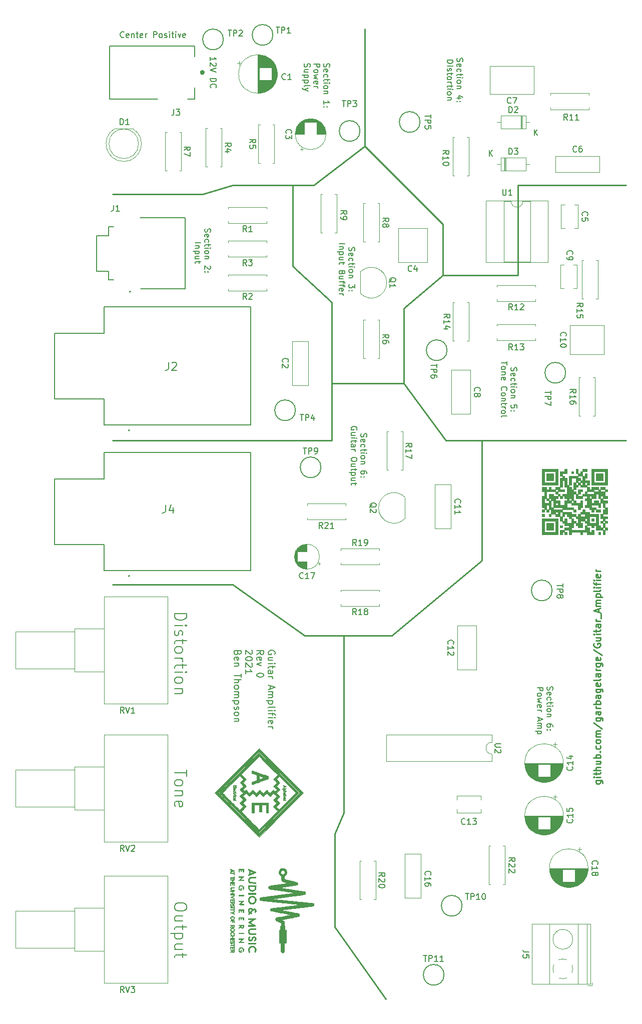
<source format=gto>
G04 #@! TF.GenerationSoftware,KiCad,Pcbnew,(5.1.10-1-10_14)*
G04 #@! TF.CreationDate,2021-11-12T14:31:54-05:00*
G04 #@! TF.ProjectId,Guitar_Amp,47756974-6172-45f4-916d-702e6b696361,rev?*
G04 #@! TF.SameCoordinates,Original*
G04 #@! TF.FileFunction,Legend,Top*
G04 #@! TF.FilePolarity,Positive*
%FSLAX46Y46*%
G04 Gerber Fmt 4.6, Leading zero omitted, Abs format (unit mm)*
G04 Created by KiCad (PCBNEW (5.1.10-1-10_14)) date 2021-11-12 14:31:54*
%MOMM*%
%LPD*%
G01*
G04 APERTURE LIST*
%ADD10C,0.285750*%
%ADD11C,0.203200*%
%ADD12C,0.150000*%
%ADD13C,0.254000*%
%ADD14C,0.010000*%
%ADD15C,0.120000*%
%ADD16C,0.200000*%
%ADD17C,0.127000*%
%ADD18C,0.400000*%
%ADD19C,0.854000*%
%ADD20C,2.901600*%
%ADD21C,3.301600*%
%ADD22C,1.701600*%
%ADD23C,2.441600*%
%ADD24C,1.301600*%
%ADD25O,2.517600X1.309600*%
%ADD26O,1.309600X2.517600*%
%ADD27O,1.701600X1.701600*%
%ADD28C,1.901600*%
%ADD29O,1.701600X2.501600*%
%ADD30O,2.501600X1.701600*%
%ADD31O,1.601600X1.151600*%
%ADD32C,2.701600*%
%ADD33C,2.501600*%
%ADD34O,4.601600X2.351600*%
%ADD35O,2.351600X4.601600*%
%ADD36O,2.601600X5.101600*%
%ADD37C,1.501600*%
G04 APERTURE END LIST*
D10*
X135137071Y-184531000D02*
X136062357Y-184531000D01*
X136171214Y-184585428D01*
X136225642Y-184639857D01*
X136280071Y-184748714D01*
X136280071Y-184912000D01*
X136225642Y-185020857D01*
X135844642Y-184531000D02*
X135899071Y-184639857D01*
X135899071Y-184857571D01*
X135844642Y-184966428D01*
X135790214Y-185020857D01*
X135681357Y-185075285D01*
X135354785Y-185075285D01*
X135245928Y-185020857D01*
X135191500Y-184966428D01*
X135137071Y-184857571D01*
X135137071Y-184639857D01*
X135191500Y-184531000D01*
X135899071Y-183986714D02*
X135137071Y-183986714D01*
X134756071Y-183986714D02*
X134810500Y-184041142D01*
X134864928Y-183986714D01*
X134810500Y-183932285D01*
X134756071Y-183986714D01*
X134864928Y-183986714D01*
X135137071Y-183605714D02*
X135137071Y-183170285D01*
X134756071Y-183442428D02*
X135735785Y-183442428D01*
X135844642Y-183388000D01*
X135899071Y-183279142D01*
X135899071Y-183170285D01*
X135899071Y-182789285D02*
X134756071Y-182789285D01*
X135899071Y-182299428D02*
X135300357Y-182299428D01*
X135191500Y-182353857D01*
X135137071Y-182462714D01*
X135137071Y-182626000D01*
X135191500Y-182734857D01*
X135245928Y-182789285D01*
X135137071Y-181265285D02*
X135899071Y-181265285D01*
X135137071Y-181755142D02*
X135735785Y-181755142D01*
X135844642Y-181700714D01*
X135899071Y-181591857D01*
X135899071Y-181428571D01*
X135844642Y-181319714D01*
X135790214Y-181265285D01*
X135899071Y-180721000D02*
X134756071Y-180721000D01*
X135191500Y-180721000D02*
X135137071Y-180612142D01*
X135137071Y-180394428D01*
X135191500Y-180285571D01*
X135245928Y-180231142D01*
X135354785Y-180176714D01*
X135681357Y-180176714D01*
X135790214Y-180231142D01*
X135844642Y-180285571D01*
X135899071Y-180394428D01*
X135899071Y-180612142D01*
X135844642Y-180721000D01*
X135790214Y-179686857D02*
X135844642Y-179632428D01*
X135899071Y-179686857D01*
X135844642Y-179741285D01*
X135790214Y-179686857D01*
X135899071Y-179686857D01*
X135844642Y-178652714D02*
X135899071Y-178761571D01*
X135899071Y-178979285D01*
X135844642Y-179088142D01*
X135790214Y-179142571D01*
X135681357Y-179197000D01*
X135354785Y-179197000D01*
X135245928Y-179142571D01*
X135191500Y-179088142D01*
X135137071Y-178979285D01*
X135137071Y-178761571D01*
X135191500Y-178652714D01*
X135899071Y-177999571D02*
X135844642Y-178108428D01*
X135790214Y-178162857D01*
X135681357Y-178217285D01*
X135354785Y-178217285D01*
X135245928Y-178162857D01*
X135191500Y-178108428D01*
X135137071Y-177999571D01*
X135137071Y-177836285D01*
X135191500Y-177727428D01*
X135245928Y-177673000D01*
X135354785Y-177618571D01*
X135681357Y-177618571D01*
X135790214Y-177673000D01*
X135844642Y-177727428D01*
X135899071Y-177836285D01*
X135899071Y-177999571D01*
X135899071Y-177128714D02*
X135137071Y-177128714D01*
X135245928Y-177128714D02*
X135191500Y-177074285D01*
X135137071Y-176965428D01*
X135137071Y-176802142D01*
X135191500Y-176693285D01*
X135300357Y-176638857D01*
X135899071Y-176638857D01*
X135300357Y-176638857D02*
X135191500Y-176584428D01*
X135137071Y-176475571D01*
X135137071Y-176312285D01*
X135191500Y-176203428D01*
X135300357Y-176149000D01*
X135899071Y-176149000D01*
X134701642Y-174788285D02*
X136171214Y-175768000D01*
X135137071Y-173917428D02*
X136062357Y-173917428D01*
X136171214Y-173971857D01*
X136225642Y-174026285D01*
X136280071Y-174135142D01*
X136280071Y-174298428D01*
X136225642Y-174407285D01*
X135844642Y-173917428D02*
X135899071Y-174026285D01*
X135899071Y-174244000D01*
X135844642Y-174352857D01*
X135790214Y-174407285D01*
X135681357Y-174461714D01*
X135354785Y-174461714D01*
X135245928Y-174407285D01*
X135191500Y-174352857D01*
X135137071Y-174244000D01*
X135137071Y-174026285D01*
X135191500Y-173917428D01*
X135899071Y-172883285D02*
X135300357Y-172883285D01*
X135191500Y-172937714D01*
X135137071Y-173046571D01*
X135137071Y-173264285D01*
X135191500Y-173373142D01*
X135844642Y-172883285D02*
X135899071Y-172992142D01*
X135899071Y-173264285D01*
X135844642Y-173373142D01*
X135735785Y-173427571D01*
X135626928Y-173427571D01*
X135518071Y-173373142D01*
X135463642Y-173264285D01*
X135463642Y-172992142D01*
X135409214Y-172883285D01*
X135899071Y-172339000D02*
X135137071Y-172339000D01*
X135354785Y-172339000D02*
X135245928Y-172284571D01*
X135191500Y-172230142D01*
X135137071Y-172121285D01*
X135137071Y-172012428D01*
X135899071Y-171631428D02*
X134756071Y-171631428D01*
X135191500Y-171631428D02*
X135137071Y-171522571D01*
X135137071Y-171304857D01*
X135191500Y-171196000D01*
X135245928Y-171141571D01*
X135354785Y-171087142D01*
X135681357Y-171087142D01*
X135790214Y-171141571D01*
X135844642Y-171196000D01*
X135899071Y-171304857D01*
X135899071Y-171522571D01*
X135844642Y-171631428D01*
X135899071Y-170107428D02*
X135300357Y-170107428D01*
X135191500Y-170161857D01*
X135137071Y-170270714D01*
X135137071Y-170488428D01*
X135191500Y-170597285D01*
X135844642Y-170107428D02*
X135899071Y-170216285D01*
X135899071Y-170488428D01*
X135844642Y-170597285D01*
X135735785Y-170651714D01*
X135626928Y-170651714D01*
X135518071Y-170597285D01*
X135463642Y-170488428D01*
X135463642Y-170216285D01*
X135409214Y-170107428D01*
X135137071Y-169073285D02*
X136062357Y-169073285D01*
X136171214Y-169127714D01*
X136225642Y-169182142D01*
X136280071Y-169291000D01*
X136280071Y-169454285D01*
X136225642Y-169563142D01*
X135844642Y-169073285D02*
X135899071Y-169182142D01*
X135899071Y-169399857D01*
X135844642Y-169508714D01*
X135790214Y-169563142D01*
X135681357Y-169617571D01*
X135354785Y-169617571D01*
X135245928Y-169563142D01*
X135191500Y-169508714D01*
X135137071Y-169399857D01*
X135137071Y-169182142D01*
X135191500Y-169073285D01*
X135844642Y-168093571D02*
X135899071Y-168202428D01*
X135899071Y-168420142D01*
X135844642Y-168529000D01*
X135735785Y-168583428D01*
X135300357Y-168583428D01*
X135191500Y-168529000D01*
X135137071Y-168420142D01*
X135137071Y-168202428D01*
X135191500Y-168093571D01*
X135300357Y-168039142D01*
X135409214Y-168039142D01*
X135518071Y-168583428D01*
X135899071Y-167386000D02*
X135844642Y-167494857D01*
X135735785Y-167549285D01*
X134756071Y-167549285D01*
X135899071Y-166460714D02*
X135300357Y-166460714D01*
X135191500Y-166515142D01*
X135137071Y-166624000D01*
X135137071Y-166841714D01*
X135191500Y-166950571D01*
X135844642Y-166460714D02*
X135899071Y-166569571D01*
X135899071Y-166841714D01*
X135844642Y-166950571D01*
X135735785Y-167005000D01*
X135626928Y-167005000D01*
X135518071Y-166950571D01*
X135463642Y-166841714D01*
X135463642Y-166569571D01*
X135409214Y-166460714D01*
X135899071Y-165916428D02*
X135137071Y-165916428D01*
X135354785Y-165916428D02*
X135245928Y-165862000D01*
X135191500Y-165807571D01*
X135137071Y-165698714D01*
X135137071Y-165589857D01*
X135137071Y-164719000D02*
X136062357Y-164719000D01*
X136171214Y-164773428D01*
X136225642Y-164827857D01*
X136280071Y-164936714D01*
X136280071Y-165100000D01*
X136225642Y-165208857D01*
X135844642Y-164719000D02*
X135899071Y-164827857D01*
X135899071Y-165045571D01*
X135844642Y-165154428D01*
X135790214Y-165208857D01*
X135681357Y-165263285D01*
X135354785Y-165263285D01*
X135245928Y-165208857D01*
X135191500Y-165154428D01*
X135137071Y-165045571D01*
X135137071Y-164827857D01*
X135191500Y-164719000D01*
X135844642Y-163739285D02*
X135899071Y-163848142D01*
X135899071Y-164065857D01*
X135844642Y-164174714D01*
X135735785Y-164229142D01*
X135300357Y-164229142D01*
X135191500Y-164174714D01*
X135137071Y-164065857D01*
X135137071Y-163848142D01*
X135191500Y-163739285D01*
X135300357Y-163684857D01*
X135409214Y-163684857D01*
X135518071Y-164229142D01*
X134701642Y-162378571D02*
X136171214Y-163358285D01*
X134810500Y-161398857D02*
X134756071Y-161507714D01*
X134756071Y-161671000D01*
X134810500Y-161834285D01*
X134919357Y-161943142D01*
X135028214Y-161997571D01*
X135245928Y-162052000D01*
X135409214Y-162052000D01*
X135626928Y-161997571D01*
X135735785Y-161943142D01*
X135844642Y-161834285D01*
X135899071Y-161671000D01*
X135899071Y-161562142D01*
X135844642Y-161398857D01*
X135790214Y-161344428D01*
X135409214Y-161344428D01*
X135409214Y-161562142D01*
X135137071Y-160364714D02*
X135899071Y-160364714D01*
X135137071Y-160854571D02*
X135735785Y-160854571D01*
X135844642Y-160800142D01*
X135899071Y-160691285D01*
X135899071Y-160528000D01*
X135844642Y-160419142D01*
X135790214Y-160364714D01*
X135899071Y-159820428D02*
X135137071Y-159820428D01*
X134756071Y-159820428D02*
X134810500Y-159874857D01*
X134864928Y-159820428D01*
X134810500Y-159766000D01*
X134756071Y-159820428D01*
X134864928Y-159820428D01*
X135137071Y-159439428D02*
X135137071Y-159004000D01*
X134756071Y-159276142D02*
X135735785Y-159276142D01*
X135844642Y-159221714D01*
X135899071Y-159112857D01*
X135899071Y-159004000D01*
X135899071Y-158133142D02*
X135300357Y-158133142D01*
X135191500Y-158187571D01*
X135137071Y-158296428D01*
X135137071Y-158514142D01*
X135191500Y-158623000D01*
X135844642Y-158133142D02*
X135899071Y-158242000D01*
X135899071Y-158514142D01*
X135844642Y-158623000D01*
X135735785Y-158677428D01*
X135626928Y-158677428D01*
X135518071Y-158623000D01*
X135463642Y-158514142D01*
X135463642Y-158242000D01*
X135409214Y-158133142D01*
X135899071Y-157588857D02*
X135137071Y-157588857D01*
X135354785Y-157588857D02*
X135245928Y-157534428D01*
X135191500Y-157480000D01*
X135137071Y-157371142D01*
X135137071Y-157262285D01*
X136007928Y-157153428D02*
X136007928Y-156282571D01*
X135572500Y-156064857D02*
X135572500Y-155520571D01*
X135899071Y-156173714D02*
X134756071Y-155792714D01*
X135899071Y-155411714D01*
X135899071Y-155030714D02*
X135137071Y-155030714D01*
X135245928Y-155030714D02*
X135191500Y-154976285D01*
X135137071Y-154867428D01*
X135137071Y-154704142D01*
X135191500Y-154595285D01*
X135300357Y-154540857D01*
X135899071Y-154540857D01*
X135300357Y-154540857D02*
X135191500Y-154486428D01*
X135137071Y-154377571D01*
X135137071Y-154214285D01*
X135191500Y-154105428D01*
X135300357Y-154051000D01*
X135899071Y-154051000D01*
X135137071Y-153506714D02*
X136280071Y-153506714D01*
X135191500Y-153506714D02*
X135137071Y-153397857D01*
X135137071Y-153180142D01*
X135191500Y-153071285D01*
X135245928Y-153016857D01*
X135354785Y-152962428D01*
X135681357Y-152962428D01*
X135790214Y-153016857D01*
X135844642Y-153071285D01*
X135899071Y-153180142D01*
X135899071Y-153397857D01*
X135844642Y-153506714D01*
X135899071Y-152309285D02*
X135844642Y-152418142D01*
X135735785Y-152472571D01*
X134756071Y-152472571D01*
X135899071Y-151873857D02*
X135137071Y-151873857D01*
X134756071Y-151873857D02*
X134810500Y-151928285D01*
X134864928Y-151873857D01*
X134810500Y-151819428D01*
X134756071Y-151873857D01*
X134864928Y-151873857D01*
X135137071Y-151492857D02*
X135137071Y-151057428D01*
X135899071Y-151329571D02*
X134919357Y-151329571D01*
X134810500Y-151275142D01*
X134756071Y-151166285D01*
X134756071Y-151057428D01*
X135899071Y-150676428D02*
X135137071Y-150676428D01*
X134756071Y-150676428D02*
X134810500Y-150730857D01*
X134864928Y-150676428D01*
X134810500Y-150622000D01*
X134756071Y-150676428D01*
X134864928Y-150676428D01*
X135844642Y-149696714D02*
X135899071Y-149805571D01*
X135899071Y-150023285D01*
X135844642Y-150132142D01*
X135735785Y-150186571D01*
X135300357Y-150186571D01*
X135191500Y-150132142D01*
X135137071Y-150023285D01*
X135137071Y-149805571D01*
X135191500Y-149696714D01*
X135300357Y-149642285D01*
X135409214Y-149642285D01*
X135518071Y-150186571D01*
X135899071Y-149152428D02*
X135137071Y-149152428D01*
X135354785Y-149152428D02*
X135245928Y-149098000D01*
X135191500Y-149043571D01*
X135137071Y-148934714D01*
X135137071Y-148825857D01*
D11*
X80791050Y-163181937D02*
X80845478Y-163073080D01*
X80845478Y-162909794D01*
X80791050Y-162746508D01*
X80682192Y-162637651D01*
X80573335Y-162583222D01*
X80355621Y-162528794D01*
X80192335Y-162528794D01*
X79974621Y-162583222D01*
X79865764Y-162637651D01*
X79756907Y-162746508D01*
X79702478Y-162909794D01*
X79702478Y-163018651D01*
X79756907Y-163181937D01*
X79811335Y-163236365D01*
X80192335Y-163236365D01*
X80192335Y-163018651D01*
X80464478Y-164216080D02*
X79702478Y-164216080D01*
X80464478Y-163726222D02*
X79865764Y-163726222D01*
X79756907Y-163780651D01*
X79702478Y-163889508D01*
X79702478Y-164052794D01*
X79756907Y-164161651D01*
X79811335Y-164216080D01*
X79702478Y-164760365D02*
X80464478Y-164760365D01*
X80845478Y-164760365D02*
X80791050Y-164705937D01*
X80736621Y-164760365D01*
X80791050Y-164814794D01*
X80845478Y-164760365D01*
X80736621Y-164760365D01*
X80464478Y-165141365D02*
X80464478Y-165576794D01*
X80845478Y-165304651D02*
X79865764Y-165304651D01*
X79756907Y-165359080D01*
X79702478Y-165467937D01*
X79702478Y-165576794D01*
X79702478Y-166447651D02*
X80301192Y-166447651D01*
X80410050Y-166393222D01*
X80464478Y-166284365D01*
X80464478Y-166066651D01*
X80410050Y-165957794D01*
X79756907Y-166447651D02*
X79702478Y-166338794D01*
X79702478Y-166066651D01*
X79756907Y-165957794D01*
X79865764Y-165903365D01*
X79974621Y-165903365D01*
X80083478Y-165957794D01*
X80137907Y-166066651D01*
X80137907Y-166338794D01*
X80192335Y-166447651D01*
X79702478Y-166991937D02*
X80464478Y-166991937D01*
X80246764Y-166991937D02*
X80355621Y-167046365D01*
X80410050Y-167100794D01*
X80464478Y-167209651D01*
X80464478Y-167318508D01*
X80029050Y-168515937D02*
X80029050Y-169060222D01*
X79702478Y-168407080D02*
X80845478Y-168788080D01*
X79702478Y-169169080D01*
X79702478Y-169550080D02*
X80464478Y-169550080D01*
X80355621Y-169550080D02*
X80410050Y-169604508D01*
X80464478Y-169713365D01*
X80464478Y-169876651D01*
X80410050Y-169985508D01*
X80301192Y-170039937D01*
X79702478Y-170039937D01*
X80301192Y-170039937D02*
X80410050Y-170094365D01*
X80464478Y-170203222D01*
X80464478Y-170366508D01*
X80410050Y-170475365D01*
X80301192Y-170529794D01*
X79702478Y-170529794D01*
X80464478Y-171074080D02*
X79321478Y-171074080D01*
X80410050Y-171074080D02*
X80464478Y-171182937D01*
X80464478Y-171400651D01*
X80410050Y-171509508D01*
X80355621Y-171563937D01*
X80246764Y-171618365D01*
X79920192Y-171618365D01*
X79811335Y-171563937D01*
X79756907Y-171509508D01*
X79702478Y-171400651D01*
X79702478Y-171182937D01*
X79756907Y-171074080D01*
X79702478Y-172271508D02*
X79756907Y-172162651D01*
X79865764Y-172108222D01*
X80845478Y-172108222D01*
X79702478Y-172706937D02*
X80464478Y-172706937D01*
X80845478Y-172706937D02*
X80791050Y-172652508D01*
X80736621Y-172706937D01*
X80791050Y-172761365D01*
X80845478Y-172706937D01*
X80736621Y-172706937D01*
X80464478Y-173087937D02*
X80464478Y-173523365D01*
X79702478Y-173251222D02*
X80682192Y-173251222D01*
X80791050Y-173305651D01*
X80845478Y-173414508D01*
X80845478Y-173523365D01*
X79702478Y-173904365D02*
X80464478Y-173904365D01*
X80845478Y-173904365D02*
X80791050Y-173849937D01*
X80736621Y-173904365D01*
X80791050Y-173958794D01*
X80845478Y-173904365D01*
X80736621Y-173904365D01*
X79756907Y-174884080D02*
X79702478Y-174775222D01*
X79702478Y-174557508D01*
X79756907Y-174448651D01*
X79865764Y-174394222D01*
X80301192Y-174394222D01*
X80410050Y-174448651D01*
X80464478Y-174557508D01*
X80464478Y-174775222D01*
X80410050Y-174884080D01*
X80301192Y-174938508D01*
X80192335Y-174938508D01*
X80083478Y-174394222D01*
X79702478Y-175428365D02*
X80464478Y-175428365D01*
X80246764Y-175428365D02*
X80355621Y-175482794D01*
X80410050Y-175537222D01*
X80464478Y-175646080D01*
X80464478Y-175754937D01*
X77784778Y-163236365D02*
X78329064Y-162855365D01*
X77784778Y-162583222D02*
X78927778Y-162583222D01*
X78927778Y-163018651D01*
X78873350Y-163127508D01*
X78818921Y-163181937D01*
X78710064Y-163236365D01*
X78546778Y-163236365D01*
X78437921Y-163181937D01*
X78383492Y-163127508D01*
X78329064Y-163018651D01*
X78329064Y-162583222D01*
X77839207Y-164161651D02*
X77784778Y-164052794D01*
X77784778Y-163835080D01*
X77839207Y-163726222D01*
X77948064Y-163671794D01*
X78383492Y-163671794D01*
X78492350Y-163726222D01*
X78546778Y-163835080D01*
X78546778Y-164052794D01*
X78492350Y-164161651D01*
X78383492Y-164216080D01*
X78274635Y-164216080D01*
X78165778Y-163671794D01*
X78546778Y-164597080D02*
X77784778Y-164869222D01*
X78546778Y-165141365D01*
X78927778Y-166665365D02*
X78927778Y-166774222D01*
X78873350Y-166883080D01*
X78818921Y-166937508D01*
X78710064Y-166991937D01*
X78492350Y-167046365D01*
X78220207Y-167046365D01*
X78002492Y-166991937D01*
X77893635Y-166937508D01*
X77839207Y-166883080D01*
X77784778Y-166774222D01*
X77784778Y-166665365D01*
X77839207Y-166556508D01*
X77893635Y-166502080D01*
X78002492Y-166447651D01*
X78220207Y-166393222D01*
X78492350Y-166393222D01*
X78710064Y-166447651D01*
X78818921Y-166502080D01*
X78873350Y-166556508D01*
X78927778Y-166665365D01*
X76901221Y-162528794D02*
X76955650Y-162583222D01*
X77010078Y-162692080D01*
X77010078Y-162964222D01*
X76955650Y-163073080D01*
X76901221Y-163127508D01*
X76792364Y-163181937D01*
X76683507Y-163181937D01*
X76520221Y-163127508D01*
X75867078Y-162474365D01*
X75867078Y-163181937D01*
X77010078Y-163889508D02*
X77010078Y-163998365D01*
X76955650Y-164107222D01*
X76901221Y-164161651D01*
X76792364Y-164216080D01*
X76574650Y-164270508D01*
X76302507Y-164270508D01*
X76084792Y-164216080D01*
X75975935Y-164161651D01*
X75921507Y-164107222D01*
X75867078Y-163998365D01*
X75867078Y-163889508D01*
X75921507Y-163780651D01*
X75975935Y-163726222D01*
X76084792Y-163671794D01*
X76302507Y-163617365D01*
X76574650Y-163617365D01*
X76792364Y-163671794D01*
X76901221Y-163726222D01*
X76955650Y-163780651D01*
X77010078Y-163889508D01*
X76901221Y-164705937D02*
X76955650Y-164760365D01*
X77010078Y-164869222D01*
X77010078Y-165141365D01*
X76955650Y-165250222D01*
X76901221Y-165304651D01*
X76792364Y-165359080D01*
X76683507Y-165359080D01*
X76520221Y-165304651D01*
X75867078Y-164651508D01*
X75867078Y-165359080D01*
X75867078Y-166447651D02*
X75867078Y-165794508D01*
X75867078Y-166121080D02*
X77010078Y-166121080D01*
X76846792Y-166012222D01*
X76737935Y-165903365D01*
X76683507Y-165794508D01*
X74548092Y-162964222D02*
X74493664Y-163127508D01*
X74439235Y-163181937D01*
X74330378Y-163236365D01*
X74167092Y-163236365D01*
X74058235Y-163181937D01*
X74003807Y-163127508D01*
X73949378Y-163018651D01*
X73949378Y-162583222D01*
X75092378Y-162583222D01*
X75092378Y-162964222D01*
X75037950Y-163073080D01*
X74983521Y-163127508D01*
X74874664Y-163181937D01*
X74765807Y-163181937D01*
X74656950Y-163127508D01*
X74602521Y-163073080D01*
X74548092Y-162964222D01*
X74548092Y-162583222D01*
X74003807Y-164161651D02*
X73949378Y-164052794D01*
X73949378Y-163835080D01*
X74003807Y-163726222D01*
X74112664Y-163671794D01*
X74548092Y-163671794D01*
X74656950Y-163726222D01*
X74711378Y-163835080D01*
X74711378Y-164052794D01*
X74656950Y-164161651D01*
X74548092Y-164216080D01*
X74439235Y-164216080D01*
X74330378Y-163671794D01*
X74711378Y-164705937D02*
X73949378Y-164705937D01*
X74602521Y-164705937D02*
X74656950Y-164760365D01*
X74711378Y-164869222D01*
X74711378Y-165032508D01*
X74656950Y-165141365D01*
X74548092Y-165195794D01*
X73949378Y-165195794D01*
X75092378Y-166447651D02*
X75092378Y-167100794D01*
X73949378Y-166774222D02*
X75092378Y-166774222D01*
X73949378Y-167481794D02*
X75092378Y-167481794D01*
X73949378Y-167971651D02*
X74548092Y-167971651D01*
X74656950Y-167917222D01*
X74711378Y-167808365D01*
X74711378Y-167645080D01*
X74656950Y-167536222D01*
X74602521Y-167481794D01*
X73949378Y-168679222D02*
X74003807Y-168570365D01*
X74058235Y-168515937D01*
X74167092Y-168461508D01*
X74493664Y-168461508D01*
X74602521Y-168515937D01*
X74656950Y-168570365D01*
X74711378Y-168679222D01*
X74711378Y-168842508D01*
X74656950Y-168951365D01*
X74602521Y-169005794D01*
X74493664Y-169060222D01*
X74167092Y-169060222D01*
X74058235Y-169005794D01*
X74003807Y-168951365D01*
X73949378Y-168842508D01*
X73949378Y-168679222D01*
X73949378Y-169550080D02*
X74711378Y-169550080D01*
X74602521Y-169550080D02*
X74656950Y-169604508D01*
X74711378Y-169713365D01*
X74711378Y-169876651D01*
X74656950Y-169985508D01*
X74548092Y-170039937D01*
X73949378Y-170039937D01*
X74548092Y-170039937D02*
X74656950Y-170094365D01*
X74711378Y-170203222D01*
X74711378Y-170366508D01*
X74656950Y-170475365D01*
X74548092Y-170529794D01*
X73949378Y-170529794D01*
X74711378Y-171074080D02*
X73568378Y-171074080D01*
X74656950Y-171074080D02*
X74711378Y-171182937D01*
X74711378Y-171400651D01*
X74656950Y-171509508D01*
X74602521Y-171563937D01*
X74493664Y-171618365D01*
X74167092Y-171618365D01*
X74058235Y-171563937D01*
X74003807Y-171509508D01*
X73949378Y-171400651D01*
X73949378Y-171182937D01*
X74003807Y-171074080D01*
X74003807Y-172053794D02*
X73949378Y-172162651D01*
X73949378Y-172380365D01*
X74003807Y-172489222D01*
X74112664Y-172543651D01*
X74167092Y-172543651D01*
X74275950Y-172489222D01*
X74330378Y-172380365D01*
X74330378Y-172217080D01*
X74384807Y-172108222D01*
X74493664Y-172053794D01*
X74548092Y-172053794D01*
X74656950Y-172108222D01*
X74711378Y-172217080D01*
X74711378Y-172380365D01*
X74656950Y-172489222D01*
X73949378Y-173196794D02*
X74003807Y-173087937D01*
X74058235Y-173033508D01*
X74167092Y-172979080D01*
X74493664Y-172979080D01*
X74602521Y-173033508D01*
X74656950Y-173087937D01*
X74711378Y-173196794D01*
X74711378Y-173360080D01*
X74656950Y-173468937D01*
X74602521Y-173523365D01*
X74493664Y-173577794D01*
X74167092Y-173577794D01*
X74058235Y-173523365D01*
X74003807Y-173468937D01*
X73949378Y-173360080D01*
X73949378Y-173196794D01*
X74711378Y-174067651D02*
X73949378Y-174067651D01*
X74602521Y-174067651D02*
X74656950Y-174122080D01*
X74711378Y-174230937D01*
X74711378Y-174394222D01*
X74656950Y-174503080D01*
X74548092Y-174557508D01*
X73949378Y-174557508D01*
D12*
X126912238Y-168672380D02*
X126864619Y-168815238D01*
X126864619Y-169053333D01*
X126912238Y-169148571D01*
X126959857Y-169196190D01*
X127055095Y-169243809D01*
X127150333Y-169243809D01*
X127245571Y-169196190D01*
X127293190Y-169148571D01*
X127340809Y-169053333D01*
X127388428Y-168862857D01*
X127436047Y-168767619D01*
X127483666Y-168720000D01*
X127578904Y-168672380D01*
X127674142Y-168672380D01*
X127769380Y-168720000D01*
X127817000Y-168767619D01*
X127864619Y-168862857D01*
X127864619Y-169100952D01*
X127817000Y-169243809D01*
X126912238Y-170053333D02*
X126864619Y-169958095D01*
X126864619Y-169767619D01*
X126912238Y-169672380D01*
X127007476Y-169624761D01*
X127388428Y-169624761D01*
X127483666Y-169672380D01*
X127531285Y-169767619D01*
X127531285Y-169958095D01*
X127483666Y-170053333D01*
X127388428Y-170100952D01*
X127293190Y-170100952D01*
X127197952Y-169624761D01*
X126912238Y-170958095D02*
X126864619Y-170862857D01*
X126864619Y-170672380D01*
X126912238Y-170577142D01*
X126959857Y-170529523D01*
X127055095Y-170481904D01*
X127340809Y-170481904D01*
X127436047Y-170529523D01*
X127483666Y-170577142D01*
X127531285Y-170672380D01*
X127531285Y-170862857D01*
X127483666Y-170958095D01*
X127531285Y-171243809D02*
X127531285Y-171624761D01*
X127864619Y-171386666D02*
X127007476Y-171386666D01*
X126912238Y-171434285D01*
X126864619Y-171529523D01*
X126864619Y-171624761D01*
X126864619Y-171958095D02*
X127531285Y-171958095D01*
X127864619Y-171958095D02*
X127817000Y-171910476D01*
X127769380Y-171958095D01*
X127817000Y-172005714D01*
X127864619Y-171958095D01*
X127769380Y-171958095D01*
X126864619Y-172577142D02*
X126912238Y-172481904D01*
X126959857Y-172434285D01*
X127055095Y-172386666D01*
X127340809Y-172386666D01*
X127436047Y-172434285D01*
X127483666Y-172481904D01*
X127531285Y-172577142D01*
X127531285Y-172720000D01*
X127483666Y-172815238D01*
X127436047Y-172862857D01*
X127340809Y-172910476D01*
X127055095Y-172910476D01*
X126959857Y-172862857D01*
X126912238Y-172815238D01*
X126864619Y-172720000D01*
X126864619Y-172577142D01*
X127531285Y-173339047D02*
X126864619Y-173339047D01*
X127436047Y-173339047D02*
X127483666Y-173386666D01*
X127531285Y-173481904D01*
X127531285Y-173624761D01*
X127483666Y-173720000D01*
X127388428Y-173767619D01*
X126864619Y-173767619D01*
X127864619Y-175434285D02*
X127864619Y-175243809D01*
X127817000Y-175148571D01*
X127769380Y-175100952D01*
X127626523Y-175005714D01*
X127436047Y-174958095D01*
X127055095Y-174958095D01*
X126959857Y-175005714D01*
X126912238Y-175053333D01*
X126864619Y-175148571D01*
X126864619Y-175339047D01*
X126912238Y-175434285D01*
X126959857Y-175481904D01*
X127055095Y-175529523D01*
X127293190Y-175529523D01*
X127388428Y-175481904D01*
X127436047Y-175434285D01*
X127483666Y-175339047D01*
X127483666Y-175148571D01*
X127436047Y-175053333D01*
X127388428Y-175005714D01*
X127293190Y-174958095D01*
X126959857Y-175958095D02*
X126912238Y-176005714D01*
X126864619Y-175958095D01*
X126912238Y-175910476D01*
X126959857Y-175958095D01*
X126864619Y-175958095D01*
X127483666Y-175958095D02*
X127436047Y-176005714D01*
X127388428Y-175958095D01*
X127436047Y-175910476D01*
X127483666Y-175958095D01*
X127388428Y-175958095D01*
X125214619Y-168815238D02*
X126214619Y-168815238D01*
X126214619Y-169196190D01*
X126167000Y-169291428D01*
X126119380Y-169339047D01*
X126024142Y-169386666D01*
X125881285Y-169386666D01*
X125786047Y-169339047D01*
X125738428Y-169291428D01*
X125690809Y-169196190D01*
X125690809Y-168815238D01*
X125214619Y-169958095D02*
X125262238Y-169862857D01*
X125309857Y-169815238D01*
X125405095Y-169767619D01*
X125690809Y-169767619D01*
X125786047Y-169815238D01*
X125833666Y-169862857D01*
X125881285Y-169958095D01*
X125881285Y-170100952D01*
X125833666Y-170196190D01*
X125786047Y-170243809D01*
X125690809Y-170291428D01*
X125405095Y-170291428D01*
X125309857Y-170243809D01*
X125262238Y-170196190D01*
X125214619Y-170100952D01*
X125214619Y-169958095D01*
X125881285Y-170624761D02*
X125214619Y-170815238D01*
X125690809Y-171005714D01*
X125214619Y-171196190D01*
X125881285Y-171386666D01*
X125262238Y-172148571D02*
X125214619Y-172053333D01*
X125214619Y-171862857D01*
X125262238Y-171767619D01*
X125357476Y-171720000D01*
X125738428Y-171720000D01*
X125833666Y-171767619D01*
X125881285Y-171862857D01*
X125881285Y-172053333D01*
X125833666Y-172148571D01*
X125738428Y-172196190D01*
X125643190Y-172196190D01*
X125547952Y-171720000D01*
X125214619Y-172624761D02*
X125881285Y-172624761D01*
X125690809Y-172624761D02*
X125786047Y-172672380D01*
X125833666Y-172720000D01*
X125881285Y-172815238D01*
X125881285Y-172910476D01*
X125500333Y-173958095D02*
X125500333Y-174434285D01*
X125214619Y-173862857D02*
X126214619Y-174196190D01*
X125214619Y-174529523D01*
X125214619Y-174862857D02*
X125881285Y-174862857D01*
X125786047Y-174862857D02*
X125833666Y-174910476D01*
X125881285Y-175005714D01*
X125881285Y-175148571D01*
X125833666Y-175243809D01*
X125738428Y-175291428D01*
X125214619Y-175291428D01*
X125738428Y-175291428D02*
X125833666Y-175339047D01*
X125881285Y-175434285D01*
X125881285Y-175577142D01*
X125833666Y-175672380D01*
X125738428Y-175720000D01*
X125214619Y-175720000D01*
X125881285Y-176196190D02*
X124881285Y-176196190D01*
X125833666Y-176196190D02*
X125881285Y-176291428D01*
X125881285Y-176481904D01*
X125833666Y-176577142D01*
X125786047Y-176624761D01*
X125690809Y-176672380D01*
X125405095Y-176672380D01*
X125309857Y-176624761D01*
X125262238Y-176577142D01*
X125214619Y-176481904D01*
X125214619Y-176291428D01*
X125262238Y-176196190D01*
X95416238Y-125873333D02*
X95368619Y-126016190D01*
X95368619Y-126254285D01*
X95416238Y-126349523D01*
X95463857Y-126397142D01*
X95559095Y-126444761D01*
X95654333Y-126444761D01*
X95749571Y-126397142D01*
X95797190Y-126349523D01*
X95844809Y-126254285D01*
X95892428Y-126063809D01*
X95940047Y-125968571D01*
X95987666Y-125920952D01*
X96082904Y-125873333D01*
X96178142Y-125873333D01*
X96273380Y-125920952D01*
X96321000Y-125968571D01*
X96368619Y-126063809D01*
X96368619Y-126301904D01*
X96321000Y-126444761D01*
X95416238Y-127254285D02*
X95368619Y-127159047D01*
X95368619Y-126968571D01*
X95416238Y-126873333D01*
X95511476Y-126825714D01*
X95892428Y-126825714D01*
X95987666Y-126873333D01*
X96035285Y-126968571D01*
X96035285Y-127159047D01*
X95987666Y-127254285D01*
X95892428Y-127301904D01*
X95797190Y-127301904D01*
X95701952Y-126825714D01*
X95416238Y-128159047D02*
X95368619Y-128063809D01*
X95368619Y-127873333D01*
X95416238Y-127778095D01*
X95463857Y-127730476D01*
X95559095Y-127682857D01*
X95844809Y-127682857D01*
X95940047Y-127730476D01*
X95987666Y-127778095D01*
X96035285Y-127873333D01*
X96035285Y-128063809D01*
X95987666Y-128159047D01*
X96035285Y-128444761D02*
X96035285Y-128825714D01*
X96368619Y-128587619D02*
X95511476Y-128587619D01*
X95416238Y-128635238D01*
X95368619Y-128730476D01*
X95368619Y-128825714D01*
X95368619Y-129159047D02*
X96035285Y-129159047D01*
X96368619Y-129159047D02*
X96321000Y-129111428D01*
X96273380Y-129159047D01*
X96321000Y-129206666D01*
X96368619Y-129159047D01*
X96273380Y-129159047D01*
X95368619Y-129778095D02*
X95416238Y-129682857D01*
X95463857Y-129635238D01*
X95559095Y-129587619D01*
X95844809Y-129587619D01*
X95940047Y-129635238D01*
X95987666Y-129682857D01*
X96035285Y-129778095D01*
X96035285Y-129920952D01*
X95987666Y-130016190D01*
X95940047Y-130063809D01*
X95844809Y-130111428D01*
X95559095Y-130111428D01*
X95463857Y-130063809D01*
X95416238Y-130016190D01*
X95368619Y-129920952D01*
X95368619Y-129778095D01*
X96035285Y-130540000D02*
X95368619Y-130540000D01*
X95940047Y-130540000D02*
X95987666Y-130587619D01*
X96035285Y-130682857D01*
X96035285Y-130825714D01*
X95987666Y-130920952D01*
X95892428Y-130968571D01*
X95368619Y-130968571D01*
X96368619Y-132635238D02*
X96368619Y-132444761D01*
X96321000Y-132349523D01*
X96273380Y-132301904D01*
X96130523Y-132206666D01*
X95940047Y-132159047D01*
X95559095Y-132159047D01*
X95463857Y-132206666D01*
X95416238Y-132254285D01*
X95368619Y-132349523D01*
X95368619Y-132540000D01*
X95416238Y-132635238D01*
X95463857Y-132682857D01*
X95559095Y-132730476D01*
X95797190Y-132730476D01*
X95892428Y-132682857D01*
X95940047Y-132635238D01*
X95987666Y-132540000D01*
X95987666Y-132349523D01*
X95940047Y-132254285D01*
X95892428Y-132206666D01*
X95797190Y-132159047D01*
X95463857Y-133159047D02*
X95416238Y-133206666D01*
X95368619Y-133159047D01*
X95416238Y-133111428D01*
X95463857Y-133159047D01*
X95368619Y-133159047D01*
X95987666Y-133159047D02*
X95940047Y-133206666D01*
X95892428Y-133159047D01*
X95940047Y-133111428D01*
X95987666Y-133159047D01*
X95892428Y-133159047D01*
X94671000Y-125230476D02*
X94718619Y-125135238D01*
X94718619Y-124992380D01*
X94671000Y-124849523D01*
X94575761Y-124754285D01*
X94480523Y-124706666D01*
X94290047Y-124659047D01*
X94147190Y-124659047D01*
X93956714Y-124706666D01*
X93861476Y-124754285D01*
X93766238Y-124849523D01*
X93718619Y-124992380D01*
X93718619Y-125087619D01*
X93766238Y-125230476D01*
X93813857Y-125278095D01*
X94147190Y-125278095D01*
X94147190Y-125087619D01*
X94385285Y-126135238D02*
X93718619Y-126135238D01*
X94385285Y-125706666D02*
X93861476Y-125706666D01*
X93766238Y-125754285D01*
X93718619Y-125849523D01*
X93718619Y-125992380D01*
X93766238Y-126087619D01*
X93813857Y-126135238D01*
X93718619Y-126611428D02*
X94385285Y-126611428D01*
X94718619Y-126611428D02*
X94671000Y-126563809D01*
X94623380Y-126611428D01*
X94671000Y-126659047D01*
X94718619Y-126611428D01*
X94623380Y-126611428D01*
X94385285Y-126944761D02*
X94385285Y-127325714D01*
X94718619Y-127087619D02*
X93861476Y-127087619D01*
X93766238Y-127135238D01*
X93718619Y-127230476D01*
X93718619Y-127325714D01*
X93718619Y-128087619D02*
X94242428Y-128087619D01*
X94337666Y-128040000D01*
X94385285Y-127944761D01*
X94385285Y-127754285D01*
X94337666Y-127659047D01*
X93766238Y-128087619D02*
X93718619Y-127992380D01*
X93718619Y-127754285D01*
X93766238Y-127659047D01*
X93861476Y-127611428D01*
X93956714Y-127611428D01*
X94051952Y-127659047D01*
X94099571Y-127754285D01*
X94099571Y-127992380D01*
X94147190Y-128087619D01*
X93718619Y-128563809D02*
X94385285Y-128563809D01*
X94194809Y-128563809D02*
X94290047Y-128611428D01*
X94337666Y-128659047D01*
X94385285Y-128754285D01*
X94385285Y-128849523D01*
X94718619Y-130135238D02*
X94718619Y-130325714D01*
X94671000Y-130420952D01*
X94575761Y-130516190D01*
X94385285Y-130563809D01*
X94051952Y-130563809D01*
X93861476Y-130516190D01*
X93766238Y-130420952D01*
X93718619Y-130325714D01*
X93718619Y-130135238D01*
X93766238Y-130040000D01*
X93861476Y-129944761D01*
X94051952Y-129897142D01*
X94385285Y-129897142D01*
X94575761Y-129944761D01*
X94671000Y-130040000D01*
X94718619Y-130135238D01*
X94385285Y-131420952D02*
X93718619Y-131420952D01*
X94385285Y-130992380D02*
X93861476Y-130992380D01*
X93766238Y-131040000D01*
X93718619Y-131135238D01*
X93718619Y-131278095D01*
X93766238Y-131373333D01*
X93813857Y-131420952D01*
X94385285Y-131754285D02*
X94385285Y-132135238D01*
X94718619Y-131897142D02*
X93861476Y-131897142D01*
X93766238Y-131944761D01*
X93718619Y-132040000D01*
X93718619Y-132135238D01*
X94385285Y-132468571D02*
X93385285Y-132468571D01*
X94337666Y-132468571D02*
X94385285Y-132563809D01*
X94385285Y-132754285D01*
X94337666Y-132849523D01*
X94290047Y-132897142D01*
X94194809Y-132944761D01*
X93909095Y-132944761D01*
X93813857Y-132897142D01*
X93766238Y-132849523D01*
X93718619Y-132754285D01*
X93718619Y-132563809D01*
X93766238Y-132468571D01*
X94385285Y-133801904D02*
X93718619Y-133801904D01*
X94385285Y-133373333D02*
X93861476Y-133373333D01*
X93766238Y-133420952D01*
X93718619Y-133516190D01*
X93718619Y-133659047D01*
X93766238Y-133754285D01*
X93813857Y-133801904D01*
X94385285Y-134135238D02*
X94385285Y-134516190D01*
X94718619Y-134278095D02*
X93861476Y-134278095D01*
X93766238Y-134325714D01*
X93718619Y-134420952D01*
X93718619Y-134516190D01*
X120816238Y-114697333D02*
X120768619Y-114840190D01*
X120768619Y-115078285D01*
X120816238Y-115173523D01*
X120863857Y-115221142D01*
X120959095Y-115268761D01*
X121054333Y-115268761D01*
X121149571Y-115221142D01*
X121197190Y-115173523D01*
X121244809Y-115078285D01*
X121292428Y-114887809D01*
X121340047Y-114792571D01*
X121387666Y-114744952D01*
X121482904Y-114697333D01*
X121578142Y-114697333D01*
X121673380Y-114744952D01*
X121721000Y-114792571D01*
X121768619Y-114887809D01*
X121768619Y-115125904D01*
X121721000Y-115268761D01*
X120816238Y-116078285D02*
X120768619Y-115983047D01*
X120768619Y-115792571D01*
X120816238Y-115697333D01*
X120911476Y-115649714D01*
X121292428Y-115649714D01*
X121387666Y-115697333D01*
X121435285Y-115792571D01*
X121435285Y-115983047D01*
X121387666Y-116078285D01*
X121292428Y-116125904D01*
X121197190Y-116125904D01*
X121101952Y-115649714D01*
X120816238Y-116983047D02*
X120768619Y-116887809D01*
X120768619Y-116697333D01*
X120816238Y-116602095D01*
X120863857Y-116554476D01*
X120959095Y-116506857D01*
X121244809Y-116506857D01*
X121340047Y-116554476D01*
X121387666Y-116602095D01*
X121435285Y-116697333D01*
X121435285Y-116887809D01*
X121387666Y-116983047D01*
X121435285Y-117268761D02*
X121435285Y-117649714D01*
X121768619Y-117411619D02*
X120911476Y-117411619D01*
X120816238Y-117459238D01*
X120768619Y-117554476D01*
X120768619Y-117649714D01*
X120768619Y-117983047D02*
X121435285Y-117983047D01*
X121768619Y-117983047D02*
X121721000Y-117935428D01*
X121673380Y-117983047D01*
X121721000Y-118030666D01*
X121768619Y-117983047D01*
X121673380Y-117983047D01*
X120768619Y-118602095D02*
X120816238Y-118506857D01*
X120863857Y-118459238D01*
X120959095Y-118411619D01*
X121244809Y-118411619D01*
X121340047Y-118459238D01*
X121387666Y-118506857D01*
X121435285Y-118602095D01*
X121435285Y-118744952D01*
X121387666Y-118840190D01*
X121340047Y-118887809D01*
X121244809Y-118935428D01*
X120959095Y-118935428D01*
X120863857Y-118887809D01*
X120816238Y-118840190D01*
X120768619Y-118744952D01*
X120768619Y-118602095D01*
X121435285Y-119364000D02*
X120768619Y-119364000D01*
X121340047Y-119364000D02*
X121387666Y-119411619D01*
X121435285Y-119506857D01*
X121435285Y-119649714D01*
X121387666Y-119744952D01*
X121292428Y-119792571D01*
X120768619Y-119792571D01*
X121768619Y-121506857D02*
X121768619Y-121030666D01*
X121292428Y-120983047D01*
X121340047Y-121030666D01*
X121387666Y-121125904D01*
X121387666Y-121364000D01*
X121340047Y-121459238D01*
X121292428Y-121506857D01*
X121197190Y-121554476D01*
X120959095Y-121554476D01*
X120863857Y-121506857D01*
X120816238Y-121459238D01*
X120768619Y-121364000D01*
X120768619Y-121125904D01*
X120816238Y-121030666D01*
X120863857Y-120983047D01*
X120863857Y-121983047D02*
X120816238Y-122030666D01*
X120768619Y-121983047D01*
X120816238Y-121935428D01*
X120863857Y-121983047D01*
X120768619Y-121983047D01*
X121387666Y-121983047D02*
X121340047Y-122030666D01*
X121292428Y-121983047D01*
X121340047Y-121935428D01*
X121387666Y-121983047D01*
X121292428Y-121983047D01*
X120118619Y-113649714D02*
X120118619Y-114221142D01*
X119118619Y-113935428D02*
X120118619Y-113935428D01*
X119118619Y-114697333D02*
X119166238Y-114602095D01*
X119213857Y-114554476D01*
X119309095Y-114506857D01*
X119594809Y-114506857D01*
X119690047Y-114554476D01*
X119737666Y-114602095D01*
X119785285Y-114697333D01*
X119785285Y-114840190D01*
X119737666Y-114935428D01*
X119690047Y-114983047D01*
X119594809Y-115030666D01*
X119309095Y-115030666D01*
X119213857Y-114983047D01*
X119166238Y-114935428D01*
X119118619Y-114840190D01*
X119118619Y-114697333D01*
X119785285Y-115459238D02*
X119118619Y-115459238D01*
X119690047Y-115459238D02*
X119737666Y-115506857D01*
X119785285Y-115602095D01*
X119785285Y-115744952D01*
X119737666Y-115840190D01*
X119642428Y-115887809D01*
X119118619Y-115887809D01*
X119166238Y-116744952D02*
X119118619Y-116649714D01*
X119118619Y-116459238D01*
X119166238Y-116364000D01*
X119261476Y-116316380D01*
X119642428Y-116316380D01*
X119737666Y-116364000D01*
X119785285Y-116459238D01*
X119785285Y-116649714D01*
X119737666Y-116744952D01*
X119642428Y-116792571D01*
X119547190Y-116792571D01*
X119451952Y-116316380D01*
X119213857Y-118554476D02*
X119166238Y-118506857D01*
X119118619Y-118364000D01*
X119118619Y-118268761D01*
X119166238Y-118125904D01*
X119261476Y-118030666D01*
X119356714Y-117983047D01*
X119547190Y-117935428D01*
X119690047Y-117935428D01*
X119880523Y-117983047D01*
X119975761Y-118030666D01*
X120071000Y-118125904D01*
X120118619Y-118268761D01*
X120118619Y-118364000D01*
X120071000Y-118506857D01*
X120023380Y-118554476D01*
X119118619Y-119125904D02*
X119166238Y-119030666D01*
X119213857Y-118983047D01*
X119309095Y-118935428D01*
X119594809Y-118935428D01*
X119690047Y-118983047D01*
X119737666Y-119030666D01*
X119785285Y-119125904D01*
X119785285Y-119268761D01*
X119737666Y-119364000D01*
X119690047Y-119411619D01*
X119594809Y-119459238D01*
X119309095Y-119459238D01*
X119213857Y-119411619D01*
X119166238Y-119364000D01*
X119118619Y-119268761D01*
X119118619Y-119125904D01*
X119785285Y-119887809D02*
X119118619Y-119887809D01*
X119690047Y-119887809D02*
X119737666Y-119935428D01*
X119785285Y-120030666D01*
X119785285Y-120173523D01*
X119737666Y-120268761D01*
X119642428Y-120316380D01*
X119118619Y-120316380D01*
X119785285Y-120649714D02*
X119785285Y-121030666D01*
X120118619Y-120792571D02*
X119261476Y-120792571D01*
X119166238Y-120840190D01*
X119118619Y-120935428D01*
X119118619Y-121030666D01*
X119118619Y-121364000D02*
X119785285Y-121364000D01*
X119594809Y-121364000D02*
X119690047Y-121411619D01*
X119737666Y-121459238D01*
X119785285Y-121554476D01*
X119785285Y-121649714D01*
X119118619Y-122125904D02*
X119166238Y-122030666D01*
X119213857Y-121983047D01*
X119309095Y-121935428D01*
X119594809Y-121935428D01*
X119690047Y-121983047D01*
X119737666Y-122030666D01*
X119785285Y-122125904D01*
X119785285Y-122268761D01*
X119737666Y-122364000D01*
X119690047Y-122411619D01*
X119594809Y-122459238D01*
X119309095Y-122459238D01*
X119213857Y-122411619D01*
X119166238Y-122364000D01*
X119118619Y-122268761D01*
X119118619Y-122125904D01*
X119118619Y-123030666D02*
X119166238Y-122935428D01*
X119261476Y-122887809D01*
X120118619Y-122887809D01*
X93384238Y-94377333D02*
X93336619Y-94520190D01*
X93336619Y-94758285D01*
X93384238Y-94853523D01*
X93431857Y-94901142D01*
X93527095Y-94948761D01*
X93622333Y-94948761D01*
X93717571Y-94901142D01*
X93765190Y-94853523D01*
X93812809Y-94758285D01*
X93860428Y-94567809D01*
X93908047Y-94472571D01*
X93955666Y-94424952D01*
X94050904Y-94377333D01*
X94146142Y-94377333D01*
X94241380Y-94424952D01*
X94289000Y-94472571D01*
X94336619Y-94567809D01*
X94336619Y-94805904D01*
X94289000Y-94948761D01*
X93384238Y-95758285D02*
X93336619Y-95663047D01*
X93336619Y-95472571D01*
X93384238Y-95377333D01*
X93479476Y-95329714D01*
X93860428Y-95329714D01*
X93955666Y-95377333D01*
X94003285Y-95472571D01*
X94003285Y-95663047D01*
X93955666Y-95758285D01*
X93860428Y-95805904D01*
X93765190Y-95805904D01*
X93669952Y-95329714D01*
X93384238Y-96663047D02*
X93336619Y-96567809D01*
X93336619Y-96377333D01*
X93384238Y-96282095D01*
X93431857Y-96234476D01*
X93527095Y-96186857D01*
X93812809Y-96186857D01*
X93908047Y-96234476D01*
X93955666Y-96282095D01*
X94003285Y-96377333D01*
X94003285Y-96567809D01*
X93955666Y-96663047D01*
X94003285Y-96948761D02*
X94003285Y-97329714D01*
X94336619Y-97091619D02*
X93479476Y-97091619D01*
X93384238Y-97139238D01*
X93336619Y-97234476D01*
X93336619Y-97329714D01*
X93336619Y-97663047D02*
X94003285Y-97663047D01*
X94336619Y-97663047D02*
X94289000Y-97615428D01*
X94241380Y-97663047D01*
X94289000Y-97710666D01*
X94336619Y-97663047D01*
X94241380Y-97663047D01*
X93336619Y-98282095D02*
X93384238Y-98186857D01*
X93431857Y-98139238D01*
X93527095Y-98091619D01*
X93812809Y-98091619D01*
X93908047Y-98139238D01*
X93955666Y-98186857D01*
X94003285Y-98282095D01*
X94003285Y-98424952D01*
X93955666Y-98520190D01*
X93908047Y-98567809D01*
X93812809Y-98615428D01*
X93527095Y-98615428D01*
X93431857Y-98567809D01*
X93384238Y-98520190D01*
X93336619Y-98424952D01*
X93336619Y-98282095D01*
X94003285Y-99044000D02*
X93336619Y-99044000D01*
X93908047Y-99044000D02*
X93955666Y-99091619D01*
X94003285Y-99186857D01*
X94003285Y-99329714D01*
X93955666Y-99424952D01*
X93860428Y-99472571D01*
X93336619Y-99472571D01*
X94336619Y-100615428D02*
X94336619Y-101234476D01*
X93955666Y-100901142D01*
X93955666Y-101044000D01*
X93908047Y-101139238D01*
X93860428Y-101186857D01*
X93765190Y-101234476D01*
X93527095Y-101234476D01*
X93431857Y-101186857D01*
X93384238Y-101139238D01*
X93336619Y-101044000D01*
X93336619Y-100758285D01*
X93384238Y-100663047D01*
X93431857Y-100615428D01*
X93431857Y-101663047D02*
X93384238Y-101710666D01*
X93336619Y-101663047D01*
X93384238Y-101615428D01*
X93431857Y-101663047D01*
X93336619Y-101663047D01*
X93955666Y-101663047D02*
X93908047Y-101710666D01*
X93860428Y-101663047D01*
X93908047Y-101615428D01*
X93955666Y-101663047D01*
X93860428Y-101663047D01*
X91686619Y-93758285D02*
X92686619Y-93758285D01*
X92353285Y-94234476D02*
X91686619Y-94234476D01*
X92258047Y-94234476D02*
X92305666Y-94282095D01*
X92353285Y-94377333D01*
X92353285Y-94520190D01*
X92305666Y-94615428D01*
X92210428Y-94663047D01*
X91686619Y-94663047D01*
X92353285Y-95139238D02*
X91353285Y-95139238D01*
X92305666Y-95139238D02*
X92353285Y-95234476D01*
X92353285Y-95424952D01*
X92305666Y-95520190D01*
X92258047Y-95567809D01*
X92162809Y-95615428D01*
X91877095Y-95615428D01*
X91781857Y-95567809D01*
X91734238Y-95520190D01*
X91686619Y-95424952D01*
X91686619Y-95234476D01*
X91734238Y-95139238D01*
X92353285Y-96472571D02*
X91686619Y-96472571D01*
X92353285Y-96044000D02*
X91829476Y-96044000D01*
X91734238Y-96091619D01*
X91686619Y-96186857D01*
X91686619Y-96329714D01*
X91734238Y-96424952D01*
X91781857Y-96472571D01*
X92353285Y-96805904D02*
X92353285Y-97186857D01*
X92686619Y-96948761D02*
X91829476Y-96948761D01*
X91734238Y-96996380D01*
X91686619Y-97091619D01*
X91686619Y-97186857D01*
X92210428Y-98615428D02*
X92162809Y-98758285D01*
X92115190Y-98805904D01*
X92019952Y-98853523D01*
X91877095Y-98853523D01*
X91781857Y-98805904D01*
X91734238Y-98758285D01*
X91686619Y-98663047D01*
X91686619Y-98282095D01*
X92686619Y-98282095D01*
X92686619Y-98615428D01*
X92639000Y-98710666D01*
X92591380Y-98758285D01*
X92496142Y-98805904D01*
X92400904Y-98805904D01*
X92305666Y-98758285D01*
X92258047Y-98710666D01*
X92210428Y-98615428D01*
X92210428Y-98282095D01*
X92353285Y-99710666D02*
X91686619Y-99710666D01*
X92353285Y-99282095D02*
X91829476Y-99282095D01*
X91734238Y-99329714D01*
X91686619Y-99424952D01*
X91686619Y-99567809D01*
X91734238Y-99663047D01*
X91781857Y-99710666D01*
X92353285Y-100044000D02*
X92353285Y-100424952D01*
X91686619Y-100186857D02*
X92543761Y-100186857D01*
X92639000Y-100234476D01*
X92686619Y-100329714D01*
X92686619Y-100424952D01*
X92353285Y-100615428D02*
X92353285Y-100996380D01*
X91686619Y-100758285D02*
X92543761Y-100758285D01*
X92639000Y-100805904D01*
X92686619Y-100901142D01*
X92686619Y-100996380D01*
X91734238Y-101710666D02*
X91686619Y-101615428D01*
X91686619Y-101424952D01*
X91734238Y-101329714D01*
X91829476Y-101282095D01*
X92210428Y-101282095D01*
X92305666Y-101329714D01*
X92353285Y-101424952D01*
X92353285Y-101615428D01*
X92305666Y-101710666D01*
X92210428Y-101758285D01*
X92115190Y-101758285D01*
X92019952Y-101282095D01*
X91686619Y-102186857D02*
X92353285Y-102186857D01*
X92162809Y-102186857D02*
X92258047Y-102234476D01*
X92305666Y-102282095D01*
X92353285Y-102377333D01*
X92353285Y-102472571D01*
X69000238Y-91202380D02*
X68952619Y-91345238D01*
X68952619Y-91583333D01*
X69000238Y-91678571D01*
X69047857Y-91726190D01*
X69143095Y-91773809D01*
X69238333Y-91773809D01*
X69333571Y-91726190D01*
X69381190Y-91678571D01*
X69428809Y-91583333D01*
X69476428Y-91392857D01*
X69524047Y-91297619D01*
X69571666Y-91250000D01*
X69666904Y-91202380D01*
X69762142Y-91202380D01*
X69857380Y-91250000D01*
X69905000Y-91297619D01*
X69952619Y-91392857D01*
X69952619Y-91630952D01*
X69905000Y-91773809D01*
X69000238Y-92583333D02*
X68952619Y-92488095D01*
X68952619Y-92297619D01*
X69000238Y-92202380D01*
X69095476Y-92154761D01*
X69476428Y-92154761D01*
X69571666Y-92202380D01*
X69619285Y-92297619D01*
X69619285Y-92488095D01*
X69571666Y-92583333D01*
X69476428Y-92630952D01*
X69381190Y-92630952D01*
X69285952Y-92154761D01*
X69000238Y-93488095D02*
X68952619Y-93392857D01*
X68952619Y-93202380D01*
X69000238Y-93107142D01*
X69047857Y-93059523D01*
X69143095Y-93011904D01*
X69428809Y-93011904D01*
X69524047Y-93059523D01*
X69571666Y-93107142D01*
X69619285Y-93202380D01*
X69619285Y-93392857D01*
X69571666Y-93488095D01*
X69619285Y-93773809D02*
X69619285Y-94154761D01*
X69952619Y-93916666D02*
X69095476Y-93916666D01*
X69000238Y-93964285D01*
X68952619Y-94059523D01*
X68952619Y-94154761D01*
X68952619Y-94488095D02*
X69619285Y-94488095D01*
X69952619Y-94488095D02*
X69905000Y-94440476D01*
X69857380Y-94488095D01*
X69905000Y-94535714D01*
X69952619Y-94488095D01*
X69857380Y-94488095D01*
X68952619Y-95107142D02*
X69000238Y-95011904D01*
X69047857Y-94964285D01*
X69143095Y-94916666D01*
X69428809Y-94916666D01*
X69524047Y-94964285D01*
X69571666Y-95011904D01*
X69619285Y-95107142D01*
X69619285Y-95250000D01*
X69571666Y-95345238D01*
X69524047Y-95392857D01*
X69428809Y-95440476D01*
X69143095Y-95440476D01*
X69047857Y-95392857D01*
X69000238Y-95345238D01*
X68952619Y-95250000D01*
X68952619Y-95107142D01*
X69619285Y-95869047D02*
X68952619Y-95869047D01*
X69524047Y-95869047D02*
X69571666Y-95916666D01*
X69619285Y-96011904D01*
X69619285Y-96154761D01*
X69571666Y-96250000D01*
X69476428Y-96297619D01*
X68952619Y-96297619D01*
X69857380Y-97488095D02*
X69905000Y-97535714D01*
X69952619Y-97630952D01*
X69952619Y-97869047D01*
X69905000Y-97964285D01*
X69857380Y-98011904D01*
X69762142Y-98059523D01*
X69666904Y-98059523D01*
X69524047Y-98011904D01*
X68952619Y-97440476D01*
X68952619Y-98059523D01*
X69047857Y-98488095D02*
X69000238Y-98535714D01*
X68952619Y-98488095D01*
X69000238Y-98440476D01*
X69047857Y-98488095D01*
X68952619Y-98488095D01*
X69571666Y-98488095D02*
X69524047Y-98535714D01*
X69476428Y-98488095D01*
X69524047Y-98440476D01*
X69571666Y-98488095D01*
X69476428Y-98488095D01*
X67302619Y-93607142D02*
X68302619Y-93607142D01*
X67969285Y-94083333D02*
X67302619Y-94083333D01*
X67874047Y-94083333D02*
X67921666Y-94130952D01*
X67969285Y-94226190D01*
X67969285Y-94369047D01*
X67921666Y-94464285D01*
X67826428Y-94511904D01*
X67302619Y-94511904D01*
X67969285Y-94988095D02*
X66969285Y-94988095D01*
X67921666Y-94988095D02*
X67969285Y-95083333D01*
X67969285Y-95273809D01*
X67921666Y-95369047D01*
X67874047Y-95416666D01*
X67778809Y-95464285D01*
X67493095Y-95464285D01*
X67397857Y-95416666D01*
X67350238Y-95369047D01*
X67302619Y-95273809D01*
X67302619Y-95083333D01*
X67350238Y-94988095D01*
X67969285Y-96321428D02*
X67302619Y-96321428D01*
X67969285Y-95892857D02*
X67445476Y-95892857D01*
X67350238Y-95940476D01*
X67302619Y-96035714D01*
X67302619Y-96178571D01*
X67350238Y-96273809D01*
X67397857Y-96321428D01*
X67969285Y-96654761D02*
X67969285Y-97035714D01*
X68302619Y-96797619D02*
X67445476Y-96797619D01*
X67350238Y-96845238D01*
X67302619Y-96940476D01*
X67302619Y-97035714D01*
X111672238Y-62373333D02*
X111624619Y-62516190D01*
X111624619Y-62754285D01*
X111672238Y-62849523D01*
X111719857Y-62897142D01*
X111815095Y-62944761D01*
X111910333Y-62944761D01*
X112005571Y-62897142D01*
X112053190Y-62849523D01*
X112100809Y-62754285D01*
X112148428Y-62563809D01*
X112196047Y-62468571D01*
X112243666Y-62420952D01*
X112338904Y-62373333D01*
X112434142Y-62373333D01*
X112529380Y-62420952D01*
X112577000Y-62468571D01*
X112624619Y-62563809D01*
X112624619Y-62801904D01*
X112577000Y-62944761D01*
X111672238Y-63754285D02*
X111624619Y-63659047D01*
X111624619Y-63468571D01*
X111672238Y-63373333D01*
X111767476Y-63325714D01*
X112148428Y-63325714D01*
X112243666Y-63373333D01*
X112291285Y-63468571D01*
X112291285Y-63659047D01*
X112243666Y-63754285D01*
X112148428Y-63801904D01*
X112053190Y-63801904D01*
X111957952Y-63325714D01*
X111672238Y-64659047D02*
X111624619Y-64563809D01*
X111624619Y-64373333D01*
X111672238Y-64278095D01*
X111719857Y-64230476D01*
X111815095Y-64182857D01*
X112100809Y-64182857D01*
X112196047Y-64230476D01*
X112243666Y-64278095D01*
X112291285Y-64373333D01*
X112291285Y-64563809D01*
X112243666Y-64659047D01*
X112291285Y-64944761D02*
X112291285Y-65325714D01*
X112624619Y-65087619D02*
X111767476Y-65087619D01*
X111672238Y-65135238D01*
X111624619Y-65230476D01*
X111624619Y-65325714D01*
X111624619Y-65659047D02*
X112291285Y-65659047D01*
X112624619Y-65659047D02*
X112577000Y-65611428D01*
X112529380Y-65659047D01*
X112577000Y-65706666D01*
X112624619Y-65659047D01*
X112529380Y-65659047D01*
X111624619Y-66278095D02*
X111672238Y-66182857D01*
X111719857Y-66135238D01*
X111815095Y-66087619D01*
X112100809Y-66087619D01*
X112196047Y-66135238D01*
X112243666Y-66182857D01*
X112291285Y-66278095D01*
X112291285Y-66420952D01*
X112243666Y-66516190D01*
X112196047Y-66563809D01*
X112100809Y-66611428D01*
X111815095Y-66611428D01*
X111719857Y-66563809D01*
X111672238Y-66516190D01*
X111624619Y-66420952D01*
X111624619Y-66278095D01*
X112291285Y-67040000D02*
X111624619Y-67040000D01*
X112196047Y-67040000D02*
X112243666Y-67087619D01*
X112291285Y-67182857D01*
X112291285Y-67325714D01*
X112243666Y-67420952D01*
X112148428Y-67468571D01*
X111624619Y-67468571D01*
X112291285Y-69135238D02*
X111624619Y-69135238D01*
X112672238Y-68897142D02*
X111957952Y-68659047D01*
X111957952Y-69278095D01*
X111719857Y-69659047D02*
X111672238Y-69706666D01*
X111624619Y-69659047D01*
X111672238Y-69611428D01*
X111719857Y-69659047D01*
X111624619Y-69659047D01*
X112243666Y-69659047D02*
X112196047Y-69706666D01*
X112148428Y-69659047D01*
X112196047Y-69611428D01*
X112243666Y-69659047D01*
X112148428Y-69659047D01*
X109974619Y-62659047D02*
X110974619Y-62659047D01*
X110974619Y-62897142D01*
X110927000Y-63040000D01*
X110831761Y-63135238D01*
X110736523Y-63182857D01*
X110546047Y-63230476D01*
X110403190Y-63230476D01*
X110212714Y-63182857D01*
X110117476Y-63135238D01*
X110022238Y-63040000D01*
X109974619Y-62897142D01*
X109974619Y-62659047D01*
X109974619Y-63659047D02*
X110641285Y-63659047D01*
X110974619Y-63659047D02*
X110927000Y-63611428D01*
X110879380Y-63659047D01*
X110927000Y-63706666D01*
X110974619Y-63659047D01*
X110879380Y-63659047D01*
X110022238Y-64087619D02*
X109974619Y-64182857D01*
X109974619Y-64373333D01*
X110022238Y-64468571D01*
X110117476Y-64516190D01*
X110165095Y-64516190D01*
X110260333Y-64468571D01*
X110307952Y-64373333D01*
X110307952Y-64230476D01*
X110355571Y-64135238D01*
X110450809Y-64087619D01*
X110498428Y-64087619D01*
X110593666Y-64135238D01*
X110641285Y-64230476D01*
X110641285Y-64373333D01*
X110593666Y-64468571D01*
X110641285Y-64801904D02*
X110641285Y-65182857D01*
X110974619Y-64944761D02*
X110117476Y-64944761D01*
X110022238Y-64992380D01*
X109974619Y-65087619D01*
X109974619Y-65182857D01*
X109974619Y-65659047D02*
X110022238Y-65563809D01*
X110069857Y-65516190D01*
X110165095Y-65468571D01*
X110450809Y-65468571D01*
X110546047Y-65516190D01*
X110593666Y-65563809D01*
X110641285Y-65659047D01*
X110641285Y-65801904D01*
X110593666Y-65897142D01*
X110546047Y-65944761D01*
X110450809Y-65992380D01*
X110165095Y-65992380D01*
X110069857Y-65944761D01*
X110022238Y-65897142D01*
X109974619Y-65801904D01*
X109974619Y-65659047D01*
X109974619Y-66420952D02*
X110641285Y-66420952D01*
X110450809Y-66420952D02*
X110546047Y-66468571D01*
X110593666Y-66516190D01*
X110641285Y-66611428D01*
X110641285Y-66706666D01*
X110641285Y-66897142D02*
X110641285Y-67278095D01*
X110974619Y-67040000D02*
X110117476Y-67040000D01*
X110022238Y-67087619D01*
X109974619Y-67182857D01*
X109974619Y-67278095D01*
X109974619Y-67611428D02*
X110641285Y-67611428D01*
X110974619Y-67611428D02*
X110927000Y-67563809D01*
X110879380Y-67611428D01*
X110927000Y-67659047D01*
X110974619Y-67611428D01*
X110879380Y-67611428D01*
X109974619Y-68230476D02*
X110022238Y-68135238D01*
X110069857Y-68087619D01*
X110165095Y-68040000D01*
X110450809Y-68040000D01*
X110546047Y-68087619D01*
X110593666Y-68135238D01*
X110641285Y-68230476D01*
X110641285Y-68373333D01*
X110593666Y-68468571D01*
X110546047Y-68516190D01*
X110450809Y-68563809D01*
X110165095Y-68563809D01*
X110069857Y-68516190D01*
X110022238Y-68468571D01*
X109974619Y-68373333D01*
X109974619Y-68230476D01*
X110641285Y-68992380D02*
X109974619Y-68992380D01*
X110546047Y-68992380D02*
X110593666Y-69040000D01*
X110641285Y-69135238D01*
X110641285Y-69278095D01*
X110593666Y-69373333D01*
X110498428Y-69420952D01*
X109974619Y-69420952D01*
X89129238Y-63279976D02*
X89081619Y-63422833D01*
X89081619Y-63660928D01*
X89129238Y-63756166D01*
X89176857Y-63803785D01*
X89272095Y-63851404D01*
X89367333Y-63851404D01*
X89462571Y-63803785D01*
X89510190Y-63756166D01*
X89557809Y-63660928D01*
X89605428Y-63470452D01*
X89653047Y-63375214D01*
X89700666Y-63327595D01*
X89795904Y-63279976D01*
X89891142Y-63279976D01*
X89986380Y-63327595D01*
X90034000Y-63375214D01*
X90081619Y-63470452D01*
X90081619Y-63708547D01*
X90034000Y-63851404D01*
X89129238Y-64660928D02*
X89081619Y-64565690D01*
X89081619Y-64375214D01*
X89129238Y-64279976D01*
X89224476Y-64232357D01*
X89605428Y-64232357D01*
X89700666Y-64279976D01*
X89748285Y-64375214D01*
X89748285Y-64565690D01*
X89700666Y-64660928D01*
X89605428Y-64708547D01*
X89510190Y-64708547D01*
X89414952Y-64232357D01*
X89129238Y-65565690D02*
X89081619Y-65470452D01*
X89081619Y-65279976D01*
X89129238Y-65184738D01*
X89176857Y-65137119D01*
X89272095Y-65089500D01*
X89557809Y-65089500D01*
X89653047Y-65137119D01*
X89700666Y-65184738D01*
X89748285Y-65279976D01*
X89748285Y-65470452D01*
X89700666Y-65565690D01*
X89748285Y-65851404D02*
X89748285Y-66232357D01*
X90081619Y-65994261D02*
X89224476Y-65994261D01*
X89129238Y-66041880D01*
X89081619Y-66137119D01*
X89081619Y-66232357D01*
X89081619Y-66565690D02*
X89748285Y-66565690D01*
X90081619Y-66565690D02*
X90034000Y-66518071D01*
X89986380Y-66565690D01*
X90034000Y-66613309D01*
X90081619Y-66565690D01*
X89986380Y-66565690D01*
X89081619Y-67184738D02*
X89129238Y-67089500D01*
X89176857Y-67041880D01*
X89272095Y-66994261D01*
X89557809Y-66994261D01*
X89653047Y-67041880D01*
X89700666Y-67089500D01*
X89748285Y-67184738D01*
X89748285Y-67327595D01*
X89700666Y-67422833D01*
X89653047Y-67470452D01*
X89557809Y-67518071D01*
X89272095Y-67518071D01*
X89176857Y-67470452D01*
X89129238Y-67422833D01*
X89081619Y-67327595D01*
X89081619Y-67184738D01*
X89748285Y-67946642D02*
X89081619Y-67946642D01*
X89653047Y-67946642D02*
X89700666Y-67994261D01*
X89748285Y-68089500D01*
X89748285Y-68232357D01*
X89700666Y-68327595D01*
X89605428Y-68375214D01*
X89081619Y-68375214D01*
X89081619Y-70137119D02*
X89081619Y-69565690D01*
X89081619Y-69851404D02*
X90081619Y-69851404D01*
X89938761Y-69756166D01*
X89843523Y-69660928D01*
X89795904Y-69565690D01*
X89176857Y-70565690D02*
X89129238Y-70613309D01*
X89081619Y-70565690D01*
X89129238Y-70518071D01*
X89176857Y-70565690D01*
X89081619Y-70565690D01*
X89700666Y-70565690D02*
X89653047Y-70613309D01*
X89605428Y-70565690D01*
X89653047Y-70518071D01*
X89700666Y-70565690D01*
X89605428Y-70565690D01*
X87431619Y-63327595D02*
X88431619Y-63327595D01*
X88431619Y-63708547D01*
X88384000Y-63803785D01*
X88336380Y-63851404D01*
X88241142Y-63899023D01*
X88098285Y-63899023D01*
X88003047Y-63851404D01*
X87955428Y-63803785D01*
X87907809Y-63708547D01*
X87907809Y-63327595D01*
X87431619Y-64470452D02*
X87479238Y-64375214D01*
X87526857Y-64327595D01*
X87622095Y-64279976D01*
X87907809Y-64279976D01*
X88003047Y-64327595D01*
X88050666Y-64375214D01*
X88098285Y-64470452D01*
X88098285Y-64613309D01*
X88050666Y-64708547D01*
X88003047Y-64756166D01*
X87907809Y-64803785D01*
X87622095Y-64803785D01*
X87526857Y-64756166D01*
X87479238Y-64708547D01*
X87431619Y-64613309D01*
X87431619Y-64470452D01*
X88098285Y-65137119D02*
X87431619Y-65327595D01*
X87907809Y-65518071D01*
X87431619Y-65708547D01*
X88098285Y-65899023D01*
X87479238Y-66660928D02*
X87431619Y-66565690D01*
X87431619Y-66375214D01*
X87479238Y-66279976D01*
X87574476Y-66232357D01*
X87955428Y-66232357D01*
X88050666Y-66279976D01*
X88098285Y-66375214D01*
X88098285Y-66565690D01*
X88050666Y-66660928D01*
X87955428Y-66708547D01*
X87860190Y-66708547D01*
X87764952Y-66232357D01*
X87431619Y-67137119D02*
X88098285Y-67137119D01*
X87907809Y-67137119D02*
X88003047Y-67184738D01*
X88050666Y-67232357D01*
X88098285Y-67327595D01*
X88098285Y-67422833D01*
X85829238Y-63279976D02*
X85781619Y-63422833D01*
X85781619Y-63660928D01*
X85829238Y-63756166D01*
X85876857Y-63803785D01*
X85972095Y-63851404D01*
X86067333Y-63851404D01*
X86162571Y-63803785D01*
X86210190Y-63756166D01*
X86257809Y-63660928D01*
X86305428Y-63470452D01*
X86353047Y-63375214D01*
X86400666Y-63327595D01*
X86495904Y-63279976D01*
X86591142Y-63279976D01*
X86686380Y-63327595D01*
X86734000Y-63375214D01*
X86781619Y-63470452D01*
X86781619Y-63708547D01*
X86734000Y-63851404D01*
X86448285Y-64708547D02*
X85781619Y-64708547D01*
X86448285Y-64279976D02*
X85924476Y-64279976D01*
X85829238Y-64327595D01*
X85781619Y-64422833D01*
X85781619Y-64565690D01*
X85829238Y-64660928D01*
X85876857Y-64708547D01*
X86448285Y-65184738D02*
X85448285Y-65184738D01*
X86400666Y-65184738D02*
X86448285Y-65279976D01*
X86448285Y-65470452D01*
X86400666Y-65565690D01*
X86353047Y-65613309D01*
X86257809Y-65660928D01*
X85972095Y-65660928D01*
X85876857Y-65613309D01*
X85829238Y-65565690D01*
X85781619Y-65470452D01*
X85781619Y-65279976D01*
X85829238Y-65184738D01*
X86448285Y-66089500D02*
X85448285Y-66089500D01*
X86400666Y-66089500D02*
X86448285Y-66184738D01*
X86448285Y-66375214D01*
X86400666Y-66470452D01*
X86353047Y-66518071D01*
X86257809Y-66565690D01*
X85972095Y-66565690D01*
X85876857Y-66518071D01*
X85829238Y-66470452D01*
X85781619Y-66375214D01*
X85781619Y-66184738D01*
X85829238Y-66089500D01*
X85781619Y-67137119D02*
X85829238Y-67041880D01*
X85924476Y-66994261D01*
X86781619Y-66994261D01*
X86448285Y-67422833D02*
X85781619Y-67660928D01*
X86448285Y-67899023D02*
X85781619Y-67660928D01*
X85543523Y-67565690D01*
X85495904Y-67518071D01*
X85448285Y-67422833D01*
D13*
X90932000Y-209296000D02*
X99568000Y-221488000D01*
X90932000Y-193548000D02*
X90932000Y-209296000D01*
X92456000Y-189992000D02*
X90932000Y-193548000D01*
X92456000Y-160020000D02*
X92456000Y-189992000D01*
X73660000Y-151384000D02*
X53340000Y-151384000D01*
X85852000Y-160020000D02*
X73660000Y-151384000D01*
X100584000Y-160020000D02*
X85852000Y-160020000D01*
X115824000Y-147320000D02*
X100584000Y-160020000D01*
X115824000Y-127000000D02*
X115824000Y-147320000D01*
X109728000Y-127000000D02*
X140208000Y-127000000D01*
X102616000Y-117348000D02*
X109728000Y-127000000D01*
X121920000Y-83820000D02*
X140208000Y-83820000D01*
X121920000Y-99060000D02*
X121920000Y-83820000D01*
X109220000Y-99060000D02*
X121920000Y-99060000D01*
X102616000Y-117348000D02*
X90424000Y-117348000D01*
X102616000Y-104648000D02*
X102616000Y-117348000D01*
X109220000Y-99060000D02*
X102616000Y-104648000D01*
X109220000Y-90424000D02*
X109220000Y-99060000D01*
X96012000Y-77216000D02*
X109220000Y-90424000D01*
X90424000Y-127000000D02*
X53340000Y-127000000D01*
X90424000Y-103632000D02*
X90424000Y-127000000D01*
X83820000Y-97536000D02*
X90424000Y-103632000D01*
X83820000Y-83820000D02*
X83820000Y-97536000D01*
X96012000Y-77216000D02*
X96012000Y-57404000D01*
X87376000Y-83820000D02*
X96012000Y-77216000D01*
X73660000Y-83820000D02*
X87376000Y-83820000D01*
X68580000Y-85344000D02*
X73660000Y-83820000D01*
X53340000Y-85344000D02*
X68580000Y-85344000D01*
D14*
G36*
X136313333Y-133773333D02*
G01*
X135170333Y-133773333D01*
X135170333Y-132630333D01*
X136313333Y-132630333D01*
X136313333Y-133773333D01*
G37*
X136313333Y-133773333D02*
X135170333Y-133773333D01*
X135170333Y-132630333D01*
X136313333Y-132630333D01*
X136313333Y-133773333D01*
G36*
X127931333Y-133773333D02*
G01*
X126788333Y-133773333D01*
X126788333Y-132630333D01*
X127931333Y-132630333D01*
X127931333Y-133773333D01*
G37*
X127931333Y-133773333D02*
X126788333Y-133773333D01*
X126788333Y-132630333D01*
X127931333Y-132630333D01*
X127931333Y-133773333D01*
G36*
X134789333Y-140631333D02*
G01*
X134408333Y-140631333D01*
X134408333Y-140250333D01*
X134789333Y-140250333D01*
X134789333Y-140631333D01*
G37*
X134789333Y-140631333D02*
X134408333Y-140631333D01*
X134408333Y-140250333D01*
X134789333Y-140250333D01*
X134789333Y-140631333D01*
G36*
X132503333Y-134535333D02*
G01*
X132122333Y-134535333D01*
X132122333Y-134154333D01*
X132503333Y-134154333D01*
X132503333Y-134535333D01*
G37*
X132503333Y-134535333D02*
X132122333Y-134535333D01*
X132122333Y-134154333D01*
X132503333Y-134154333D01*
X132503333Y-134535333D01*
G36*
X131741333Y-134535333D02*
G01*
X132122333Y-134535333D01*
X132122333Y-134916333D01*
X131741333Y-134916333D01*
X131741333Y-135297333D01*
X131360333Y-135297333D01*
X131360333Y-134154333D01*
X131741333Y-134154333D01*
X131741333Y-134535333D01*
G37*
X131741333Y-134535333D02*
X132122333Y-134535333D01*
X132122333Y-134916333D01*
X131741333Y-134916333D01*
X131741333Y-135297333D01*
X131360333Y-135297333D01*
X131360333Y-134154333D01*
X131741333Y-134154333D01*
X131741333Y-134535333D01*
G36*
X132884333Y-135678333D02*
G01*
X132503333Y-135678333D01*
X132503333Y-136059333D01*
X132122333Y-136059333D01*
X132122333Y-135297333D01*
X132884333Y-135297333D01*
X132884333Y-135678333D01*
G37*
X132884333Y-135678333D02*
X132503333Y-135678333D01*
X132503333Y-136059333D01*
X132122333Y-136059333D01*
X132122333Y-135297333D01*
X132884333Y-135297333D01*
X132884333Y-135678333D01*
G36*
X132122333Y-136440333D02*
G01*
X132884333Y-136440333D01*
X132884333Y-136821333D01*
X131741333Y-136821333D01*
X131741333Y-136059333D01*
X132122333Y-136059333D01*
X132122333Y-136440333D01*
G37*
X132122333Y-136440333D02*
X132884333Y-136440333D01*
X132884333Y-136821333D01*
X131741333Y-136821333D01*
X131741333Y-136059333D01*
X132122333Y-136059333D01*
X132122333Y-136440333D01*
G36*
X128693333Y-136059333D02*
G01*
X128312333Y-136059333D01*
X128312333Y-135678333D01*
X128693333Y-135678333D01*
X128693333Y-136059333D01*
G37*
X128693333Y-136059333D02*
X128312333Y-136059333D01*
X128312333Y-135678333D01*
X128693333Y-135678333D01*
X128693333Y-136059333D01*
G36*
X129074333Y-136440333D02*
G01*
X128693333Y-136440333D01*
X128693333Y-136059333D01*
X129074333Y-136059333D01*
X129074333Y-136440333D01*
G37*
X129074333Y-136440333D02*
X128693333Y-136440333D01*
X128693333Y-136059333D01*
X129074333Y-136059333D01*
X129074333Y-136440333D01*
G36*
X129455333Y-136821333D02*
G01*
X129074333Y-136821333D01*
X129074333Y-136440333D01*
X129455333Y-136440333D01*
X129455333Y-136821333D01*
G37*
X129455333Y-136821333D02*
X129074333Y-136821333D01*
X129074333Y-136440333D01*
X129455333Y-136440333D01*
X129455333Y-136821333D01*
G36*
X127169333Y-137202333D02*
G01*
X126788333Y-137202333D01*
X126788333Y-136821333D01*
X127169333Y-136821333D01*
X127169333Y-137202333D01*
G37*
X127169333Y-137202333D02*
X126788333Y-137202333D01*
X126788333Y-136821333D01*
X127169333Y-136821333D01*
X127169333Y-137202333D01*
G36*
X131741333Y-137583333D02*
G01*
X132503333Y-137583333D01*
X132503333Y-137202333D01*
X132884333Y-137202333D01*
X132884333Y-138345333D01*
X132503333Y-138345333D01*
X132503333Y-138726333D01*
X132122333Y-138726333D01*
X132122333Y-137964333D01*
X130979333Y-137964333D01*
X130979333Y-137583333D01*
X131360333Y-137583333D01*
X131360333Y-137202333D01*
X131741333Y-137202333D01*
X131741333Y-137583333D01*
G37*
X131741333Y-137583333D02*
X132503333Y-137583333D01*
X132503333Y-137202333D01*
X132884333Y-137202333D01*
X132884333Y-138345333D01*
X132503333Y-138345333D01*
X132503333Y-138726333D01*
X132122333Y-138726333D01*
X132122333Y-137964333D01*
X130979333Y-137964333D01*
X130979333Y-137583333D01*
X131360333Y-137583333D01*
X131360333Y-137202333D01*
X131741333Y-137202333D01*
X131741333Y-137583333D01*
G36*
X135932333Y-139107333D02*
G01*
X135170333Y-139107333D01*
X135170333Y-138726333D01*
X135932333Y-138726333D01*
X135932333Y-139107333D01*
G37*
X135932333Y-139107333D02*
X135170333Y-139107333D01*
X135170333Y-138726333D01*
X135932333Y-138726333D01*
X135932333Y-139107333D01*
G36*
X131741333Y-139107333D02*
G01*
X131360333Y-139107333D01*
X131360333Y-138726333D01*
X131741333Y-138726333D01*
X131741333Y-139107333D01*
G37*
X131741333Y-139107333D02*
X131360333Y-139107333D01*
X131360333Y-138726333D01*
X131741333Y-138726333D01*
X131741333Y-139107333D01*
G36*
X130979333Y-139488333D02*
G01*
X131741333Y-139488333D01*
X131741333Y-139869333D01*
X130979333Y-139869333D01*
X130979333Y-140250333D01*
X130598333Y-140250333D01*
X130598333Y-139869333D01*
X130217333Y-139869333D01*
X130217333Y-139488333D01*
X129836333Y-139488333D01*
X129836333Y-139869333D01*
X129455333Y-139869333D01*
X129455333Y-139107333D01*
X130979333Y-139107333D01*
X130979333Y-139488333D01*
G37*
X130979333Y-139488333D02*
X131741333Y-139488333D01*
X131741333Y-139869333D01*
X130979333Y-139869333D01*
X130979333Y-140250333D01*
X130598333Y-140250333D01*
X130598333Y-139869333D01*
X130217333Y-139869333D01*
X130217333Y-139488333D01*
X129836333Y-139488333D01*
X129836333Y-139869333D01*
X129455333Y-139869333D01*
X129455333Y-139107333D01*
X130979333Y-139107333D01*
X130979333Y-139488333D01*
G36*
X136313333Y-141012333D02*
G01*
X135932333Y-141012333D01*
X135932333Y-140631333D01*
X136313333Y-140631333D01*
X136313333Y-141012333D01*
G37*
X136313333Y-141012333D02*
X135932333Y-141012333D01*
X135932333Y-140631333D01*
X136313333Y-140631333D01*
X136313333Y-141012333D01*
G36*
X127931333Y-142155333D02*
G01*
X126788333Y-142155333D01*
X126788333Y-141012333D01*
X127931333Y-141012333D01*
X127931333Y-142155333D01*
G37*
X127931333Y-142155333D02*
X126788333Y-142155333D01*
X126788333Y-141012333D01*
X127931333Y-141012333D01*
X127931333Y-142155333D01*
G36*
X131360333Y-132630333D02*
G01*
X130979333Y-132630333D01*
X130979333Y-132249333D01*
X131360333Y-132249333D01*
X131360333Y-132630333D01*
G37*
X131360333Y-132630333D02*
X130979333Y-132630333D01*
X130979333Y-132249333D01*
X131360333Y-132249333D01*
X131360333Y-132630333D01*
G36*
X137075333Y-134535333D02*
G01*
X134408333Y-134535333D01*
X134408333Y-132249333D01*
X134789333Y-132249333D01*
X134789333Y-134154333D01*
X136694333Y-134154333D01*
X136694333Y-132249333D01*
X134789333Y-132249333D01*
X134408333Y-132249333D01*
X134408333Y-131868333D01*
X137075333Y-131868333D01*
X137075333Y-134535333D01*
G37*
X137075333Y-134535333D02*
X134408333Y-134535333D01*
X134408333Y-132249333D01*
X134789333Y-132249333D01*
X134789333Y-134154333D01*
X136694333Y-134154333D01*
X136694333Y-132249333D01*
X134789333Y-132249333D01*
X134408333Y-132249333D01*
X134408333Y-131868333D01*
X137075333Y-131868333D01*
X137075333Y-134535333D01*
G36*
X128693333Y-134535333D02*
G01*
X126026333Y-134535333D01*
X126026333Y-132249333D01*
X126407333Y-132249333D01*
X126407333Y-134154333D01*
X128312333Y-134154333D01*
X128312333Y-132249333D01*
X126407333Y-132249333D01*
X126026333Y-132249333D01*
X126026333Y-131868333D01*
X128693333Y-131868333D01*
X128693333Y-134535333D01*
G37*
X128693333Y-134535333D02*
X126026333Y-134535333D01*
X126026333Y-132249333D01*
X126407333Y-132249333D01*
X126407333Y-134154333D01*
X128312333Y-134154333D01*
X128312333Y-132249333D01*
X126407333Y-132249333D01*
X126026333Y-132249333D01*
X126026333Y-131868333D01*
X128693333Y-131868333D01*
X128693333Y-134535333D01*
G36*
X126407333Y-139869333D02*
G01*
X126026333Y-139869333D01*
X126026333Y-139488333D01*
X126407333Y-139488333D01*
X126407333Y-139869333D01*
G37*
X126407333Y-139869333D02*
X126026333Y-139869333D01*
X126026333Y-139488333D01*
X126407333Y-139488333D01*
X126407333Y-139869333D01*
G36*
X129455333Y-141774333D02*
G01*
X129074333Y-141774333D01*
X129074333Y-141393333D01*
X129455333Y-141393333D01*
X129455333Y-141774333D01*
G37*
X129455333Y-141774333D02*
X129074333Y-141774333D01*
X129074333Y-141393333D01*
X129455333Y-141393333D01*
X129455333Y-141774333D01*
G36*
X135932333Y-142917333D02*
G01*
X135551333Y-142917333D01*
X135551333Y-142536333D01*
X135932333Y-142536333D01*
X135932333Y-142917333D01*
G37*
X135932333Y-142917333D02*
X135551333Y-142917333D01*
X135551333Y-142536333D01*
X135932333Y-142536333D01*
X135932333Y-142917333D01*
G36*
X129836333Y-141774333D02*
G01*
X130598333Y-141774333D01*
X130979333Y-141774333D01*
X130979333Y-142155333D01*
X133265333Y-142155333D01*
X133265333Y-141393333D01*
X133646333Y-141393333D01*
X133646333Y-141012333D01*
X133265333Y-141012333D01*
X133265333Y-140631333D01*
X132503333Y-140631333D01*
X132503333Y-141012333D01*
X132884333Y-141012333D01*
X132884333Y-141774333D01*
X132122333Y-141774333D01*
X132122333Y-141393333D01*
X131741333Y-141393333D01*
X131741333Y-141012333D01*
X131360333Y-141012333D01*
X131360333Y-141774333D01*
X130979333Y-141774333D01*
X130598333Y-141774333D01*
X130598333Y-141393333D01*
X129836333Y-141393333D01*
X129836333Y-141012333D01*
X129455333Y-141012333D01*
X129455333Y-140631333D01*
X129074333Y-140631333D01*
X129074333Y-139869333D01*
X128312333Y-139869333D01*
X128312333Y-139488333D01*
X127550333Y-139488333D01*
X127550333Y-139107333D01*
X128312333Y-139107333D01*
X128312333Y-139488333D01*
X128693333Y-139488333D01*
X128693333Y-139107333D01*
X129074333Y-139107333D01*
X129074333Y-139869333D01*
X129455333Y-139869333D01*
X129455333Y-140631333D01*
X129836333Y-140631333D01*
X129836333Y-140250333D01*
X130217333Y-140250333D01*
X130217333Y-141012333D01*
X130979333Y-141012333D01*
X130979333Y-140250333D01*
X131360333Y-140250333D01*
X131360333Y-140631333D01*
X131741333Y-140631333D01*
X131741333Y-141012333D01*
X132122333Y-141012333D01*
X132122333Y-140250333D01*
X133265333Y-140250333D01*
X133265333Y-140631333D01*
X133646333Y-140631333D01*
X133646333Y-140250333D01*
X133265333Y-140250333D01*
X132122333Y-140250333D01*
X131741333Y-140250333D01*
X131741333Y-139869333D01*
X132122333Y-139869333D01*
X132122333Y-139488333D01*
X132503333Y-139488333D01*
X132503333Y-139869333D01*
X133265333Y-139869333D01*
X134027333Y-139869333D01*
X134027333Y-141012333D01*
X135170333Y-141012333D01*
X135170333Y-139869333D01*
X134027333Y-139869333D01*
X133265333Y-139869333D01*
X133265333Y-139488333D01*
X132503333Y-139488333D01*
X132503333Y-139107333D01*
X132884333Y-139107333D01*
X132884333Y-138726333D01*
X133265333Y-138726333D01*
X133265333Y-139107333D01*
X134027333Y-139107333D01*
X134027333Y-139488333D01*
X135551333Y-139488333D01*
X135551333Y-141393333D01*
X135932333Y-141393333D01*
X135932333Y-141774333D01*
X136313333Y-141774333D01*
X136313333Y-141012333D01*
X136694333Y-141012333D01*
X136694333Y-140631333D01*
X136313333Y-140631333D01*
X136313333Y-140250333D01*
X135932333Y-140250333D01*
X135932333Y-139488333D01*
X136313333Y-139488333D01*
X136313333Y-138726333D01*
X136694333Y-138726333D01*
X136694333Y-138345333D01*
X136313333Y-138345333D01*
X136313333Y-137583333D01*
X135932333Y-137583333D01*
X135932333Y-138345333D01*
X135551333Y-138345333D01*
X135551333Y-137964333D01*
X134408333Y-137964333D01*
X134408333Y-138345333D01*
X135170333Y-138345333D01*
X135170333Y-138726333D01*
X134789333Y-138726333D01*
X134789333Y-139107333D01*
X134408333Y-139107333D01*
X134408333Y-138726333D01*
X134027333Y-138726333D01*
X134027333Y-138345333D01*
X133265333Y-138345333D01*
X133265333Y-137964333D01*
X133646333Y-137964333D01*
X133646333Y-137202333D01*
X133265333Y-137202333D01*
X133265333Y-136821333D01*
X133646333Y-136821333D01*
X133646333Y-136440333D01*
X134027333Y-136440333D01*
X134027333Y-136821333D01*
X134408333Y-136821333D01*
X134408333Y-137583333D01*
X134789333Y-137583333D01*
X134789333Y-137202333D01*
X135551333Y-137202333D01*
X135551333Y-137583333D01*
X135932333Y-137583333D01*
X135932333Y-136821333D01*
X135551333Y-136821333D01*
X135551333Y-136440333D01*
X135932333Y-136440333D01*
X135932333Y-136821333D01*
X136313333Y-136821333D01*
X136313333Y-136440333D01*
X135932333Y-136440333D01*
X135551333Y-136440333D01*
X135551333Y-136059333D01*
X135170333Y-136059333D01*
X135170333Y-136821333D01*
X134408333Y-136821333D01*
X134408333Y-136440333D01*
X134027333Y-136440333D01*
X133646333Y-136440333D01*
X132884333Y-136440333D01*
X132884333Y-136059333D01*
X133265333Y-136059333D01*
X133265333Y-135678333D01*
X133646333Y-135678333D01*
X133646333Y-136059333D01*
X134789333Y-136059333D01*
X134789333Y-135678333D01*
X133646333Y-135678333D01*
X133646333Y-134916333D01*
X132503333Y-134916333D01*
X132503333Y-134535333D01*
X132884333Y-134535333D01*
X132884333Y-134154333D01*
X133265333Y-134154333D01*
X133265333Y-134535333D01*
X133646333Y-134535333D01*
X133646333Y-134154333D01*
X133265333Y-134154333D01*
X132884333Y-134154333D01*
X132503333Y-134154333D01*
X132503333Y-133773333D01*
X132122333Y-133773333D01*
X132122333Y-134154333D01*
X131741333Y-134154333D01*
X131741333Y-133392333D01*
X130979333Y-133392333D01*
X130979333Y-134535333D01*
X130598333Y-134535333D01*
X130598333Y-134916333D01*
X130979333Y-134916333D01*
X130979333Y-135297333D01*
X131360333Y-135297333D01*
X131360333Y-135678333D01*
X131741333Y-135678333D01*
X131741333Y-136059333D01*
X131360333Y-136059333D01*
X131360333Y-137202333D01*
X130979333Y-137202333D01*
X130979333Y-137583333D01*
X130217333Y-137583333D01*
X130217333Y-138345333D01*
X131360333Y-138345333D01*
X131360333Y-138726333D01*
X129455333Y-138726333D01*
X129455333Y-139107333D01*
X129074333Y-139107333D01*
X128693333Y-139107333D01*
X128312333Y-139107333D01*
X127550333Y-139107333D01*
X127550333Y-138726333D01*
X127169333Y-138726333D01*
X127169333Y-139107333D01*
X126788333Y-139107333D01*
X126788333Y-138726333D01*
X126407333Y-138726333D01*
X126407333Y-138345333D01*
X126026333Y-138345333D01*
X126026333Y-137964333D01*
X126788333Y-137964333D01*
X126788333Y-138726333D01*
X127169333Y-138726333D01*
X127169333Y-137964333D01*
X126788333Y-137964333D01*
X126026333Y-137964333D01*
X126026333Y-136821333D01*
X126407333Y-136821333D01*
X126407333Y-137583333D01*
X127169333Y-137583333D01*
X127169333Y-137202333D01*
X127550333Y-137202333D01*
X127550333Y-138345333D01*
X127931333Y-138345333D01*
X127931333Y-138726333D01*
X129455333Y-138726333D01*
X129455333Y-138345333D01*
X127931333Y-138345333D01*
X127931333Y-137583333D01*
X128312333Y-137583333D01*
X128312333Y-137964333D01*
X128693333Y-137964333D01*
X128693333Y-137583333D01*
X128312333Y-137583333D01*
X127931333Y-137583333D01*
X127931333Y-137202333D01*
X127550333Y-137202333D01*
X127550333Y-136821333D01*
X127169333Y-136821333D01*
X127169333Y-136059333D01*
X127931333Y-136059333D01*
X127931333Y-136440333D01*
X128693333Y-136440333D01*
X128693333Y-136821333D01*
X128312333Y-136821333D01*
X128312333Y-137202333D01*
X129074333Y-137202333D01*
X129074333Y-137964333D01*
X129836333Y-137964333D01*
X129836333Y-137202333D01*
X130217333Y-137202333D01*
X130217333Y-136821333D01*
X130598333Y-136821333D01*
X130598333Y-137202333D01*
X130979333Y-137202333D01*
X130979333Y-136821333D01*
X130598333Y-136821333D01*
X130217333Y-136821333D01*
X129836333Y-136821333D01*
X129836333Y-136440333D01*
X129455333Y-136440333D01*
X129455333Y-136059333D01*
X130217333Y-136059333D01*
X130217333Y-134916333D01*
X129836333Y-134916333D01*
X129836333Y-133773333D01*
X129455333Y-133773333D01*
X129455333Y-134916333D01*
X129074333Y-134916333D01*
X129074333Y-135297333D01*
X129836333Y-135297333D01*
X129836333Y-135678333D01*
X128693333Y-135678333D01*
X128693333Y-135297333D01*
X128312333Y-135297333D01*
X128312333Y-135678333D01*
X126788333Y-135678333D01*
X126788333Y-136821333D01*
X126407333Y-136821333D01*
X126026333Y-136821333D01*
X126026333Y-136440333D01*
X126407333Y-136440333D01*
X126407333Y-135678333D01*
X126026333Y-135678333D01*
X126026333Y-134916333D01*
X126788333Y-134916333D01*
X126788333Y-135297333D01*
X127169333Y-135297333D01*
X127169333Y-134916333D01*
X127550333Y-134916333D01*
X127550333Y-135297333D01*
X128312333Y-135297333D01*
X128312333Y-134916333D01*
X129074333Y-134916333D01*
X129074333Y-133392333D01*
X129455333Y-133392333D01*
X129455333Y-133011333D01*
X129836333Y-133011333D01*
X129836333Y-133392333D01*
X130217333Y-133392333D01*
X130217333Y-134535333D01*
X130598333Y-134535333D01*
X130598333Y-133011333D01*
X132122333Y-133011333D01*
X132122333Y-133392333D01*
X132503333Y-133392333D01*
X132503333Y-133773333D01*
X132884333Y-133773333D01*
X132884333Y-133011333D01*
X132122333Y-133011333D01*
X132122333Y-132630333D01*
X132503333Y-132630333D01*
X132503333Y-132249333D01*
X132884333Y-132249333D01*
X132884333Y-133011333D01*
X133265333Y-133011333D01*
X133265333Y-132630333D01*
X133646333Y-132630333D01*
X133646333Y-133392333D01*
X133265333Y-133392333D01*
X133265333Y-133773333D01*
X134027333Y-133773333D01*
X134027333Y-134535333D01*
X133646333Y-134535333D01*
X133646333Y-134916333D01*
X134027333Y-134916333D01*
X134027333Y-135297333D01*
X134408333Y-135297333D01*
X134789333Y-135297333D01*
X134789333Y-135678333D01*
X135551333Y-135678333D01*
X135551333Y-135297333D01*
X134789333Y-135297333D01*
X134408333Y-135297333D01*
X134408333Y-134916333D01*
X135551333Y-134916333D01*
X135551333Y-135297333D01*
X135932333Y-135297333D01*
X135932333Y-135678333D01*
X136694333Y-135678333D01*
X136694333Y-135297333D01*
X135932333Y-135297333D01*
X135932333Y-134916333D01*
X136694333Y-134916333D01*
X136694333Y-135297333D01*
X137075333Y-135297333D01*
X137075333Y-135678333D01*
X136694333Y-135678333D01*
X136694333Y-136440333D01*
X137075333Y-136440333D01*
X137075333Y-136821333D01*
X136313333Y-136821333D01*
X136313333Y-137202333D01*
X137075333Y-137202333D01*
X137075333Y-137583333D01*
X136694333Y-137583333D01*
X136694333Y-138345333D01*
X137075333Y-138345333D01*
X137075333Y-139488333D01*
X136313333Y-139488333D01*
X136313333Y-139869333D01*
X137075333Y-139869333D01*
X137075333Y-140250333D01*
X136694333Y-140250333D01*
X136694333Y-140631333D01*
X137075333Y-140631333D01*
X137075333Y-141012333D01*
X136694333Y-141012333D01*
X136694333Y-141774333D01*
X136313333Y-141774333D01*
X136313333Y-142155333D01*
X135170333Y-142155333D01*
X135170333Y-141393333D01*
X134789333Y-141393333D01*
X134789333Y-141774333D01*
X134408333Y-141774333D01*
X134408333Y-141393333D01*
X133646333Y-141393333D01*
X133646333Y-141774333D01*
X134027333Y-141774333D01*
X134027333Y-142536333D01*
X134408333Y-142536333D01*
X134408333Y-142155333D01*
X134789333Y-142155333D01*
X134789333Y-142917333D01*
X133646333Y-142917333D01*
X133646333Y-142536333D01*
X132884333Y-142536333D01*
X132884333Y-142917333D01*
X132503333Y-142917333D01*
X132503333Y-142536333D01*
X130979333Y-142536333D01*
X130979333Y-142917333D01*
X130598333Y-142917333D01*
X130598333Y-142155333D01*
X129836333Y-142155333D01*
X129836333Y-141774333D01*
G37*
X129836333Y-141774333D02*
X130598333Y-141774333D01*
X130979333Y-141774333D01*
X130979333Y-142155333D01*
X133265333Y-142155333D01*
X133265333Y-141393333D01*
X133646333Y-141393333D01*
X133646333Y-141012333D01*
X133265333Y-141012333D01*
X133265333Y-140631333D01*
X132503333Y-140631333D01*
X132503333Y-141012333D01*
X132884333Y-141012333D01*
X132884333Y-141774333D01*
X132122333Y-141774333D01*
X132122333Y-141393333D01*
X131741333Y-141393333D01*
X131741333Y-141012333D01*
X131360333Y-141012333D01*
X131360333Y-141774333D01*
X130979333Y-141774333D01*
X130598333Y-141774333D01*
X130598333Y-141393333D01*
X129836333Y-141393333D01*
X129836333Y-141012333D01*
X129455333Y-141012333D01*
X129455333Y-140631333D01*
X129074333Y-140631333D01*
X129074333Y-139869333D01*
X128312333Y-139869333D01*
X128312333Y-139488333D01*
X127550333Y-139488333D01*
X127550333Y-139107333D01*
X128312333Y-139107333D01*
X128312333Y-139488333D01*
X128693333Y-139488333D01*
X128693333Y-139107333D01*
X129074333Y-139107333D01*
X129074333Y-139869333D01*
X129455333Y-139869333D01*
X129455333Y-140631333D01*
X129836333Y-140631333D01*
X129836333Y-140250333D01*
X130217333Y-140250333D01*
X130217333Y-141012333D01*
X130979333Y-141012333D01*
X130979333Y-140250333D01*
X131360333Y-140250333D01*
X131360333Y-140631333D01*
X131741333Y-140631333D01*
X131741333Y-141012333D01*
X132122333Y-141012333D01*
X132122333Y-140250333D01*
X133265333Y-140250333D01*
X133265333Y-140631333D01*
X133646333Y-140631333D01*
X133646333Y-140250333D01*
X133265333Y-140250333D01*
X132122333Y-140250333D01*
X131741333Y-140250333D01*
X131741333Y-139869333D01*
X132122333Y-139869333D01*
X132122333Y-139488333D01*
X132503333Y-139488333D01*
X132503333Y-139869333D01*
X133265333Y-139869333D01*
X134027333Y-139869333D01*
X134027333Y-141012333D01*
X135170333Y-141012333D01*
X135170333Y-139869333D01*
X134027333Y-139869333D01*
X133265333Y-139869333D01*
X133265333Y-139488333D01*
X132503333Y-139488333D01*
X132503333Y-139107333D01*
X132884333Y-139107333D01*
X132884333Y-138726333D01*
X133265333Y-138726333D01*
X133265333Y-139107333D01*
X134027333Y-139107333D01*
X134027333Y-139488333D01*
X135551333Y-139488333D01*
X135551333Y-141393333D01*
X135932333Y-141393333D01*
X135932333Y-141774333D01*
X136313333Y-141774333D01*
X136313333Y-141012333D01*
X136694333Y-141012333D01*
X136694333Y-140631333D01*
X136313333Y-140631333D01*
X136313333Y-140250333D01*
X135932333Y-140250333D01*
X135932333Y-139488333D01*
X136313333Y-139488333D01*
X136313333Y-138726333D01*
X136694333Y-138726333D01*
X136694333Y-138345333D01*
X136313333Y-138345333D01*
X136313333Y-137583333D01*
X135932333Y-137583333D01*
X135932333Y-138345333D01*
X135551333Y-138345333D01*
X135551333Y-137964333D01*
X134408333Y-137964333D01*
X134408333Y-138345333D01*
X135170333Y-138345333D01*
X135170333Y-138726333D01*
X134789333Y-138726333D01*
X134789333Y-139107333D01*
X134408333Y-139107333D01*
X134408333Y-138726333D01*
X134027333Y-138726333D01*
X134027333Y-138345333D01*
X133265333Y-138345333D01*
X133265333Y-137964333D01*
X133646333Y-137964333D01*
X133646333Y-137202333D01*
X133265333Y-137202333D01*
X133265333Y-136821333D01*
X133646333Y-136821333D01*
X133646333Y-136440333D01*
X134027333Y-136440333D01*
X134027333Y-136821333D01*
X134408333Y-136821333D01*
X134408333Y-137583333D01*
X134789333Y-137583333D01*
X134789333Y-137202333D01*
X135551333Y-137202333D01*
X135551333Y-137583333D01*
X135932333Y-137583333D01*
X135932333Y-136821333D01*
X135551333Y-136821333D01*
X135551333Y-136440333D01*
X135932333Y-136440333D01*
X135932333Y-136821333D01*
X136313333Y-136821333D01*
X136313333Y-136440333D01*
X135932333Y-136440333D01*
X135551333Y-136440333D01*
X135551333Y-136059333D01*
X135170333Y-136059333D01*
X135170333Y-136821333D01*
X134408333Y-136821333D01*
X134408333Y-136440333D01*
X134027333Y-136440333D01*
X133646333Y-136440333D01*
X132884333Y-136440333D01*
X132884333Y-136059333D01*
X133265333Y-136059333D01*
X133265333Y-135678333D01*
X133646333Y-135678333D01*
X133646333Y-136059333D01*
X134789333Y-136059333D01*
X134789333Y-135678333D01*
X133646333Y-135678333D01*
X133646333Y-134916333D01*
X132503333Y-134916333D01*
X132503333Y-134535333D01*
X132884333Y-134535333D01*
X132884333Y-134154333D01*
X133265333Y-134154333D01*
X133265333Y-134535333D01*
X133646333Y-134535333D01*
X133646333Y-134154333D01*
X133265333Y-134154333D01*
X132884333Y-134154333D01*
X132503333Y-134154333D01*
X132503333Y-133773333D01*
X132122333Y-133773333D01*
X132122333Y-134154333D01*
X131741333Y-134154333D01*
X131741333Y-133392333D01*
X130979333Y-133392333D01*
X130979333Y-134535333D01*
X130598333Y-134535333D01*
X130598333Y-134916333D01*
X130979333Y-134916333D01*
X130979333Y-135297333D01*
X131360333Y-135297333D01*
X131360333Y-135678333D01*
X131741333Y-135678333D01*
X131741333Y-136059333D01*
X131360333Y-136059333D01*
X131360333Y-137202333D01*
X130979333Y-137202333D01*
X130979333Y-137583333D01*
X130217333Y-137583333D01*
X130217333Y-138345333D01*
X131360333Y-138345333D01*
X131360333Y-138726333D01*
X129455333Y-138726333D01*
X129455333Y-139107333D01*
X129074333Y-139107333D01*
X128693333Y-139107333D01*
X128312333Y-139107333D01*
X127550333Y-139107333D01*
X127550333Y-138726333D01*
X127169333Y-138726333D01*
X127169333Y-139107333D01*
X126788333Y-139107333D01*
X126788333Y-138726333D01*
X126407333Y-138726333D01*
X126407333Y-138345333D01*
X126026333Y-138345333D01*
X126026333Y-137964333D01*
X126788333Y-137964333D01*
X126788333Y-138726333D01*
X127169333Y-138726333D01*
X127169333Y-137964333D01*
X126788333Y-137964333D01*
X126026333Y-137964333D01*
X126026333Y-136821333D01*
X126407333Y-136821333D01*
X126407333Y-137583333D01*
X127169333Y-137583333D01*
X127169333Y-137202333D01*
X127550333Y-137202333D01*
X127550333Y-138345333D01*
X127931333Y-138345333D01*
X127931333Y-138726333D01*
X129455333Y-138726333D01*
X129455333Y-138345333D01*
X127931333Y-138345333D01*
X127931333Y-137583333D01*
X128312333Y-137583333D01*
X128312333Y-137964333D01*
X128693333Y-137964333D01*
X128693333Y-137583333D01*
X128312333Y-137583333D01*
X127931333Y-137583333D01*
X127931333Y-137202333D01*
X127550333Y-137202333D01*
X127550333Y-136821333D01*
X127169333Y-136821333D01*
X127169333Y-136059333D01*
X127931333Y-136059333D01*
X127931333Y-136440333D01*
X128693333Y-136440333D01*
X128693333Y-136821333D01*
X128312333Y-136821333D01*
X128312333Y-137202333D01*
X129074333Y-137202333D01*
X129074333Y-137964333D01*
X129836333Y-137964333D01*
X129836333Y-137202333D01*
X130217333Y-137202333D01*
X130217333Y-136821333D01*
X130598333Y-136821333D01*
X130598333Y-137202333D01*
X130979333Y-137202333D01*
X130979333Y-136821333D01*
X130598333Y-136821333D01*
X130217333Y-136821333D01*
X129836333Y-136821333D01*
X129836333Y-136440333D01*
X129455333Y-136440333D01*
X129455333Y-136059333D01*
X130217333Y-136059333D01*
X130217333Y-134916333D01*
X129836333Y-134916333D01*
X129836333Y-133773333D01*
X129455333Y-133773333D01*
X129455333Y-134916333D01*
X129074333Y-134916333D01*
X129074333Y-135297333D01*
X129836333Y-135297333D01*
X129836333Y-135678333D01*
X128693333Y-135678333D01*
X128693333Y-135297333D01*
X128312333Y-135297333D01*
X128312333Y-135678333D01*
X126788333Y-135678333D01*
X126788333Y-136821333D01*
X126407333Y-136821333D01*
X126026333Y-136821333D01*
X126026333Y-136440333D01*
X126407333Y-136440333D01*
X126407333Y-135678333D01*
X126026333Y-135678333D01*
X126026333Y-134916333D01*
X126788333Y-134916333D01*
X126788333Y-135297333D01*
X127169333Y-135297333D01*
X127169333Y-134916333D01*
X127550333Y-134916333D01*
X127550333Y-135297333D01*
X128312333Y-135297333D01*
X128312333Y-134916333D01*
X129074333Y-134916333D01*
X129074333Y-133392333D01*
X129455333Y-133392333D01*
X129455333Y-133011333D01*
X129836333Y-133011333D01*
X129836333Y-133392333D01*
X130217333Y-133392333D01*
X130217333Y-134535333D01*
X130598333Y-134535333D01*
X130598333Y-133011333D01*
X132122333Y-133011333D01*
X132122333Y-133392333D01*
X132503333Y-133392333D01*
X132503333Y-133773333D01*
X132884333Y-133773333D01*
X132884333Y-133011333D01*
X132122333Y-133011333D01*
X132122333Y-132630333D01*
X132503333Y-132630333D01*
X132503333Y-132249333D01*
X132884333Y-132249333D01*
X132884333Y-133011333D01*
X133265333Y-133011333D01*
X133265333Y-132630333D01*
X133646333Y-132630333D01*
X133646333Y-133392333D01*
X133265333Y-133392333D01*
X133265333Y-133773333D01*
X134027333Y-133773333D01*
X134027333Y-134535333D01*
X133646333Y-134535333D01*
X133646333Y-134916333D01*
X134027333Y-134916333D01*
X134027333Y-135297333D01*
X134408333Y-135297333D01*
X134789333Y-135297333D01*
X134789333Y-135678333D01*
X135551333Y-135678333D01*
X135551333Y-135297333D01*
X134789333Y-135297333D01*
X134408333Y-135297333D01*
X134408333Y-134916333D01*
X135551333Y-134916333D01*
X135551333Y-135297333D01*
X135932333Y-135297333D01*
X135932333Y-135678333D01*
X136694333Y-135678333D01*
X136694333Y-135297333D01*
X135932333Y-135297333D01*
X135932333Y-134916333D01*
X136694333Y-134916333D01*
X136694333Y-135297333D01*
X137075333Y-135297333D01*
X137075333Y-135678333D01*
X136694333Y-135678333D01*
X136694333Y-136440333D01*
X137075333Y-136440333D01*
X137075333Y-136821333D01*
X136313333Y-136821333D01*
X136313333Y-137202333D01*
X137075333Y-137202333D01*
X137075333Y-137583333D01*
X136694333Y-137583333D01*
X136694333Y-138345333D01*
X137075333Y-138345333D01*
X137075333Y-139488333D01*
X136313333Y-139488333D01*
X136313333Y-139869333D01*
X137075333Y-139869333D01*
X137075333Y-140250333D01*
X136694333Y-140250333D01*
X136694333Y-140631333D01*
X137075333Y-140631333D01*
X137075333Y-141012333D01*
X136694333Y-141012333D01*
X136694333Y-141774333D01*
X136313333Y-141774333D01*
X136313333Y-142155333D01*
X135170333Y-142155333D01*
X135170333Y-141393333D01*
X134789333Y-141393333D01*
X134789333Y-141774333D01*
X134408333Y-141774333D01*
X134408333Y-141393333D01*
X133646333Y-141393333D01*
X133646333Y-141774333D01*
X134027333Y-141774333D01*
X134027333Y-142536333D01*
X134408333Y-142536333D01*
X134408333Y-142155333D01*
X134789333Y-142155333D01*
X134789333Y-142917333D01*
X133646333Y-142917333D01*
X133646333Y-142536333D01*
X132884333Y-142536333D01*
X132884333Y-142917333D01*
X132503333Y-142917333D01*
X132503333Y-142536333D01*
X130979333Y-142536333D01*
X130979333Y-142917333D01*
X130598333Y-142917333D01*
X130598333Y-142155333D01*
X129836333Y-142155333D01*
X129836333Y-141774333D01*
G36*
X129836333Y-142536333D02*
G01*
X129455333Y-142536333D01*
X129455333Y-142917333D01*
X129074333Y-142917333D01*
X129074333Y-142155333D01*
X129836333Y-142155333D01*
X129836333Y-142536333D01*
G37*
X129836333Y-142536333D02*
X129455333Y-142536333D01*
X129455333Y-142917333D01*
X129074333Y-142917333D01*
X129074333Y-142155333D01*
X129836333Y-142155333D01*
X129836333Y-142536333D01*
G36*
X127550333Y-139869333D02*
G01*
X127169333Y-139869333D01*
X127169333Y-139488333D01*
X127550333Y-139488333D01*
X127550333Y-139869333D01*
G37*
X127550333Y-139869333D02*
X127169333Y-139869333D01*
X127169333Y-139488333D01*
X127550333Y-139488333D01*
X127550333Y-139869333D01*
G36*
X126407333Y-139107333D02*
G01*
X126026333Y-139107333D01*
X126026333Y-138726333D01*
X126407333Y-138726333D01*
X126407333Y-139107333D01*
G37*
X126407333Y-139107333D02*
X126026333Y-139107333D01*
X126026333Y-138726333D01*
X126407333Y-138726333D01*
X126407333Y-139107333D01*
G36*
X133646333Y-132249333D02*
G01*
X132884333Y-132249333D01*
X132884333Y-131868333D01*
X133646333Y-131868333D01*
X133646333Y-132249333D01*
G37*
X133646333Y-132249333D02*
X132884333Y-132249333D01*
X132884333Y-131868333D01*
X133646333Y-131868333D01*
X133646333Y-132249333D01*
G36*
X132122333Y-132630333D02*
G01*
X131741333Y-132630333D01*
X131741333Y-131868333D01*
X132122333Y-131868333D01*
X132122333Y-132630333D01*
G37*
X132122333Y-132630333D02*
X131741333Y-132630333D01*
X131741333Y-131868333D01*
X132122333Y-131868333D01*
X132122333Y-132630333D01*
G36*
X130217333Y-132630333D02*
G01*
X129455333Y-132630333D01*
X129455333Y-133011333D01*
X129074333Y-133011333D01*
X129074333Y-132249333D01*
X129836333Y-132249333D01*
X129836333Y-131868333D01*
X130217333Y-131868333D01*
X130217333Y-132630333D01*
G37*
X130217333Y-132630333D02*
X129455333Y-132630333D01*
X129455333Y-133011333D01*
X129074333Y-133011333D01*
X129074333Y-132249333D01*
X129836333Y-132249333D01*
X129836333Y-131868333D01*
X130217333Y-131868333D01*
X130217333Y-132630333D01*
G36*
X137075333Y-142155333D02*
G01*
X136694333Y-142155333D01*
X136694333Y-141774333D01*
X137075333Y-141774333D01*
X137075333Y-142155333D01*
G37*
X137075333Y-142155333D02*
X136694333Y-142155333D01*
X136694333Y-141774333D01*
X137075333Y-141774333D01*
X137075333Y-142155333D01*
G36*
X136694333Y-142917333D02*
G01*
X136313333Y-142917333D01*
X136313333Y-142155333D01*
X136694333Y-142155333D01*
X136694333Y-142917333D01*
G37*
X136694333Y-142917333D02*
X136313333Y-142917333D01*
X136313333Y-142155333D01*
X136694333Y-142155333D01*
X136694333Y-142917333D01*
G36*
X130217333Y-142917333D02*
G01*
X129836333Y-142917333D01*
X129836333Y-142536333D01*
X130217333Y-142536333D01*
X130217333Y-142917333D01*
G37*
X130217333Y-142917333D02*
X129836333Y-142917333D01*
X129836333Y-142536333D01*
X130217333Y-142536333D01*
X130217333Y-142917333D01*
G36*
X128693333Y-142917333D02*
G01*
X126026333Y-142917333D01*
X126026333Y-140631333D01*
X126407333Y-140631333D01*
X126407333Y-142536333D01*
X128312333Y-142536333D01*
X128312333Y-140631333D01*
X126407333Y-140631333D01*
X126026333Y-140631333D01*
X126026333Y-140250333D01*
X128693333Y-140250333D01*
X128693333Y-142917333D01*
G37*
X128693333Y-142917333D02*
X126026333Y-142917333D01*
X126026333Y-140631333D01*
X126407333Y-140631333D01*
X126407333Y-142536333D01*
X128312333Y-142536333D01*
X128312333Y-140631333D01*
X126407333Y-140631333D01*
X126026333Y-140631333D01*
X126026333Y-140250333D01*
X128693333Y-140250333D01*
X128693333Y-142917333D01*
G36*
X73721207Y-199902133D02*
G01*
X73617216Y-199947413D01*
X73516951Y-199990474D01*
X73432449Y-200026181D01*
X73379542Y-200047897D01*
X73279000Y-200087882D01*
X73279000Y-200038672D01*
X73298468Y-199988699D01*
X73331917Y-199965351D01*
X73359715Y-199949360D01*
X73375594Y-199925949D01*
X73382854Y-199884317D01*
X73384794Y-199813665D01*
X73384834Y-199792096D01*
X73383730Y-199713488D01*
X73378226Y-199666680D01*
X73365033Y-199641151D01*
X73340863Y-199626383D01*
X73331917Y-199622833D01*
X73288546Y-199590250D01*
X73279000Y-199550474D01*
X73279000Y-199498234D01*
X73432459Y-199562843D01*
X73469500Y-199578405D01*
X73469500Y-199686951D01*
X73469500Y-199792475D01*
X73470762Y-199852768D01*
X73473986Y-199890966D01*
X73476488Y-199898000D01*
X73498167Y-199890658D01*
X73547719Y-199871527D01*
X73606260Y-199848045D01*
X73670785Y-199820724D01*
X73701146Y-199800910D01*
X73696021Y-199782766D01*
X73654083Y-199760456D01*
X73579534Y-199730322D01*
X73469500Y-199686951D01*
X73469500Y-199578405D01*
X73529073Y-199603435D01*
X73631546Y-199646354D01*
X73712917Y-199680319D01*
X73790627Y-199713626D01*
X73861614Y-199745659D01*
X73901124Y-199764770D01*
X73962330Y-199796354D01*
X73721207Y-199902133D01*
G37*
X73721207Y-199902133D02*
X73617216Y-199947413D01*
X73516951Y-199990474D01*
X73432449Y-200026181D01*
X73379542Y-200047897D01*
X73279000Y-200087882D01*
X73279000Y-200038672D01*
X73298468Y-199988699D01*
X73331917Y-199965351D01*
X73359715Y-199949360D01*
X73375594Y-199925949D01*
X73382854Y-199884317D01*
X73384794Y-199813665D01*
X73384834Y-199792096D01*
X73383730Y-199713488D01*
X73378226Y-199666680D01*
X73365033Y-199641151D01*
X73340863Y-199626383D01*
X73331917Y-199622833D01*
X73288546Y-199590250D01*
X73279000Y-199550474D01*
X73279000Y-199498234D01*
X73432459Y-199562843D01*
X73469500Y-199578405D01*
X73469500Y-199686951D01*
X73469500Y-199792475D01*
X73470762Y-199852768D01*
X73473986Y-199890966D01*
X73476488Y-199898000D01*
X73498167Y-199890658D01*
X73547719Y-199871527D01*
X73606260Y-199848045D01*
X73670785Y-199820724D01*
X73701146Y-199800910D01*
X73696021Y-199782766D01*
X73654083Y-199760456D01*
X73579534Y-199730322D01*
X73469500Y-199686951D01*
X73469500Y-199578405D01*
X73529073Y-199603435D01*
X73631546Y-199646354D01*
X73712917Y-199680319D01*
X73790627Y-199713626D01*
X73861614Y-199745659D01*
X73901124Y-199764770D01*
X73962330Y-199796354D01*
X73721207Y-199902133D01*
G36*
X73955847Y-200338563D02*
G01*
X73953498Y-200405448D01*
X73947958Y-200444639D01*
X73937895Y-200463455D01*
X73921979Y-200469213D01*
X73914000Y-200469500D01*
X73887546Y-200463267D01*
X73875036Y-200437389D01*
X73871683Y-200381092D01*
X73871667Y-200374250D01*
X73871667Y-200279000D01*
X73575334Y-200279000D01*
X73458070Y-200278685D01*
X73376633Y-200277124D01*
X73324516Y-200273385D01*
X73295215Y-200266540D01*
X73282223Y-200255659D01*
X73279035Y-200239813D01*
X73279000Y-200236666D01*
X73281199Y-200219914D01*
X73292131Y-200208280D01*
X73318302Y-200200835D01*
X73366218Y-200196649D01*
X73442385Y-200194793D01*
X73553308Y-200194338D01*
X73575334Y-200194333D01*
X73871667Y-200194333D01*
X73871667Y-200099083D01*
X73874437Y-200039559D01*
X73885938Y-200011412D01*
X73910959Y-200003869D01*
X73914000Y-200003833D01*
X73932527Y-200006512D01*
X73944688Y-200019429D01*
X73951814Y-200049901D01*
X73955235Y-200105247D01*
X73956282Y-200192785D01*
X73956334Y-200236666D01*
X73955847Y-200338563D01*
G37*
X73955847Y-200338563D02*
X73953498Y-200405448D01*
X73947958Y-200444639D01*
X73937895Y-200463455D01*
X73921979Y-200469213D01*
X73914000Y-200469500D01*
X73887546Y-200463267D01*
X73875036Y-200437389D01*
X73871683Y-200381092D01*
X73871667Y-200374250D01*
X73871667Y-200279000D01*
X73575334Y-200279000D01*
X73458070Y-200278685D01*
X73376633Y-200277124D01*
X73324516Y-200273385D01*
X73295215Y-200266540D01*
X73282223Y-200255659D01*
X73279035Y-200239813D01*
X73279000Y-200236666D01*
X73281199Y-200219914D01*
X73292131Y-200208280D01*
X73318302Y-200200835D01*
X73366218Y-200196649D01*
X73442385Y-200194793D01*
X73553308Y-200194338D01*
X73575334Y-200194333D01*
X73871667Y-200194333D01*
X73871667Y-200099083D01*
X73874437Y-200039559D01*
X73885938Y-200011412D01*
X73910959Y-200003869D01*
X73914000Y-200003833D01*
X73932527Y-200006512D01*
X73944688Y-200019429D01*
X73951814Y-200049901D01*
X73955235Y-200105247D01*
X73956282Y-200192785D01*
X73956334Y-200236666D01*
X73955847Y-200338563D01*
G36*
X73955847Y-201100563D02*
G01*
X73953498Y-201167448D01*
X73947958Y-201206639D01*
X73937895Y-201225455D01*
X73921979Y-201231213D01*
X73914000Y-201231500D01*
X73886304Y-201224399D01*
X73874064Y-201195702D01*
X73871667Y-201146833D01*
X73871667Y-201062166D01*
X73279000Y-201062166D01*
X73279000Y-200956333D01*
X73871667Y-200956333D01*
X73871667Y-200861083D01*
X73874437Y-200801559D01*
X73885938Y-200773412D01*
X73910959Y-200765869D01*
X73914000Y-200765833D01*
X73932527Y-200768512D01*
X73944688Y-200781429D01*
X73951814Y-200811901D01*
X73955235Y-200867247D01*
X73956282Y-200954785D01*
X73956334Y-200998666D01*
X73955847Y-201100563D01*
G37*
X73955847Y-201100563D02*
X73953498Y-201167448D01*
X73947958Y-201206639D01*
X73937895Y-201225455D01*
X73921979Y-201231213D01*
X73914000Y-201231500D01*
X73886304Y-201224399D01*
X73874064Y-201195702D01*
X73871667Y-201146833D01*
X73871667Y-201062166D01*
X73279000Y-201062166D01*
X73279000Y-200956333D01*
X73871667Y-200956333D01*
X73871667Y-200861083D01*
X73874437Y-200801559D01*
X73885938Y-200773412D01*
X73910959Y-200765869D01*
X73914000Y-200765833D01*
X73932527Y-200768512D01*
X73944688Y-200781429D01*
X73951814Y-200811901D01*
X73955235Y-200867247D01*
X73956282Y-200954785D01*
X73956334Y-200998666D01*
X73955847Y-201100563D01*
G36*
X73953921Y-201376362D02*
G01*
X73940308Y-201392206D01*
X73905929Y-201399126D01*
X73841221Y-201400802D01*
X73818750Y-201400833D01*
X73681167Y-201400833D01*
X73681167Y-201697166D01*
X73818750Y-201697166D01*
X73893208Y-201698486D01*
X73934720Y-201704363D01*
X73952641Y-201717675D01*
X73956334Y-201739500D01*
X73954356Y-201755329D01*
X73944363Y-201766628D01*
X73920262Y-201774158D01*
X73875961Y-201778681D01*
X73805370Y-201780959D01*
X73702395Y-201781752D01*
X73617667Y-201781833D01*
X73491034Y-201781586D01*
X73400641Y-201780336D01*
X73340397Y-201777324D01*
X73304211Y-201771786D01*
X73285991Y-201762962D01*
X73279644Y-201750090D01*
X73279000Y-201739500D01*
X73282998Y-201717252D01*
X73301025Y-201704507D01*
X73342132Y-201698677D01*
X73415373Y-201697178D01*
X73427167Y-201697166D01*
X73575334Y-201697166D01*
X73575334Y-201402767D01*
X73432678Y-201396508D01*
X73351399Y-201390425D01*
X73304776Y-201379723D01*
X73285215Y-201362411D01*
X73283779Y-201357467D01*
X73286455Y-201319829D01*
X73292380Y-201309842D01*
X73317675Y-201304705D01*
X73377617Y-201300339D01*
X73464522Y-201297079D01*
X73570706Y-201295263D01*
X73631778Y-201295000D01*
X73956334Y-201295000D01*
X73956334Y-201347916D01*
X73953921Y-201376362D01*
G37*
X73953921Y-201376362D02*
X73940308Y-201392206D01*
X73905929Y-201399126D01*
X73841221Y-201400802D01*
X73818750Y-201400833D01*
X73681167Y-201400833D01*
X73681167Y-201697166D01*
X73818750Y-201697166D01*
X73893208Y-201698486D01*
X73934720Y-201704363D01*
X73952641Y-201717675D01*
X73956334Y-201739500D01*
X73954356Y-201755329D01*
X73944363Y-201766628D01*
X73920262Y-201774158D01*
X73875961Y-201778681D01*
X73805370Y-201780959D01*
X73702395Y-201781752D01*
X73617667Y-201781833D01*
X73491034Y-201781586D01*
X73400641Y-201780336D01*
X73340397Y-201777324D01*
X73304211Y-201771786D01*
X73285991Y-201762962D01*
X73279644Y-201750090D01*
X73279000Y-201739500D01*
X73282998Y-201717252D01*
X73301025Y-201704507D01*
X73342132Y-201698677D01*
X73415373Y-201697178D01*
X73427167Y-201697166D01*
X73575334Y-201697166D01*
X73575334Y-201402767D01*
X73432678Y-201396508D01*
X73351399Y-201390425D01*
X73304776Y-201379723D01*
X73285215Y-201362411D01*
X73283779Y-201357467D01*
X73286455Y-201319829D01*
X73292380Y-201309842D01*
X73317675Y-201304705D01*
X73377617Y-201300339D01*
X73464522Y-201297079D01*
X73570706Y-201295263D01*
X73631778Y-201295000D01*
X73956334Y-201295000D01*
X73956334Y-201347916D01*
X73953921Y-201376362D01*
G36*
X73955626Y-202168675D02*
G01*
X73952311Y-202224916D01*
X73944596Y-202254945D01*
X73930692Y-202266821D01*
X73914000Y-202268666D01*
X73891753Y-202264669D01*
X73879008Y-202246642D01*
X73873178Y-202205534D01*
X73871679Y-202132294D01*
X73871667Y-202120500D01*
X73871667Y-201972333D01*
X73683379Y-201972333D01*
X73676982Y-202083458D01*
X73670865Y-202149514D01*
X73658976Y-202184270D01*
X73636263Y-202198752D01*
X73622959Y-202201347D01*
X73595826Y-202201908D01*
X73581594Y-202187254D01*
X73576142Y-202147773D01*
X73575334Y-202090222D01*
X73575334Y-201972333D01*
X73363667Y-201972333D01*
X73363667Y-202120500D01*
X73362525Y-202198366D01*
X73357375Y-202242974D01*
X73345629Y-202263377D01*
X73324704Y-202268625D01*
X73321334Y-202268666D01*
X73301221Y-202265483D01*
X73288723Y-202250562D01*
X73282050Y-202215846D01*
X73279410Y-202153278D01*
X73279000Y-202078166D01*
X73279000Y-201887666D01*
X73956334Y-201887666D01*
X73956334Y-202078166D01*
X73955626Y-202168675D01*
G37*
X73955626Y-202168675D02*
X73952311Y-202224916D01*
X73944596Y-202254945D01*
X73930692Y-202266821D01*
X73914000Y-202268666D01*
X73891753Y-202264669D01*
X73879008Y-202246642D01*
X73873178Y-202205534D01*
X73871679Y-202132294D01*
X73871667Y-202120500D01*
X73871667Y-201972333D01*
X73683379Y-201972333D01*
X73676982Y-202083458D01*
X73670865Y-202149514D01*
X73658976Y-202184270D01*
X73636263Y-202198752D01*
X73622959Y-202201347D01*
X73595826Y-202201908D01*
X73581594Y-202187254D01*
X73576142Y-202147773D01*
X73575334Y-202090222D01*
X73575334Y-201972333D01*
X73363667Y-201972333D01*
X73363667Y-202120500D01*
X73362525Y-202198366D01*
X73357375Y-202242974D01*
X73345629Y-202263377D01*
X73324704Y-202268625D01*
X73321334Y-202268666D01*
X73301221Y-202265483D01*
X73288723Y-202250562D01*
X73282050Y-202215846D01*
X73279410Y-202153278D01*
X73279000Y-202078166D01*
X73279000Y-201887666D01*
X73956334Y-201887666D01*
X73956334Y-202078166D01*
X73955626Y-202168675D01*
G36*
X73716607Y-202692000D02*
G01*
X73611637Y-202692601D01*
X73540218Y-202695409D01*
X73493572Y-202701929D01*
X73462921Y-202713664D01*
X73439488Y-202732121D01*
X73430857Y-202740989D01*
X73391332Y-202810880D01*
X73388389Y-202888697D01*
X73421709Y-202961618D01*
X73436788Y-202978712D01*
X73462305Y-203001546D01*
X73490279Y-203016493D01*
X73529841Y-203025213D01*
X73590124Y-203029365D01*
X73680260Y-203030610D01*
X73722538Y-203030666D01*
X73824682Y-203031150D01*
X73891800Y-203033482D01*
X73931194Y-203038985D01*
X73950168Y-203048981D01*
X73956027Y-203064794D01*
X73956334Y-203073000D01*
X73953893Y-203090684D01*
X73941949Y-203102615D01*
X73913572Y-203109917D01*
X73861832Y-203113718D01*
X73779798Y-203115144D01*
X73695903Y-203115333D01*
X73435472Y-203115333D01*
X73366149Y-203043810D01*
X73315880Y-202971822D01*
X73287382Y-202889350D01*
X73284655Y-202811469D01*
X73295288Y-202776666D01*
X73336377Y-202703750D01*
X73382510Y-202651756D01*
X73441426Y-202617348D01*
X73520863Y-202597190D01*
X73628561Y-202587946D01*
X73737242Y-202586166D01*
X73956334Y-202586166D01*
X73956334Y-202692000D01*
X73716607Y-202692000D01*
G37*
X73716607Y-202692000D02*
X73611637Y-202692601D01*
X73540218Y-202695409D01*
X73493572Y-202701929D01*
X73462921Y-202713664D01*
X73439488Y-202732121D01*
X73430857Y-202740989D01*
X73391332Y-202810880D01*
X73388389Y-202888697D01*
X73421709Y-202961618D01*
X73436788Y-202978712D01*
X73462305Y-203001546D01*
X73490279Y-203016493D01*
X73529841Y-203025213D01*
X73590124Y-203029365D01*
X73680260Y-203030610D01*
X73722538Y-203030666D01*
X73824682Y-203031150D01*
X73891800Y-203033482D01*
X73931194Y-203038985D01*
X73950168Y-203048981D01*
X73956027Y-203064794D01*
X73956334Y-203073000D01*
X73953893Y-203090684D01*
X73941949Y-203102615D01*
X73913572Y-203109917D01*
X73861832Y-203113718D01*
X73779798Y-203115144D01*
X73695903Y-203115333D01*
X73435472Y-203115333D01*
X73366149Y-203043810D01*
X73315880Y-202971822D01*
X73287382Y-202889350D01*
X73284655Y-202811469D01*
X73295288Y-202776666D01*
X73336377Y-202703750D01*
X73382510Y-202651756D01*
X73441426Y-202617348D01*
X73520863Y-202597190D01*
X73628561Y-202587946D01*
X73737242Y-202586166D01*
X73956334Y-202586166D01*
X73956334Y-202692000D01*
X73716607Y-202692000D01*
G36*
X73962733Y-205792702D02*
G01*
X73947826Y-205833546D01*
X73913814Y-205893559D01*
X73875915Y-205929279D01*
X73841753Y-205936236D01*
X73818953Y-205909958D01*
X73818725Y-205909252D01*
X73822208Y-205857308D01*
X73838470Y-205833673D01*
X73865735Y-205789456D01*
X73871667Y-205761166D01*
X73856010Y-205713245D01*
X73819328Y-205672148D01*
X73778186Y-205655333D01*
X73737935Y-205673659D01*
X73698762Y-205719720D01*
X73671847Y-205780143D01*
X73670950Y-205783595D01*
X73635080Y-205861885D01*
X73576270Y-205925870D01*
X73507056Y-205962403D01*
X73498651Y-205964317D01*
X73429710Y-205958254D01*
X73367109Y-205919931D01*
X73318125Y-205859412D01*
X73290033Y-205786758D01*
X73290108Y-205712034D01*
X73298210Y-205687083D01*
X73327698Y-205640965D01*
X73362461Y-205603258D01*
X73397521Y-205576775D01*
X73418337Y-205579936D01*
X73428135Y-205592674D01*
X73446275Y-205632372D01*
X73433115Y-205661551D01*
X73416584Y-205676500D01*
X73391360Y-205720679D01*
X73386413Y-205780044D01*
X73402606Y-205832157D01*
X73410234Y-205841600D01*
X73460881Y-205867295D01*
X73514816Y-205856731D01*
X73559525Y-205812918D01*
X73564207Y-205804551D01*
X73586744Y-205752735D01*
X73596490Y-205714006D01*
X73596500Y-205713261D01*
X73610752Y-205680912D01*
X73646004Y-205637393D01*
X73655867Y-205627543D01*
X73730754Y-205579923D01*
X73808194Y-205571208D01*
X73879326Y-205599542D01*
X73935287Y-205663064D01*
X73947826Y-205688787D01*
X73966215Y-205745351D01*
X73962733Y-205792702D01*
G37*
X73962733Y-205792702D02*
X73947826Y-205833546D01*
X73913814Y-205893559D01*
X73875915Y-205929279D01*
X73841753Y-205936236D01*
X73818953Y-205909958D01*
X73818725Y-205909252D01*
X73822208Y-205857308D01*
X73838470Y-205833673D01*
X73865735Y-205789456D01*
X73871667Y-205761166D01*
X73856010Y-205713245D01*
X73819328Y-205672148D01*
X73778186Y-205655333D01*
X73737935Y-205673659D01*
X73698762Y-205719720D01*
X73671847Y-205780143D01*
X73670950Y-205783595D01*
X73635080Y-205861885D01*
X73576270Y-205925870D01*
X73507056Y-205962403D01*
X73498651Y-205964317D01*
X73429710Y-205958254D01*
X73367109Y-205919931D01*
X73318125Y-205859412D01*
X73290033Y-205786758D01*
X73290108Y-205712034D01*
X73298210Y-205687083D01*
X73327698Y-205640965D01*
X73362461Y-205603258D01*
X73397521Y-205576775D01*
X73418337Y-205579936D01*
X73428135Y-205592674D01*
X73446275Y-205632372D01*
X73433115Y-205661551D01*
X73416584Y-205676500D01*
X73391360Y-205720679D01*
X73386413Y-205780044D01*
X73402606Y-205832157D01*
X73410234Y-205841600D01*
X73460881Y-205867295D01*
X73514816Y-205856731D01*
X73559525Y-205812918D01*
X73564207Y-205804551D01*
X73586744Y-205752735D01*
X73596490Y-205714006D01*
X73596500Y-205713261D01*
X73610752Y-205680912D01*
X73646004Y-205637393D01*
X73655867Y-205627543D01*
X73730754Y-205579923D01*
X73808194Y-205571208D01*
X73879326Y-205599542D01*
X73935287Y-205663064D01*
X73947826Y-205688787D01*
X73966215Y-205745351D01*
X73962733Y-205792702D01*
G36*
X73937272Y-207954903D02*
G01*
X73882584Y-208039939D01*
X73806633Y-208105066D01*
X73715980Y-208146501D01*
X73617187Y-208160457D01*
X73516816Y-208143149D01*
X73421428Y-208090791D01*
X73392624Y-208065626D01*
X73319290Y-207969744D01*
X73286787Y-207863155D01*
X73294764Y-207744514D01*
X73302111Y-207715992D01*
X73349894Y-207622250D01*
X73427787Y-207547619D01*
X73525640Y-207498112D01*
X73628250Y-207480608D01*
X73628250Y-207581500D01*
X73559278Y-207586597D01*
X73508936Y-207608008D01*
X73456800Y-207653466D01*
X73399709Y-207735404D01*
X73383138Y-207827695D01*
X73405473Y-207929362D01*
X73446006Y-207986330D01*
X73512729Y-208034475D01*
X73589514Y-208063747D01*
X73628250Y-208068175D01*
X73703878Y-208052763D01*
X73777871Y-208013228D01*
X73834103Y-207959617D01*
X73851028Y-207929362D01*
X73873448Y-207824931D01*
X73855739Y-207732963D01*
X73799700Y-207653466D01*
X73746446Y-207607258D01*
X73695920Y-207586330D01*
X73628250Y-207581500D01*
X73628250Y-207480608D01*
X73633306Y-207479745D01*
X73692022Y-207484904D01*
X73777539Y-207519186D01*
X73858922Y-207582525D01*
X73923347Y-207662546D01*
X73956614Y-207740250D01*
X73964136Y-207853745D01*
X73937272Y-207954903D01*
G37*
X73937272Y-207954903D02*
X73882584Y-208039939D01*
X73806633Y-208105066D01*
X73715980Y-208146501D01*
X73617187Y-208160457D01*
X73516816Y-208143149D01*
X73421428Y-208090791D01*
X73392624Y-208065626D01*
X73319290Y-207969744D01*
X73286787Y-207863155D01*
X73294764Y-207744514D01*
X73302111Y-207715992D01*
X73349894Y-207622250D01*
X73427787Y-207547619D01*
X73525640Y-207498112D01*
X73628250Y-207480608D01*
X73628250Y-207581500D01*
X73559278Y-207586597D01*
X73508936Y-207608008D01*
X73456800Y-207653466D01*
X73399709Y-207735404D01*
X73383138Y-207827695D01*
X73405473Y-207929362D01*
X73446006Y-207986330D01*
X73512729Y-208034475D01*
X73589514Y-208063747D01*
X73628250Y-208068175D01*
X73703878Y-208052763D01*
X73777871Y-208013228D01*
X73834103Y-207959617D01*
X73851028Y-207929362D01*
X73873448Y-207824931D01*
X73855739Y-207732963D01*
X73799700Y-207653466D01*
X73746446Y-207607258D01*
X73695920Y-207586330D01*
X73628250Y-207581500D01*
X73628250Y-207480608D01*
X73633306Y-207479745D01*
X73692022Y-207484904D01*
X73777539Y-207519186D01*
X73858922Y-207582525D01*
X73923347Y-207662546D01*
X73956614Y-207740250D01*
X73964136Y-207853745D01*
X73937272Y-207954903D01*
G36*
X73951189Y-209873880D02*
G01*
X73909658Y-209970157D01*
X73838277Y-210049736D01*
X73775327Y-210088848D01*
X73672995Y-210116904D01*
X73565514Y-210112217D01*
X73464117Y-210078187D01*
X73380037Y-210018215D01*
X73333412Y-209955058D01*
X73302269Y-209865947D01*
X73289173Y-209765928D01*
X73293756Y-209698166D01*
X73322723Y-209627395D01*
X73376230Y-209553679D01*
X73441217Y-209493529D01*
X73469544Y-209475894D01*
X73560077Y-209448378D01*
X73628250Y-209446713D01*
X73628250Y-209528833D01*
X73537383Y-209547023D01*
X73464157Y-209595631D01*
X73412690Y-209665714D01*
X73387102Y-209748329D01*
X73391509Y-209834532D01*
X73430030Y-209915380D01*
X73443042Y-209931064D01*
X73524735Y-209994347D01*
X73615285Y-210019856D01*
X73706326Y-210007631D01*
X73789494Y-209957714D01*
X73816995Y-209929225D01*
X73861176Y-209847979D01*
X73870113Y-209760521D01*
X73848060Y-209675877D01*
X73799270Y-209603067D01*
X73727997Y-209551117D01*
X73638494Y-209529049D01*
X73628250Y-209528833D01*
X73628250Y-209446713D01*
X73663391Y-209445854D01*
X73760868Y-209467444D01*
X73809184Y-209491863D01*
X73891870Y-209569895D01*
X73942778Y-209665244D01*
X73962390Y-209769407D01*
X73951189Y-209873880D01*
G37*
X73951189Y-209873880D02*
X73909658Y-209970157D01*
X73838277Y-210049736D01*
X73775327Y-210088848D01*
X73672995Y-210116904D01*
X73565514Y-210112217D01*
X73464117Y-210078187D01*
X73380037Y-210018215D01*
X73333412Y-209955058D01*
X73302269Y-209865947D01*
X73289173Y-209765928D01*
X73293756Y-209698166D01*
X73322723Y-209627395D01*
X73376230Y-209553679D01*
X73441217Y-209493529D01*
X73469544Y-209475894D01*
X73560077Y-209448378D01*
X73628250Y-209446713D01*
X73628250Y-209528833D01*
X73537383Y-209547023D01*
X73464157Y-209595631D01*
X73412690Y-209665714D01*
X73387102Y-209748329D01*
X73391509Y-209834532D01*
X73430030Y-209915380D01*
X73443042Y-209931064D01*
X73524735Y-209994347D01*
X73615285Y-210019856D01*
X73706326Y-210007631D01*
X73789494Y-209957714D01*
X73816995Y-209929225D01*
X73861176Y-209847979D01*
X73870113Y-209760521D01*
X73848060Y-209675877D01*
X73799270Y-209603067D01*
X73727997Y-209551117D01*
X73638494Y-209529049D01*
X73628250Y-209528833D01*
X73628250Y-209446713D01*
X73663391Y-209445854D01*
X73760868Y-209467444D01*
X73809184Y-209491863D01*
X73891870Y-209569895D01*
X73942778Y-209665244D01*
X73962390Y-209769407D01*
X73951189Y-209873880D01*
G36*
X73951876Y-210518639D02*
G01*
X73940182Y-210610094D01*
X73919606Y-210672535D01*
X73892577Y-210701900D01*
X73861521Y-210694129D01*
X73852505Y-210684832D01*
X73837449Y-210645153D01*
X73849032Y-210611077D01*
X73872087Y-210526665D01*
X73860937Y-210437196D01*
X73819963Y-210355024D01*
X73753547Y-210292503D01*
X73731815Y-210280592D01*
X73663337Y-210254516D01*
X73604519Y-210252385D01*
X73534308Y-210273996D01*
X73523143Y-210278582D01*
X73453089Y-210328933D01*
X73405388Y-210404748D01*
X73384489Y-210493129D01*
X73394840Y-210581179D01*
X73408067Y-210612194D01*
X73419609Y-210654576D01*
X73399574Y-210687331D01*
X73373947Y-210705749D01*
X73352460Y-210693098D01*
X73335573Y-210668987D01*
X73304530Y-210593924D01*
X73289549Y-210501362D01*
X73293756Y-210417833D01*
X73322723Y-210347062D01*
X73376230Y-210273346D01*
X73441217Y-210213196D01*
X73469544Y-210195561D01*
X73571773Y-210164990D01*
X73681251Y-210169124D01*
X73786201Y-210204850D01*
X73874846Y-210269056D01*
X73910141Y-210312000D01*
X73938659Y-210362000D01*
X73952054Y-210412808D01*
X73953758Y-210481424D01*
X73951876Y-210518639D01*
G37*
X73951876Y-210518639D02*
X73940182Y-210610094D01*
X73919606Y-210672535D01*
X73892577Y-210701900D01*
X73861521Y-210694129D01*
X73852505Y-210684832D01*
X73837449Y-210645153D01*
X73849032Y-210611077D01*
X73872087Y-210526665D01*
X73860937Y-210437196D01*
X73819963Y-210355024D01*
X73753547Y-210292503D01*
X73731815Y-210280592D01*
X73663337Y-210254516D01*
X73604519Y-210252385D01*
X73534308Y-210273996D01*
X73523143Y-210278582D01*
X73453089Y-210328933D01*
X73405388Y-210404748D01*
X73384489Y-210493129D01*
X73394840Y-210581179D01*
X73408067Y-210612194D01*
X73419609Y-210654576D01*
X73399574Y-210687331D01*
X73373947Y-210705749D01*
X73352460Y-210693098D01*
X73335573Y-210668987D01*
X73304530Y-210593924D01*
X73289549Y-210501362D01*
X73293756Y-210417833D01*
X73322723Y-210347062D01*
X73376230Y-210273346D01*
X73441217Y-210213196D01*
X73469544Y-210195561D01*
X73571773Y-210164990D01*
X73681251Y-210169124D01*
X73786201Y-210204850D01*
X73874846Y-210269056D01*
X73910141Y-210312000D01*
X73938659Y-210362000D01*
X73952054Y-210412808D01*
X73953758Y-210481424D01*
X73951876Y-210518639D01*
G36*
X73942249Y-212060153D02*
G01*
X73906859Y-212106404D01*
X73867245Y-212138548D01*
X73834336Y-212145534D01*
X73830901Y-212143885D01*
X73809425Y-212110464D01*
X73821316Y-212068029D01*
X73839917Y-212047666D01*
X73870437Y-212000108D01*
X73868416Y-211947082D01*
X73839097Y-211902216D01*
X73787721Y-211879136D01*
X73774776Y-211878333D01*
X73731368Y-211887536D01*
X73698629Y-211920486D01*
X73669663Y-211985195D01*
X73661227Y-212010294D01*
X73618181Y-212092822D01*
X73557139Y-212146375D01*
X73486763Y-212170162D01*
X73415714Y-212163393D01*
X73352652Y-212125276D01*
X73306241Y-212055021D01*
X73301751Y-212043111D01*
X73283903Y-211981698D01*
X73283744Y-211935990D01*
X73299989Y-211885889D01*
X73331374Y-211839049D01*
X73367102Y-211806343D01*
X73403037Y-211784381D01*
X73420407Y-211789219D01*
X73429593Y-211809370D01*
X73428168Y-211854531D01*
X73414055Y-211880000D01*
X73389624Y-211932364D01*
X73387802Y-211993672D01*
X73409095Y-212042260D01*
X73410234Y-212043433D01*
X73450593Y-212063756D01*
X73485482Y-212068833D01*
X73518356Y-212060749D01*
X73546933Y-212030817D01*
X73578694Y-211970517D01*
X73585926Y-211954426D01*
X73641139Y-211854317D01*
X73701546Y-211795043D01*
X73769838Y-211775175D01*
X73848702Y-211793290D01*
X73870423Y-211803606D01*
X73928444Y-211855543D01*
X73961091Y-211930652D01*
X73962484Y-212010846D01*
X73942249Y-212060153D01*
G37*
X73942249Y-212060153D02*
X73906859Y-212106404D01*
X73867245Y-212138548D01*
X73834336Y-212145534D01*
X73830901Y-212143885D01*
X73809425Y-212110464D01*
X73821316Y-212068029D01*
X73839917Y-212047666D01*
X73870437Y-212000108D01*
X73868416Y-211947082D01*
X73839097Y-211902216D01*
X73787721Y-211879136D01*
X73774776Y-211878333D01*
X73731368Y-211887536D01*
X73698629Y-211920486D01*
X73669663Y-211985195D01*
X73661227Y-212010294D01*
X73618181Y-212092822D01*
X73557139Y-212146375D01*
X73486763Y-212170162D01*
X73415714Y-212163393D01*
X73352652Y-212125276D01*
X73306241Y-212055021D01*
X73301751Y-212043111D01*
X73283903Y-211981698D01*
X73283744Y-211935990D01*
X73299989Y-211885889D01*
X73331374Y-211839049D01*
X73367102Y-211806343D01*
X73403037Y-211784381D01*
X73420407Y-211789219D01*
X73429593Y-211809370D01*
X73428168Y-211854531D01*
X73414055Y-211880000D01*
X73389624Y-211932364D01*
X73387802Y-211993672D01*
X73409095Y-212042260D01*
X73410234Y-212043433D01*
X73450593Y-212063756D01*
X73485482Y-212068833D01*
X73518356Y-212060749D01*
X73546933Y-212030817D01*
X73578694Y-211970517D01*
X73585926Y-211954426D01*
X73641139Y-211854317D01*
X73701546Y-211795043D01*
X73769838Y-211775175D01*
X73848702Y-211793290D01*
X73870423Y-211803606D01*
X73928444Y-211855543D01*
X73961091Y-211930652D01*
X73962484Y-212010846D01*
X73942249Y-212060153D01*
G36*
X73749329Y-203428311D02*
G01*
X73671257Y-203503186D01*
X73605692Y-203568173D01*
X73558156Y-203617630D01*
X73534176Y-203645919D01*
X73532370Y-203649791D01*
X73552318Y-203656457D01*
X73605598Y-203661744D01*
X73683215Y-203664980D01*
X73744667Y-203665666D01*
X73841005Y-203666247D01*
X73902676Y-203669012D01*
X73937344Y-203675493D01*
X73952670Y-203687222D01*
X73956317Y-203705732D01*
X73956334Y-203708000D01*
X73954306Y-203724044D01*
X73944099Y-203735425D01*
X73919524Y-203742941D01*
X73874393Y-203747389D01*
X73802518Y-203749570D01*
X73697712Y-203750280D01*
X73628250Y-203750333D01*
X73515814Y-203749777D01*
X73419982Y-203748243D01*
X73347953Y-203745932D01*
X73306924Y-203743043D01*
X73300167Y-203741200D01*
X73314460Y-203723944D01*
X73353750Y-203682703D01*
X73412658Y-203622977D01*
X73485802Y-203550264D01*
X73517125Y-203519474D01*
X73734084Y-203306881D01*
X73517125Y-203306357D01*
X73419366Y-203305561D01*
X73356366Y-203302746D01*
X73320555Y-203296416D01*
X73304362Y-203285076D01*
X73300218Y-203267229D01*
X73300167Y-203263500D01*
X73302150Y-203247569D01*
X73312191Y-203236253D01*
X73336431Y-203228786D01*
X73381009Y-203224402D01*
X73452065Y-203222336D01*
X73555740Y-203221823D01*
X73633542Y-203221936D01*
X73966917Y-203222705D01*
X73749329Y-203428311D01*
G37*
X73749329Y-203428311D02*
X73671257Y-203503186D01*
X73605692Y-203568173D01*
X73558156Y-203617630D01*
X73534176Y-203645919D01*
X73532370Y-203649791D01*
X73552318Y-203656457D01*
X73605598Y-203661744D01*
X73683215Y-203664980D01*
X73744667Y-203665666D01*
X73841005Y-203666247D01*
X73902676Y-203669012D01*
X73937344Y-203675493D01*
X73952670Y-203687222D01*
X73956317Y-203705732D01*
X73956334Y-203708000D01*
X73954306Y-203724044D01*
X73944099Y-203735425D01*
X73919524Y-203742941D01*
X73874393Y-203747389D01*
X73802518Y-203749570D01*
X73697712Y-203750280D01*
X73628250Y-203750333D01*
X73515814Y-203749777D01*
X73419982Y-203748243D01*
X73347953Y-203745932D01*
X73306924Y-203743043D01*
X73300167Y-203741200D01*
X73314460Y-203723944D01*
X73353750Y-203682703D01*
X73412658Y-203622977D01*
X73485802Y-203550264D01*
X73517125Y-203519474D01*
X73734084Y-203306881D01*
X73517125Y-203306357D01*
X73419366Y-203305561D01*
X73356366Y-203302746D01*
X73320555Y-203296416D01*
X73304362Y-203285076D01*
X73300218Y-203267229D01*
X73300167Y-203263500D01*
X73302150Y-203247569D01*
X73312191Y-203236253D01*
X73336431Y-203228786D01*
X73381009Y-203224402D01*
X73452065Y-203222336D01*
X73555740Y-203221823D01*
X73633542Y-203221936D01*
X73966917Y-203222705D01*
X73749329Y-203428311D01*
G36*
X73954306Y-203893378D02*
G01*
X73944099Y-203904759D01*
X73919524Y-203912274D01*
X73874393Y-203916723D01*
X73802518Y-203918903D01*
X73697712Y-203919613D01*
X73628250Y-203919666D01*
X73503903Y-203919405D01*
X73415701Y-203918087D01*
X73357455Y-203914916D01*
X73322978Y-203909093D01*
X73306083Y-203899819D01*
X73300580Y-203886296D01*
X73300167Y-203877333D01*
X73302195Y-203861288D01*
X73312402Y-203849907D01*
X73336977Y-203842392D01*
X73382108Y-203837943D01*
X73453983Y-203835763D01*
X73558789Y-203835053D01*
X73628250Y-203835000D01*
X73752598Y-203835261D01*
X73840800Y-203836578D01*
X73899046Y-203839749D01*
X73933523Y-203845573D01*
X73950418Y-203854847D01*
X73955921Y-203868370D01*
X73956334Y-203877333D01*
X73954306Y-203893378D01*
G37*
X73954306Y-203893378D02*
X73944099Y-203904759D01*
X73919524Y-203912274D01*
X73874393Y-203916723D01*
X73802518Y-203918903D01*
X73697712Y-203919613D01*
X73628250Y-203919666D01*
X73503903Y-203919405D01*
X73415701Y-203918087D01*
X73357455Y-203914916D01*
X73322978Y-203909093D01*
X73306083Y-203899819D01*
X73300580Y-203886296D01*
X73300167Y-203877333D01*
X73302195Y-203861288D01*
X73312402Y-203849907D01*
X73336977Y-203842392D01*
X73382108Y-203837943D01*
X73453983Y-203835763D01*
X73558789Y-203835053D01*
X73628250Y-203835000D01*
X73752598Y-203835261D01*
X73840800Y-203836578D01*
X73899046Y-203839749D01*
X73933523Y-203845573D01*
X73950418Y-203854847D01*
X73955921Y-203868370D01*
X73956334Y-203877333D01*
X73954306Y-203893378D01*
G36*
X73951716Y-204554666D02*
G01*
X73930190Y-204547004D01*
X73878793Y-204526464D01*
X73806617Y-204496716D01*
X73765035Y-204479308D01*
X73664442Y-204437199D01*
X73559315Y-204393531D01*
X73469261Y-204356443D01*
X73453437Y-204349982D01*
X73385249Y-204320715D01*
X73334392Y-204296096D01*
X73312047Y-204281597D01*
X73327504Y-204269036D01*
X73375926Y-204243309D01*
X73451141Y-204207389D01*
X73546978Y-204164249D01*
X73630867Y-204128015D01*
X73750620Y-204077373D01*
X73836818Y-204041947D01*
X73894819Y-204020283D01*
X73929980Y-204010928D01*
X73947660Y-204012426D01*
X73953216Y-204023326D01*
X73952174Y-204040835D01*
X73944128Y-204065977D01*
X73922283Y-204089372D01*
X73879911Y-204115244D01*
X73810284Y-204147819D01*
X73723738Y-204184309D01*
X73501725Y-204275797D01*
X73586154Y-204310219D01*
X73713920Y-204362719D01*
X73807644Y-204402632D01*
X73872689Y-204432847D01*
X73914418Y-204456253D01*
X73938191Y-204475738D01*
X73949371Y-204494193D01*
X73952514Y-204507617D01*
X73954944Y-204544355D01*
X73951716Y-204554666D01*
G37*
X73951716Y-204554666D02*
X73930190Y-204547004D01*
X73878793Y-204526464D01*
X73806617Y-204496716D01*
X73765035Y-204479308D01*
X73664442Y-204437199D01*
X73559315Y-204393531D01*
X73469261Y-204356443D01*
X73453437Y-204349982D01*
X73385249Y-204320715D01*
X73334392Y-204296096D01*
X73312047Y-204281597D01*
X73327504Y-204269036D01*
X73375926Y-204243309D01*
X73451141Y-204207389D01*
X73546978Y-204164249D01*
X73630867Y-204128015D01*
X73750620Y-204077373D01*
X73836818Y-204041947D01*
X73894819Y-204020283D01*
X73929980Y-204010928D01*
X73947660Y-204012426D01*
X73953216Y-204023326D01*
X73952174Y-204040835D01*
X73944128Y-204065977D01*
X73922283Y-204089372D01*
X73879911Y-204115244D01*
X73810284Y-204147819D01*
X73723738Y-204184309D01*
X73501725Y-204275797D01*
X73586154Y-204310219D01*
X73713920Y-204362719D01*
X73807644Y-204402632D01*
X73872689Y-204432847D01*
X73914418Y-204456253D01*
X73938191Y-204475738D01*
X73949371Y-204494193D01*
X73952514Y-204507617D01*
X73954944Y-204544355D01*
X73951716Y-204554666D01*
G36*
X73955695Y-204912709D02*
G01*
X73952675Y-204971693D01*
X73945621Y-205004057D01*
X73932880Y-205017651D01*
X73914000Y-205020333D01*
X73891753Y-205016335D01*
X73879008Y-204998309D01*
X73873178Y-204957201D01*
X73871679Y-204883960D01*
X73871667Y-204872166D01*
X73871667Y-204724000D01*
X73681167Y-204724000D01*
X73681167Y-204831305D01*
X73679547Y-204894376D01*
X73671541Y-204925106D01*
X73652432Y-204933455D01*
X73633542Y-204931847D01*
X73603772Y-204921427D01*
X73587954Y-204893477D01*
X73580284Y-204836486D01*
X73579466Y-204824541D01*
X73573014Y-204724000D01*
X73386768Y-204724000D01*
X73380509Y-204866656D01*
X73375041Y-204945473D01*
X73365551Y-204990939D01*
X73349449Y-205012009D01*
X73337209Y-205016374D01*
X73320000Y-205015614D01*
X73309093Y-205000467D01*
X73303088Y-204963545D01*
X73300587Y-204897460D01*
X73300167Y-204820802D01*
X73300167Y-204618166D01*
X73956334Y-204618166D01*
X73956334Y-204819250D01*
X73955695Y-204912709D01*
G37*
X73955695Y-204912709D02*
X73952675Y-204971693D01*
X73945621Y-205004057D01*
X73932880Y-205017651D01*
X73914000Y-205020333D01*
X73891753Y-205016335D01*
X73879008Y-204998309D01*
X73873178Y-204957201D01*
X73871679Y-204883960D01*
X73871667Y-204872166D01*
X73871667Y-204724000D01*
X73681167Y-204724000D01*
X73681167Y-204831305D01*
X73679547Y-204894376D01*
X73671541Y-204925106D01*
X73652432Y-204933455D01*
X73633542Y-204931847D01*
X73603772Y-204921427D01*
X73587954Y-204893477D01*
X73580284Y-204836486D01*
X73579466Y-204824541D01*
X73573014Y-204724000D01*
X73386768Y-204724000D01*
X73380509Y-204866656D01*
X73375041Y-204945473D01*
X73365551Y-204990939D01*
X73349449Y-205012009D01*
X73337209Y-205016374D01*
X73320000Y-205015614D01*
X73309093Y-205000467D01*
X73303088Y-204963545D01*
X73300587Y-204897460D01*
X73300167Y-204820802D01*
X73300167Y-204618166D01*
X73956334Y-204618166D01*
X73956334Y-204819250D01*
X73955695Y-204912709D01*
G36*
X73954842Y-205305205D02*
G01*
X73947938Y-205360523D01*
X73931978Y-205400528D01*
X73903316Y-205438710D01*
X73895000Y-205448143D01*
X73845106Y-205494459D01*
X73793514Y-205513835D01*
X73744667Y-205516787D01*
X73679789Y-205510506D01*
X73631660Y-205485042D01*
X73592841Y-205446472D01*
X73530014Y-205376156D01*
X73415091Y-205452460D01*
X73300167Y-205528765D01*
X73300167Y-205469519D01*
X73307361Y-205430505D01*
X73334200Y-205394228D01*
X73388573Y-205351183D01*
X73411292Y-205335624D01*
X73479123Y-205283051D01*
X73520413Y-205236078D01*
X73529181Y-205214737D01*
X73529514Y-205188379D01*
X73514195Y-205174548D01*
X73473646Y-205169259D01*
X73418056Y-205168500D01*
X73350857Y-205167166D01*
X73315678Y-205160082D01*
X73302220Y-205142627D01*
X73300167Y-205115583D01*
X73300167Y-205062666D01*
X73871667Y-205062666D01*
X73871667Y-205168500D01*
X73617667Y-205168500D01*
X73617667Y-205262549D01*
X73623383Y-205330253D01*
X73644288Y-205371926D01*
X73664710Y-205389549D01*
X73733324Y-205418128D01*
X73794709Y-205408883D01*
X73842025Y-205366325D01*
X73868428Y-205294963D01*
X73871667Y-205253166D01*
X73871667Y-205168500D01*
X73871667Y-205062666D01*
X73956334Y-205062666D01*
X73956334Y-205221082D01*
X73954842Y-205305205D01*
G37*
X73954842Y-205305205D02*
X73947938Y-205360523D01*
X73931978Y-205400528D01*
X73903316Y-205438710D01*
X73895000Y-205448143D01*
X73845106Y-205494459D01*
X73793514Y-205513835D01*
X73744667Y-205516787D01*
X73679789Y-205510506D01*
X73631660Y-205485042D01*
X73592841Y-205446472D01*
X73530014Y-205376156D01*
X73415091Y-205452460D01*
X73300167Y-205528765D01*
X73300167Y-205469519D01*
X73307361Y-205430505D01*
X73334200Y-205394228D01*
X73388573Y-205351183D01*
X73411292Y-205335624D01*
X73479123Y-205283051D01*
X73520413Y-205236078D01*
X73529181Y-205214737D01*
X73529514Y-205188379D01*
X73514195Y-205174548D01*
X73473646Y-205169259D01*
X73418056Y-205168500D01*
X73350857Y-205167166D01*
X73315678Y-205160082D01*
X73302220Y-205142627D01*
X73300167Y-205115583D01*
X73300167Y-205062666D01*
X73871667Y-205062666D01*
X73871667Y-205168500D01*
X73617667Y-205168500D01*
X73617667Y-205262549D01*
X73623383Y-205330253D01*
X73644288Y-205371926D01*
X73664710Y-205389549D01*
X73733324Y-205418128D01*
X73794709Y-205408883D01*
X73842025Y-205366325D01*
X73868428Y-205294963D01*
X73871667Y-205253166D01*
X73871667Y-205168500D01*
X73871667Y-205062666D01*
X73956334Y-205062666D01*
X73956334Y-205221082D01*
X73954842Y-205305205D01*
G36*
X73954306Y-206094711D02*
G01*
X73944099Y-206106092D01*
X73919524Y-206113607D01*
X73874393Y-206118056D01*
X73802518Y-206120236D01*
X73697712Y-206120946D01*
X73628250Y-206121000D01*
X73503903Y-206120738D01*
X73415701Y-206119421D01*
X73357455Y-206116250D01*
X73322978Y-206110426D01*
X73306083Y-206101152D01*
X73300580Y-206087629D01*
X73300167Y-206078666D01*
X73302195Y-206062621D01*
X73312402Y-206051240D01*
X73336977Y-206043725D01*
X73382108Y-206039276D01*
X73453983Y-206037096D01*
X73558789Y-206036386D01*
X73628250Y-206036333D01*
X73752598Y-206036594D01*
X73840800Y-206037912D01*
X73899046Y-206041083D01*
X73933523Y-206046906D01*
X73950418Y-206056180D01*
X73955921Y-206069703D01*
X73956334Y-206078666D01*
X73954306Y-206094711D01*
G37*
X73954306Y-206094711D02*
X73944099Y-206106092D01*
X73919524Y-206113607D01*
X73874393Y-206118056D01*
X73802518Y-206120236D01*
X73697712Y-206120946D01*
X73628250Y-206121000D01*
X73503903Y-206120738D01*
X73415701Y-206119421D01*
X73357455Y-206116250D01*
X73322978Y-206110426D01*
X73306083Y-206101152D01*
X73300580Y-206087629D01*
X73300167Y-206078666D01*
X73302195Y-206062621D01*
X73312402Y-206051240D01*
X73336977Y-206043725D01*
X73382108Y-206039276D01*
X73453983Y-206037096D01*
X73558789Y-206036386D01*
X73628250Y-206036333D01*
X73752598Y-206036594D01*
X73840800Y-206037912D01*
X73899046Y-206041083D01*
X73933523Y-206046906D01*
X73950418Y-206056180D01*
X73955921Y-206069703D01*
X73956334Y-206078666D01*
X73954306Y-206094711D01*
G36*
X73955803Y-206505898D02*
G01*
X73953260Y-206570202D01*
X73947280Y-206607146D01*
X73936436Y-206624213D01*
X73919304Y-206628889D01*
X73914000Y-206629000D01*
X73886304Y-206621899D01*
X73874064Y-206593202D01*
X73871667Y-206544333D01*
X73871667Y-206459666D01*
X73300167Y-206459666D01*
X73300167Y-206353833D01*
X73871667Y-206353833D01*
X73871667Y-206269166D01*
X73875217Y-206213774D01*
X73889566Y-206189293D01*
X73914000Y-206184500D01*
X73932886Y-206187286D01*
X73945134Y-206200636D01*
X73952171Y-206232033D01*
X73955422Y-206288962D01*
X73956313Y-206378907D01*
X73956334Y-206406750D01*
X73955803Y-206505898D01*
G37*
X73955803Y-206505898D02*
X73953260Y-206570202D01*
X73947280Y-206607146D01*
X73936436Y-206624213D01*
X73919304Y-206628889D01*
X73914000Y-206629000D01*
X73886304Y-206621899D01*
X73874064Y-206593202D01*
X73871667Y-206544333D01*
X73871667Y-206459666D01*
X73300167Y-206459666D01*
X73300167Y-206353833D01*
X73871667Y-206353833D01*
X73871667Y-206269166D01*
X73875217Y-206213774D01*
X73889566Y-206189293D01*
X73914000Y-206184500D01*
X73932886Y-206187286D01*
X73945134Y-206200636D01*
X73952171Y-206232033D01*
X73955422Y-206288962D01*
X73956313Y-206378907D01*
X73956334Y-206406750D01*
X73955803Y-206505898D01*
G36*
X73949569Y-206756278D02*
G01*
X73923874Y-206785596D01*
X73871147Y-206818834D01*
X73829334Y-206840666D01*
X73765262Y-206875343D01*
X73719618Y-206904500D01*
X73702334Y-206921746D01*
X73719968Y-206938774D01*
X73766147Y-206966951D01*
X73829334Y-206999416D01*
X73900921Y-207036778D01*
X73940325Y-207067065D01*
X73955372Y-207097039D01*
X73956334Y-207109141D01*
X73951692Y-207147058D01*
X73943717Y-207158166D01*
X73920799Y-207148660D01*
X73869715Y-207123146D01*
X73799329Y-207086130D01*
X73756362Y-207062916D01*
X73668855Y-207016871D01*
X73603647Y-206988545D01*
X73546818Y-206973735D01*
X73484452Y-206968241D01*
X73440895Y-206967666D01*
X73365413Y-206966404D01*
X73322972Y-206960759D01*
X73304311Y-206947946D01*
X73300167Y-206925333D01*
X73304275Y-206902828D01*
X73322712Y-206890069D01*
X73364648Y-206884359D01*
X73439253Y-206883002D01*
X73444100Y-206883000D01*
X73519749Y-206880529D01*
X73578816Y-206874060D01*
X73608142Y-206865169D01*
X73634971Y-206847539D01*
X73689311Y-206815797D01*
X73761272Y-206775656D01*
X73792292Y-206758788D01*
X73956334Y-206670238D01*
X73956334Y-206723398D01*
X73949569Y-206756278D01*
G37*
X73949569Y-206756278D02*
X73923874Y-206785596D01*
X73871147Y-206818834D01*
X73829334Y-206840666D01*
X73765262Y-206875343D01*
X73719618Y-206904500D01*
X73702334Y-206921746D01*
X73719968Y-206938774D01*
X73766147Y-206966951D01*
X73829334Y-206999416D01*
X73900921Y-207036778D01*
X73940325Y-207067065D01*
X73955372Y-207097039D01*
X73956334Y-207109141D01*
X73951692Y-207147058D01*
X73943717Y-207158166D01*
X73920799Y-207148660D01*
X73869715Y-207123146D01*
X73799329Y-207086130D01*
X73756362Y-207062916D01*
X73668855Y-207016871D01*
X73603647Y-206988545D01*
X73546818Y-206973735D01*
X73484452Y-206968241D01*
X73440895Y-206967666D01*
X73365413Y-206966404D01*
X73322972Y-206960759D01*
X73304311Y-206947946D01*
X73300167Y-206925333D01*
X73304275Y-206902828D01*
X73322712Y-206890069D01*
X73364648Y-206884359D01*
X73439253Y-206883002D01*
X73444100Y-206883000D01*
X73519749Y-206880529D01*
X73578816Y-206874060D01*
X73608142Y-206865169D01*
X73634971Y-206847539D01*
X73689311Y-206815797D01*
X73761272Y-206775656D01*
X73792292Y-206758788D01*
X73956334Y-206670238D01*
X73956334Y-206723398D01*
X73949569Y-206756278D01*
G36*
X73954312Y-208509795D02*
G01*
X73947561Y-208568653D01*
X73935053Y-208598443D01*
X73926653Y-208604360D01*
X73899164Y-208609135D01*
X73882524Y-208593030D01*
X73874210Y-208549255D01*
X73871699Y-208471023D01*
X73871667Y-208456388D01*
X73871667Y-208322333D01*
X73681167Y-208322333D01*
X73681167Y-208429638D01*
X73679547Y-208492709D01*
X73671541Y-208523439D01*
X73652432Y-208531789D01*
X73633542Y-208530180D01*
X73603772Y-208519760D01*
X73587954Y-208491811D01*
X73580284Y-208434819D01*
X73579466Y-208422875D01*
X73573014Y-208322333D01*
X73436591Y-208322333D01*
X73362513Y-208320991D01*
X73321346Y-208315025D01*
X73303699Y-208301519D01*
X73300167Y-208280000D01*
X73302195Y-208263955D01*
X73312402Y-208252574D01*
X73336977Y-208245058D01*
X73382108Y-208240610D01*
X73453983Y-208238429D01*
X73558789Y-208237719D01*
X73628250Y-208237666D01*
X73956334Y-208237666D01*
X73956334Y-208415318D01*
X73954312Y-208509795D01*
G37*
X73954312Y-208509795D02*
X73947561Y-208568653D01*
X73935053Y-208598443D01*
X73926653Y-208604360D01*
X73899164Y-208609135D01*
X73882524Y-208593030D01*
X73874210Y-208549255D01*
X73871699Y-208471023D01*
X73871667Y-208456388D01*
X73871667Y-208322333D01*
X73681167Y-208322333D01*
X73681167Y-208429638D01*
X73679547Y-208492709D01*
X73671541Y-208523439D01*
X73652432Y-208531789D01*
X73633542Y-208530180D01*
X73603772Y-208519760D01*
X73587954Y-208491811D01*
X73580284Y-208434819D01*
X73579466Y-208422875D01*
X73573014Y-208322333D01*
X73436591Y-208322333D01*
X73362513Y-208320991D01*
X73321346Y-208315025D01*
X73303699Y-208301519D01*
X73300167Y-208280000D01*
X73302195Y-208263955D01*
X73312402Y-208252574D01*
X73336977Y-208245058D01*
X73382108Y-208240610D01*
X73453983Y-208238429D01*
X73558789Y-208237719D01*
X73628250Y-208237666D01*
X73956334Y-208237666D01*
X73956334Y-208415318D01*
X73954312Y-208509795D01*
G36*
X73954522Y-209178669D02*
G01*
X73946862Y-209235321D01*
X73930018Y-209276784D01*
X73901536Y-209315542D01*
X73860481Y-209356612D01*
X73816741Y-209375702D01*
X73751445Y-209380647D01*
X73744667Y-209380666D01*
X73676916Y-209376551D01*
X73632157Y-209358909D01*
X73591418Y-209319795D01*
X73587058Y-209314661D01*
X73531518Y-209248657D01*
X73415843Y-209325461D01*
X73300167Y-209402265D01*
X73300167Y-209341546D01*
X73306510Y-209303247D01*
X73330790Y-209268484D01*
X73380889Y-209227916D01*
X73416584Y-209203530D01*
X73491543Y-209146613D01*
X73528907Y-209100776D01*
X73533000Y-209084117D01*
X73527887Y-209059769D01*
X73505866Y-209047085D01*
X73456920Y-209042441D01*
X73416584Y-209042000D01*
X73349910Y-209040626D01*
X73315193Y-209033366D01*
X73302074Y-209015510D01*
X73300167Y-208989083D01*
X73300167Y-208936166D01*
X73871667Y-208936166D01*
X73871667Y-209042000D01*
X73617667Y-209042000D01*
X73617667Y-209136049D01*
X73623383Y-209203753D01*
X73644288Y-209245426D01*
X73664710Y-209263049D01*
X73733324Y-209291628D01*
X73794709Y-209282383D01*
X73842025Y-209239825D01*
X73868428Y-209168463D01*
X73871667Y-209126666D01*
X73871667Y-209042000D01*
X73871667Y-208936166D01*
X73956334Y-208936166D01*
X73956334Y-209093292D01*
X73954522Y-209178669D01*
G37*
X73954522Y-209178669D02*
X73946862Y-209235321D01*
X73930018Y-209276784D01*
X73901536Y-209315542D01*
X73860481Y-209356612D01*
X73816741Y-209375702D01*
X73751445Y-209380647D01*
X73744667Y-209380666D01*
X73676916Y-209376551D01*
X73632157Y-209358909D01*
X73591418Y-209319795D01*
X73587058Y-209314661D01*
X73531518Y-209248657D01*
X73415843Y-209325461D01*
X73300167Y-209402265D01*
X73300167Y-209341546D01*
X73306510Y-209303247D01*
X73330790Y-209268484D01*
X73380889Y-209227916D01*
X73416584Y-209203530D01*
X73491543Y-209146613D01*
X73528907Y-209100776D01*
X73533000Y-209084117D01*
X73527887Y-209059769D01*
X73505866Y-209047085D01*
X73456920Y-209042441D01*
X73416584Y-209042000D01*
X73349910Y-209040626D01*
X73315193Y-209033366D01*
X73302074Y-209015510D01*
X73300167Y-208989083D01*
X73300167Y-208936166D01*
X73871667Y-208936166D01*
X73871667Y-209042000D01*
X73617667Y-209042000D01*
X73617667Y-209136049D01*
X73623383Y-209203753D01*
X73644288Y-209245426D01*
X73664710Y-209263049D01*
X73733324Y-209291628D01*
X73794709Y-209282383D01*
X73842025Y-209239825D01*
X73868428Y-209168463D01*
X73871667Y-209126666D01*
X73871667Y-209042000D01*
X73871667Y-208936166D01*
X73956334Y-208936166D01*
X73956334Y-209093292D01*
X73954522Y-209178669D01*
G36*
X73954306Y-211238211D02*
G01*
X73944099Y-211249592D01*
X73919524Y-211257107D01*
X73874393Y-211261556D01*
X73802518Y-211263736D01*
X73697712Y-211264446D01*
X73628250Y-211264500D01*
X73503903Y-211264238D01*
X73415701Y-211262921D01*
X73357455Y-211259750D01*
X73322978Y-211253926D01*
X73306083Y-211244652D01*
X73300580Y-211231129D01*
X73300167Y-211222166D01*
X73304455Y-211199256D01*
X73323556Y-211186483D01*
X73366822Y-211180969D01*
X73437750Y-211179833D01*
X73575334Y-211179833D01*
X73575334Y-210862333D01*
X73437750Y-210862333D01*
X73363293Y-210861013D01*
X73321781Y-210855136D01*
X73303860Y-210841824D01*
X73300167Y-210820000D01*
X73302195Y-210803955D01*
X73312402Y-210792574D01*
X73336977Y-210785058D01*
X73382108Y-210780610D01*
X73453983Y-210778429D01*
X73558789Y-210777719D01*
X73628250Y-210777666D01*
X73752598Y-210777928D01*
X73840800Y-210779245D01*
X73899046Y-210782416D01*
X73933523Y-210788239D01*
X73950418Y-210797513D01*
X73955921Y-210811037D01*
X73956334Y-210820000D01*
X73952046Y-210842910D01*
X73932945Y-210855683D01*
X73889679Y-210861197D01*
X73818750Y-210862333D01*
X73681167Y-210862333D01*
X73681167Y-211179833D01*
X73818750Y-211179833D01*
X73893208Y-211181152D01*
X73934720Y-211187029D01*
X73952641Y-211200342D01*
X73956334Y-211222166D01*
X73954306Y-211238211D01*
G37*
X73954306Y-211238211D02*
X73944099Y-211249592D01*
X73919524Y-211257107D01*
X73874393Y-211261556D01*
X73802518Y-211263736D01*
X73697712Y-211264446D01*
X73628250Y-211264500D01*
X73503903Y-211264238D01*
X73415701Y-211262921D01*
X73357455Y-211259750D01*
X73322978Y-211253926D01*
X73306083Y-211244652D01*
X73300580Y-211231129D01*
X73300167Y-211222166D01*
X73304455Y-211199256D01*
X73323556Y-211186483D01*
X73366822Y-211180969D01*
X73437750Y-211179833D01*
X73575334Y-211179833D01*
X73575334Y-210862333D01*
X73437750Y-210862333D01*
X73363293Y-210861013D01*
X73321781Y-210855136D01*
X73303860Y-210841824D01*
X73300167Y-210820000D01*
X73302195Y-210803955D01*
X73312402Y-210792574D01*
X73336977Y-210785058D01*
X73382108Y-210780610D01*
X73453983Y-210778429D01*
X73558789Y-210777719D01*
X73628250Y-210777666D01*
X73752598Y-210777928D01*
X73840800Y-210779245D01*
X73899046Y-210782416D01*
X73933523Y-210788239D01*
X73950418Y-210797513D01*
X73955921Y-210811037D01*
X73956334Y-210820000D01*
X73952046Y-210842910D01*
X73932945Y-210855683D01*
X73889679Y-210861197D01*
X73818750Y-210862333D01*
X73681167Y-210862333D01*
X73681167Y-211179833D01*
X73818750Y-211179833D01*
X73893208Y-211181152D01*
X73934720Y-211187029D01*
X73952641Y-211200342D01*
X73956334Y-211222166D01*
X73954306Y-211238211D01*
G36*
X73955626Y-211630175D02*
G01*
X73952311Y-211686416D01*
X73944596Y-211716445D01*
X73930692Y-211728321D01*
X73914000Y-211730166D01*
X73891090Y-211725878D01*
X73878317Y-211706778D01*
X73872803Y-211663511D01*
X73871667Y-211592583D01*
X73871667Y-211455000D01*
X73683487Y-211455000D01*
X73677035Y-211555541D01*
X73670202Y-211617521D01*
X73656795Y-211647561D01*
X73631786Y-211656024D01*
X73628250Y-211656083D01*
X73602350Y-211650204D01*
X73589751Y-211625508D01*
X73585999Y-211571409D01*
X73585917Y-211555507D01*
X73585917Y-211454931D01*
X73485375Y-211454965D01*
X73384834Y-211455000D01*
X73384834Y-211592583D01*
X73383514Y-211667041D01*
X73377637Y-211708553D01*
X73364325Y-211726473D01*
X73342500Y-211730166D01*
X73322387Y-211726983D01*
X73309890Y-211712062D01*
X73303216Y-211677346D01*
X73300577Y-211614778D01*
X73300167Y-211539666D01*
X73300167Y-211349166D01*
X73956334Y-211349166D01*
X73956334Y-211539666D01*
X73955626Y-211630175D01*
G37*
X73955626Y-211630175D02*
X73952311Y-211686416D01*
X73944596Y-211716445D01*
X73930692Y-211728321D01*
X73914000Y-211730166D01*
X73891090Y-211725878D01*
X73878317Y-211706778D01*
X73872803Y-211663511D01*
X73871667Y-211592583D01*
X73871667Y-211455000D01*
X73683487Y-211455000D01*
X73677035Y-211555541D01*
X73670202Y-211617521D01*
X73656795Y-211647561D01*
X73631786Y-211656024D01*
X73628250Y-211656083D01*
X73602350Y-211650204D01*
X73589751Y-211625508D01*
X73585999Y-211571409D01*
X73585917Y-211555507D01*
X73585917Y-211454931D01*
X73485375Y-211454965D01*
X73384834Y-211455000D01*
X73384834Y-211592583D01*
X73383514Y-211667041D01*
X73377637Y-211708553D01*
X73364325Y-211726473D01*
X73342500Y-211730166D01*
X73322387Y-211726983D01*
X73309890Y-211712062D01*
X73303216Y-211677346D01*
X73300577Y-211614778D01*
X73300167Y-211539666D01*
X73300167Y-211349166D01*
X73956334Y-211349166D01*
X73956334Y-211539666D01*
X73955626Y-211630175D01*
G36*
X73955767Y-212538493D02*
G01*
X73953147Y-212602871D01*
X73947092Y-212639845D01*
X73936223Y-212656877D01*
X73919159Y-212661430D01*
X73915218Y-212661500D01*
X73887965Y-212653214D01*
X73873576Y-212621445D01*
X73867593Y-212571541D01*
X73861084Y-212481583D01*
X73580625Y-212475677D01*
X73466937Y-212472893D01*
X73388915Y-212469421D01*
X73339893Y-212464127D01*
X73313207Y-212455882D01*
X73302191Y-212443552D01*
X73300167Y-212428052D01*
X73302559Y-212411282D01*
X73314145Y-212399727D01*
X73341541Y-212392421D01*
X73391364Y-212388397D01*
X73470229Y-212386690D01*
X73584752Y-212386333D01*
X73871667Y-212386333D01*
X73871667Y-212301666D01*
X73875217Y-212246274D01*
X73889566Y-212221793D01*
X73914000Y-212217000D01*
X73932886Y-212219786D01*
X73945134Y-212233136D01*
X73952171Y-212264533D01*
X73955422Y-212321462D01*
X73956313Y-212411407D01*
X73956334Y-212439250D01*
X73955767Y-212538493D01*
G37*
X73955767Y-212538493D02*
X73953147Y-212602871D01*
X73947092Y-212639845D01*
X73936223Y-212656877D01*
X73919159Y-212661430D01*
X73915218Y-212661500D01*
X73887965Y-212653214D01*
X73873576Y-212621445D01*
X73867593Y-212571541D01*
X73861084Y-212481583D01*
X73580625Y-212475677D01*
X73466937Y-212472893D01*
X73388915Y-212469421D01*
X73339893Y-212464127D01*
X73313207Y-212455882D01*
X73302191Y-212443552D01*
X73300167Y-212428052D01*
X73302559Y-212411282D01*
X73314145Y-212399727D01*
X73341541Y-212392421D01*
X73391364Y-212388397D01*
X73470229Y-212386690D01*
X73584752Y-212386333D01*
X73871667Y-212386333D01*
X73871667Y-212301666D01*
X73875217Y-212246274D01*
X73889566Y-212221793D01*
X73914000Y-212217000D01*
X73932886Y-212219786D01*
X73945134Y-212233136D01*
X73952171Y-212264533D01*
X73955422Y-212321462D01*
X73956313Y-212411407D01*
X73956334Y-212439250D01*
X73955767Y-212538493D01*
G36*
X73955626Y-213006008D02*
G01*
X73952311Y-213062249D01*
X73944596Y-213092279D01*
X73930692Y-213104155D01*
X73914000Y-213106000D01*
X73891753Y-213102002D01*
X73879008Y-213083975D01*
X73873178Y-213042868D01*
X73871679Y-212969627D01*
X73871667Y-212957833D01*
X73871667Y-212809666D01*
X73681167Y-212809666D01*
X73681167Y-212915500D01*
X73679509Y-212978268D01*
X73670808Y-213009580D01*
X73649474Y-213020285D01*
X73626652Y-213021333D01*
X73593974Y-213018321D01*
X73578975Y-213001889D01*
X73576334Y-212960942D01*
X73578416Y-212920791D01*
X73584696Y-212820250D01*
X73484765Y-212813798D01*
X73384834Y-212807347D01*
X73384834Y-212956673D01*
X73383709Y-213034906D01*
X73378629Y-213079849D01*
X73367037Y-213100521D01*
X73346377Y-213105944D01*
X73342500Y-213106000D01*
X73322387Y-213102816D01*
X73309890Y-213087896D01*
X73303216Y-213053180D01*
X73300577Y-212990611D01*
X73300167Y-212915500D01*
X73300167Y-212725000D01*
X73956334Y-212725000D01*
X73956334Y-212915500D01*
X73955626Y-213006008D01*
G37*
X73955626Y-213006008D02*
X73952311Y-213062249D01*
X73944596Y-213092279D01*
X73930692Y-213104155D01*
X73914000Y-213106000D01*
X73891753Y-213102002D01*
X73879008Y-213083975D01*
X73873178Y-213042868D01*
X73871679Y-212969627D01*
X73871667Y-212957833D01*
X73871667Y-212809666D01*
X73681167Y-212809666D01*
X73681167Y-212915500D01*
X73679509Y-212978268D01*
X73670808Y-213009580D01*
X73649474Y-213020285D01*
X73626652Y-213021333D01*
X73593974Y-213018321D01*
X73578975Y-213001889D01*
X73576334Y-212960942D01*
X73578416Y-212920791D01*
X73584696Y-212820250D01*
X73484765Y-212813798D01*
X73384834Y-212807347D01*
X73384834Y-212956673D01*
X73383709Y-213034906D01*
X73378629Y-213079849D01*
X73367037Y-213100521D01*
X73346377Y-213105944D01*
X73342500Y-213106000D01*
X73322387Y-213102816D01*
X73309890Y-213087896D01*
X73303216Y-213053180D01*
X73300577Y-212990611D01*
X73300167Y-212915500D01*
X73300167Y-212725000D01*
X73956334Y-212725000D01*
X73956334Y-212915500D01*
X73955626Y-213006008D01*
G36*
X73946606Y-213433915D02*
G01*
X73916128Y-213524438D01*
X73862961Y-213582370D01*
X73785164Y-213610377D01*
X73733847Y-213614000D01*
X73667251Y-213603091D01*
X73608111Y-213564507D01*
X73590736Y-213547991D01*
X73546886Y-213508006D01*
X73516925Y-213495478D01*
X73487308Y-213505626D01*
X73481239Y-213509321D01*
X73432963Y-213538996D01*
X73373966Y-213574449D01*
X73368959Y-213577420D01*
X73300167Y-213618181D01*
X73300167Y-213563390D01*
X73308582Y-213526385D01*
X73338684Y-213489339D01*
X73397760Y-213444013D01*
X73417577Y-213430643D01*
X73485330Y-213381453D01*
X73520534Y-213343786D01*
X73529002Y-213311265D01*
X73528702Y-213308718D01*
X73518441Y-213282132D01*
X73490243Y-213267351D01*
X73433395Y-213259781D01*
X73411292Y-213258352D01*
X73345342Y-213252166D01*
X73311767Y-213240607D01*
X73300623Y-213219414D01*
X73300167Y-213210727D01*
X73302424Y-213195092D01*
X73313313Y-213184001D01*
X73339011Y-213176677D01*
X73385697Y-213172344D01*
X73459548Y-213170225D01*
X73566741Y-213169544D01*
X73628250Y-213169500D01*
X73871667Y-213169500D01*
X73871667Y-213254166D01*
X73617667Y-213254166D01*
X73617667Y-213342458D01*
X73627036Y-213415750D01*
X73651539Y-213468140D01*
X73652698Y-213469458D01*
X73707930Y-213502240D01*
X73774177Y-213503235D01*
X73832959Y-213473136D01*
X73863463Y-213419474D01*
X73871667Y-213346136D01*
X73871667Y-213254166D01*
X73871667Y-213169500D01*
X73956334Y-213169500D01*
X73956334Y-213308134D01*
X73946606Y-213433915D01*
G37*
X73946606Y-213433915D02*
X73916128Y-213524438D01*
X73862961Y-213582370D01*
X73785164Y-213610377D01*
X73733847Y-213614000D01*
X73667251Y-213603091D01*
X73608111Y-213564507D01*
X73590736Y-213547991D01*
X73546886Y-213508006D01*
X73516925Y-213495478D01*
X73487308Y-213505626D01*
X73481239Y-213509321D01*
X73432963Y-213538996D01*
X73373966Y-213574449D01*
X73368959Y-213577420D01*
X73300167Y-213618181D01*
X73300167Y-213563390D01*
X73308582Y-213526385D01*
X73338684Y-213489339D01*
X73397760Y-213444013D01*
X73417577Y-213430643D01*
X73485330Y-213381453D01*
X73520534Y-213343786D01*
X73529002Y-213311265D01*
X73528702Y-213308718D01*
X73518441Y-213282132D01*
X73490243Y-213267351D01*
X73433395Y-213259781D01*
X73411292Y-213258352D01*
X73345342Y-213252166D01*
X73311767Y-213240607D01*
X73300623Y-213219414D01*
X73300167Y-213210727D01*
X73302424Y-213195092D01*
X73313313Y-213184001D01*
X73339011Y-213176677D01*
X73385697Y-213172344D01*
X73459548Y-213170225D01*
X73566741Y-213169544D01*
X73628250Y-213169500D01*
X73871667Y-213169500D01*
X73871667Y-213254166D01*
X73617667Y-213254166D01*
X73617667Y-213342458D01*
X73627036Y-213415750D01*
X73651539Y-213468140D01*
X73652698Y-213469458D01*
X73707930Y-213502240D01*
X73774177Y-213503235D01*
X73832959Y-213473136D01*
X73863463Y-213419474D01*
X73871667Y-213346136D01*
X73871667Y-213254166D01*
X73871667Y-213169500D01*
X73956334Y-213169500D01*
X73956334Y-213308134D01*
X73946606Y-213433915D01*
G36*
X75100740Y-201464333D02*
G01*
X74968650Y-201464094D01*
X74852273Y-201463427D01*
X74757750Y-201462403D01*
X74691221Y-201461098D01*
X74658826Y-201459583D01*
X74656675Y-201459041D01*
X74672022Y-201443696D01*
X74713576Y-201404234D01*
X74776437Y-201345254D01*
X74855705Y-201271352D01*
X74944279Y-201189166D01*
X75230041Y-200924583D01*
X74953021Y-200918677D01*
X74676000Y-200912771D01*
X74676000Y-200787000D01*
X75533250Y-200789166D01*
X75248285Y-201063250D01*
X75160858Y-201149008D01*
X75087556Y-201224160D01*
X75032521Y-201284179D01*
X74999894Y-201324539D01*
X74993819Y-201340714D01*
X74994285Y-201340807D01*
X75026727Y-201342311D01*
X75091939Y-201343816D01*
X75180356Y-201345146D01*
X75279250Y-201346099D01*
X75533250Y-201347916D01*
X75539948Y-201406125D01*
X75546646Y-201464333D01*
X75100740Y-201464333D01*
G37*
X75100740Y-201464333D02*
X74968650Y-201464094D01*
X74852273Y-201463427D01*
X74757750Y-201462403D01*
X74691221Y-201461098D01*
X74658826Y-201459583D01*
X74656675Y-201459041D01*
X74672022Y-201443696D01*
X74713576Y-201404234D01*
X74776437Y-201345254D01*
X74855705Y-201271352D01*
X74944279Y-201189166D01*
X75230041Y-200924583D01*
X74953021Y-200918677D01*
X74676000Y-200912771D01*
X74676000Y-200787000D01*
X75533250Y-200789166D01*
X75248285Y-201063250D01*
X75160858Y-201149008D01*
X75087556Y-201224160D01*
X75032521Y-201284179D01*
X74999894Y-201324539D01*
X74993819Y-201340714D01*
X74994285Y-201340807D01*
X75026727Y-201342311D01*
X75091939Y-201343816D01*
X75180356Y-201345146D01*
X75279250Y-201346099D01*
X75533250Y-201347916D01*
X75539948Y-201406125D01*
X75546646Y-201464333D01*
X75100740Y-201464333D01*
G36*
X75529802Y-202789152D02*
G01*
X75495132Y-202893475D01*
X75469744Y-202933710D01*
X75444608Y-202961115D01*
X75422231Y-202957754D01*
X75396789Y-202936432D01*
X75370074Y-202907385D01*
X75367922Y-202879213D01*
X75388225Y-202834091D01*
X75410681Y-202753528D01*
X75410302Y-202657963D01*
X75388702Y-202566955D01*
X75362042Y-202516735D01*
X75286301Y-202443034D01*
X75193072Y-202395045D01*
X75096052Y-202379191D01*
X75072650Y-202381022D01*
X74964427Y-202413670D01*
X74880435Y-202474363D01*
X74822534Y-202555397D01*
X74792581Y-202649066D01*
X74792435Y-202747667D01*
X74823954Y-202843495D01*
X74888998Y-202928845D01*
X74932151Y-202963474D01*
X75004084Y-203012698D01*
X75014667Y-202868224D01*
X75021692Y-202791121D01*
X75031085Y-202746675D01*
X75046562Y-202725232D01*
X75071839Y-202717136D01*
X75072875Y-202716986D01*
X75094318Y-202715633D01*
X75108111Y-202723847D01*
X75115942Y-202749030D01*
X75119497Y-202798585D01*
X75120462Y-202879914D01*
X75120500Y-202926066D01*
X75120500Y-203141910D01*
X75030542Y-203128090D01*
X74913986Y-203090457D01*
X74814230Y-203020711D01*
X74736003Y-202926719D01*
X74684038Y-202816347D01*
X74663063Y-202697460D01*
X74677810Y-202577925D01*
X74685542Y-202554416D01*
X74719116Y-202491518D01*
X74771628Y-202421701D01*
X74808735Y-202382402D01*
X74917653Y-202305501D01*
X75037200Y-202266150D01*
X75160076Y-202263547D01*
X75278983Y-202296890D01*
X75386623Y-202365380D01*
X75466603Y-202454624D01*
X75515451Y-202556512D01*
X75536547Y-202672427D01*
X75529802Y-202789152D01*
G37*
X75529802Y-202789152D02*
X75495132Y-202893475D01*
X75469744Y-202933710D01*
X75444608Y-202961115D01*
X75422231Y-202957754D01*
X75396789Y-202936432D01*
X75370074Y-202907385D01*
X75367922Y-202879213D01*
X75388225Y-202834091D01*
X75410681Y-202753528D01*
X75410302Y-202657963D01*
X75388702Y-202566955D01*
X75362042Y-202516735D01*
X75286301Y-202443034D01*
X75193072Y-202395045D01*
X75096052Y-202379191D01*
X75072650Y-202381022D01*
X74964427Y-202413670D01*
X74880435Y-202474363D01*
X74822534Y-202555397D01*
X74792581Y-202649066D01*
X74792435Y-202747667D01*
X74823954Y-202843495D01*
X74888998Y-202928845D01*
X74932151Y-202963474D01*
X75004084Y-203012698D01*
X75014667Y-202868224D01*
X75021692Y-202791121D01*
X75031085Y-202746675D01*
X75046562Y-202725232D01*
X75071839Y-202717136D01*
X75072875Y-202716986D01*
X75094318Y-202715633D01*
X75108111Y-202723847D01*
X75115942Y-202749030D01*
X75119497Y-202798585D01*
X75120462Y-202879914D01*
X75120500Y-202926066D01*
X75120500Y-203141910D01*
X75030542Y-203128090D01*
X74913986Y-203090457D01*
X74814230Y-203020711D01*
X74736003Y-202926719D01*
X74684038Y-202816347D01*
X74663063Y-202697460D01*
X74677810Y-202577925D01*
X74685542Y-202554416D01*
X74719116Y-202491518D01*
X74771628Y-202421701D01*
X74808735Y-202382402D01*
X74917653Y-202305501D01*
X75037200Y-202266150D01*
X75160076Y-202263547D01*
X75278983Y-202296890D01*
X75386623Y-202365380D01*
X75466603Y-202454624D01*
X75515451Y-202556512D01*
X75536547Y-202672427D01*
X75529802Y-202789152D01*
G36*
X75537231Y-213230848D02*
G01*
X75520343Y-213296043D01*
X75497548Y-213364057D01*
X75473224Y-213422591D01*
X75451751Y-213459343D01*
X75442352Y-213465833D01*
X75419410Y-213453261D01*
X75393821Y-213432412D01*
X75370982Y-213405555D01*
X75369674Y-213374843D01*
X75386862Y-213327258D01*
X75413857Y-213216387D01*
X75405304Y-213109379D01*
X75365011Y-213014095D01*
X75296783Y-212938398D01*
X75204426Y-212890147D01*
X75171270Y-212881950D01*
X75054456Y-212879419D01*
X74950677Y-212914601D01*
X74866540Y-212983485D01*
X74808655Y-213082062D01*
X74800167Y-213107111D01*
X74788855Y-213214847D01*
X74817818Y-213319478D01*
X74885139Y-213414435D01*
X74891823Y-213421122D01*
X74947611Y-213470163D01*
X74983955Y-213485240D01*
X75004648Y-213464141D01*
X75013482Y-213404651D01*
X75014667Y-213349416D01*
X75015595Y-213275457D01*
X75020831Y-213234263D01*
X75034054Y-213216269D01*
X75058941Y-213211912D01*
X75067584Y-213211833D01*
X75120500Y-213211833D01*
X75120500Y-213637084D01*
X75041125Y-213623177D01*
X74919476Y-213583252D01*
X74816190Y-213513550D01*
X74735774Y-213421198D01*
X74682734Y-213313320D01*
X74661577Y-213197042D01*
X74676808Y-213079492D01*
X74683917Y-213058332D01*
X74743836Y-212942268D01*
X74825740Y-212849086D01*
X74902347Y-212797500D01*
X74987999Y-212770755D01*
X75091608Y-212759729D01*
X75195680Y-212764591D01*
X75282720Y-212785513D01*
X75300417Y-212793612D01*
X75400814Y-212867494D01*
X75479472Y-212966949D01*
X75529342Y-213080767D01*
X75543834Y-213180771D01*
X75537231Y-213230848D01*
G37*
X75537231Y-213230848D02*
X75520343Y-213296043D01*
X75497548Y-213364057D01*
X75473224Y-213422591D01*
X75451751Y-213459343D01*
X75442352Y-213465833D01*
X75419410Y-213453261D01*
X75393821Y-213432412D01*
X75370982Y-213405555D01*
X75369674Y-213374843D01*
X75386862Y-213327258D01*
X75413857Y-213216387D01*
X75405304Y-213109379D01*
X75365011Y-213014095D01*
X75296783Y-212938398D01*
X75204426Y-212890147D01*
X75171270Y-212881950D01*
X75054456Y-212879419D01*
X74950677Y-212914601D01*
X74866540Y-212983485D01*
X74808655Y-213082062D01*
X74800167Y-213107111D01*
X74788855Y-213214847D01*
X74817818Y-213319478D01*
X74885139Y-213414435D01*
X74891823Y-213421122D01*
X74947611Y-213470163D01*
X74983955Y-213485240D01*
X75004648Y-213464141D01*
X75013482Y-213404651D01*
X75014667Y-213349416D01*
X75015595Y-213275457D01*
X75020831Y-213234263D01*
X75034054Y-213216269D01*
X75058941Y-213211912D01*
X75067584Y-213211833D01*
X75120500Y-213211833D01*
X75120500Y-213637084D01*
X75041125Y-213623177D01*
X74919476Y-213583252D01*
X74816190Y-213513550D01*
X74735774Y-213421198D01*
X74682734Y-213313320D01*
X74661577Y-213197042D01*
X74676808Y-213079492D01*
X74683917Y-213058332D01*
X74743836Y-212942268D01*
X74825740Y-212849086D01*
X74902347Y-212797500D01*
X74987999Y-212770755D01*
X75091608Y-212759729D01*
X75195680Y-212764591D01*
X75282720Y-212785513D01*
X75300417Y-212793612D01*
X75400814Y-212867494D01*
X75479472Y-212966949D01*
X75529342Y-213080767D01*
X75543834Y-213180771D01*
X75537231Y-213230848D01*
G36*
X75416834Y-199982666D02*
G01*
X75416834Y-199622833D01*
X75162834Y-199622833D01*
X75162834Y-199900811D01*
X75104625Y-199894114D01*
X75072712Y-199887864D01*
X75054602Y-199871564D01*
X75045529Y-199834946D01*
X75040727Y-199767739D01*
X75040115Y-199755125D01*
X75033814Y-199622833D01*
X74781834Y-199622833D01*
X74781834Y-199802750D01*
X74781348Y-199889874D01*
X74778247Y-199943046D01*
X74770066Y-199970648D01*
X74754339Y-199981061D01*
X74728917Y-199982666D01*
X74676000Y-199982666D01*
X74676000Y-199495833D01*
X75543834Y-199495833D01*
X75543834Y-199982666D01*
X75416834Y-199982666D01*
G37*
X75416834Y-199982666D02*
X75416834Y-199622833D01*
X75162834Y-199622833D01*
X75162834Y-199900811D01*
X75104625Y-199894114D01*
X75072712Y-199887864D01*
X75054602Y-199871564D01*
X75045529Y-199834946D01*
X75040727Y-199767739D01*
X75040115Y-199755125D01*
X75033814Y-199622833D01*
X74781834Y-199622833D01*
X74781834Y-199802750D01*
X74781348Y-199889874D01*
X74778247Y-199943046D01*
X74770066Y-199970648D01*
X74754339Y-199981061D01*
X74728917Y-199982666D01*
X74676000Y-199982666D01*
X74676000Y-199495833D01*
X75543834Y-199495833D01*
X75543834Y-199982666D01*
X75416834Y-199982666D01*
G36*
X74676000Y-204046666D02*
G01*
X74676000Y-203918790D01*
X75533250Y-203930250D01*
X75546646Y-204046666D01*
X74676000Y-204046666D01*
G37*
X74676000Y-204046666D02*
X74676000Y-203918790D01*
X75533250Y-203930250D01*
X75546646Y-204046666D01*
X74676000Y-204046666D01*
G36*
X75104625Y-205548440D02*
G01*
X74665417Y-205547381D01*
X75236917Y-204999675D01*
X74956459Y-204999420D01*
X74676000Y-204999166D01*
X74676000Y-204872166D01*
X75533250Y-204873948D01*
X75252792Y-205146777D01*
X75164117Y-205233660D01*
X75086976Y-205310426D01*
X75026127Y-205372243D01*
X74986328Y-205414278D01*
X74972334Y-205431636D01*
X74992214Y-205436034D01*
X75046714Y-205439710D01*
X75128121Y-205442341D01*
X75228723Y-205443603D01*
X75258084Y-205443666D01*
X75543834Y-205443666D01*
X75543834Y-205549500D01*
X75104625Y-205548440D01*
G37*
X75104625Y-205548440D02*
X74665417Y-205547381D01*
X75236917Y-204999675D01*
X74956459Y-204999420D01*
X74676000Y-204999166D01*
X74676000Y-204872166D01*
X75533250Y-204873948D01*
X75252792Y-205146777D01*
X75164117Y-205233660D01*
X75086976Y-205310426D01*
X75026127Y-205372243D01*
X74986328Y-205414278D01*
X74972334Y-205431636D01*
X74992214Y-205436034D01*
X75046714Y-205439710D01*
X75128121Y-205442341D01*
X75228723Y-205443603D01*
X75258084Y-205443666D01*
X75543834Y-205443666D01*
X75543834Y-205549500D01*
X75104625Y-205548440D01*
G36*
X75475042Y-206879114D02*
G01*
X75416834Y-206885811D01*
X75416834Y-206502000D01*
X75162834Y-206502000D01*
X75162834Y-206777166D01*
X75035834Y-206777166D01*
X75035834Y-206502000D01*
X74781834Y-206502000D01*
X74781834Y-206692500D01*
X74781412Y-206782679D01*
X74778640Y-206838671D01*
X74771253Y-206868623D01*
X74756989Y-206880681D01*
X74733585Y-206882990D01*
X74728917Y-206883000D01*
X74676000Y-206883000D01*
X74676000Y-206374123D01*
X75533250Y-206385583D01*
X75533250Y-206872416D01*
X75475042Y-206879114D01*
G37*
X75475042Y-206879114D02*
X75416834Y-206885811D01*
X75416834Y-206502000D01*
X75162834Y-206502000D01*
X75162834Y-206777166D01*
X75035834Y-206777166D01*
X75035834Y-206502000D01*
X74781834Y-206502000D01*
X74781834Y-206692500D01*
X74781412Y-206782679D01*
X74778640Y-206838671D01*
X74771253Y-206868623D01*
X74756989Y-206880681D01*
X74733585Y-206882990D01*
X74728917Y-206883000D01*
X74676000Y-206883000D01*
X74676000Y-206374123D01*
X75533250Y-206385583D01*
X75533250Y-206872416D01*
X75475042Y-206879114D01*
G36*
X75416834Y-208153000D02*
G01*
X75416834Y-207793166D01*
X75162834Y-207793166D01*
X75162834Y-208068333D01*
X75035834Y-208068333D01*
X75035834Y-207793166D01*
X74781834Y-207793166D01*
X74781834Y-207973083D01*
X74781348Y-208060207D01*
X74778247Y-208113379D01*
X74770066Y-208140981D01*
X74754339Y-208151394D01*
X74728917Y-208153000D01*
X74676000Y-208153000D01*
X74676000Y-207666166D01*
X75543834Y-207666166D01*
X75543834Y-208153000D01*
X75416834Y-208153000D01*
G37*
X75416834Y-208153000D02*
X75416834Y-207793166D01*
X75162834Y-207793166D01*
X75162834Y-208068333D01*
X75035834Y-208068333D01*
X75035834Y-207793166D01*
X74781834Y-207793166D01*
X74781834Y-207973083D01*
X74781348Y-208060207D01*
X74778247Y-208113379D01*
X74770066Y-208140981D01*
X74754339Y-208151394D01*
X74728917Y-208153000D01*
X74676000Y-208153000D01*
X74676000Y-207666166D01*
X75543834Y-207666166D01*
X75543834Y-208153000D01*
X75416834Y-208153000D01*
G36*
X75543369Y-209110791D02*
G01*
X75529856Y-209252808D01*
X75491839Y-209369099D01*
X75431699Y-209456175D01*
X75351819Y-209510551D01*
X75257754Y-209528754D01*
X75180332Y-209514508D01*
X75102115Y-209477784D01*
X75040189Y-209427864D01*
X75019995Y-209399577D01*
X75002325Y-209370736D01*
X74982178Y-209358586D01*
X74951610Y-209364932D01*
X74902675Y-209391577D01*
X74827428Y-209440326D01*
X74820606Y-209444854D01*
X74757465Y-209486014D01*
X74709293Y-209515957D01*
X74685697Y-209528729D01*
X74685087Y-209528833D01*
X74678930Y-209510276D01*
X74676033Y-209465009D01*
X74676000Y-209459121D01*
X74679288Y-209422466D01*
X74694005Y-209392306D01*
X74727429Y-209360611D01*
X74786842Y-209319349D01*
X74824691Y-209295080D01*
X74898127Y-209247028D01*
X74941948Y-209212661D01*
X74963094Y-209184312D01*
X74968505Y-209154316D01*
X74967566Y-209137250D01*
X74962753Y-209103556D01*
X74949544Y-209084064D01*
X74918158Y-209074184D01*
X74858813Y-209069326D01*
X74818875Y-209067491D01*
X74743113Y-209063187D01*
X74700308Y-209056087D01*
X74681098Y-209042377D01*
X74676119Y-209018241D01*
X74676000Y-209009282D01*
X74676000Y-208957333D01*
X75099334Y-208957333D01*
X75099334Y-209063166D01*
X75099334Y-209188630D01*
X75101692Y-209262482D01*
X75111885Y-209308313D01*
X75134587Y-209340318D01*
X75155105Y-209357963D01*
X75229917Y-209396352D01*
X75302669Y-209392564D01*
X75354702Y-209362648D01*
X75384253Y-209329300D01*
X75401798Y-209280674D01*
X75411700Y-209203989D01*
X75412508Y-209193314D01*
X75421922Y-209063166D01*
X75099334Y-209063166D01*
X75099334Y-208957333D01*
X75543834Y-208957333D01*
X75543369Y-209110791D01*
G37*
X75543369Y-209110791D02*
X75529856Y-209252808D01*
X75491839Y-209369099D01*
X75431699Y-209456175D01*
X75351819Y-209510551D01*
X75257754Y-209528754D01*
X75180332Y-209514508D01*
X75102115Y-209477784D01*
X75040189Y-209427864D01*
X75019995Y-209399577D01*
X75002325Y-209370736D01*
X74982178Y-209358586D01*
X74951610Y-209364932D01*
X74902675Y-209391577D01*
X74827428Y-209440326D01*
X74820606Y-209444854D01*
X74757465Y-209486014D01*
X74709293Y-209515957D01*
X74685697Y-209528729D01*
X74685087Y-209528833D01*
X74678930Y-209510276D01*
X74676033Y-209465009D01*
X74676000Y-209459121D01*
X74679288Y-209422466D01*
X74694005Y-209392306D01*
X74727429Y-209360611D01*
X74786842Y-209319349D01*
X74824691Y-209295080D01*
X74898127Y-209247028D01*
X74941948Y-209212661D01*
X74963094Y-209184312D01*
X74968505Y-209154316D01*
X74967566Y-209137250D01*
X74962753Y-209103556D01*
X74949544Y-209084064D01*
X74918158Y-209074184D01*
X74858813Y-209069326D01*
X74818875Y-209067491D01*
X74743113Y-209063187D01*
X74700308Y-209056087D01*
X74681098Y-209042377D01*
X74676119Y-209018241D01*
X74676000Y-209009282D01*
X74676000Y-208957333D01*
X75099334Y-208957333D01*
X75099334Y-209063166D01*
X75099334Y-209188630D01*
X75101692Y-209262482D01*
X75111885Y-209308313D01*
X75134587Y-209340318D01*
X75155105Y-209357963D01*
X75229917Y-209396352D01*
X75302669Y-209392564D01*
X75354702Y-209362648D01*
X75384253Y-209329300D01*
X75401798Y-209280674D01*
X75411700Y-209203989D01*
X75412508Y-209193314D01*
X75421922Y-209063166D01*
X75099334Y-209063166D01*
X75099334Y-208957333D01*
X75543834Y-208957333D01*
X75543369Y-209110791D01*
G36*
X74676000Y-210439000D02*
G01*
X74676000Y-210333166D01*
X75543834Y-210333166D01*
X75543834Y-210439000D01*
X74676000Y-210439000D01*
G37*
X74676000Y-210439000D02*
X74676000Y-210333166D01*
X75543834Y-210333166D01*
X75543834Y-210439000D01*
X74676000Y-210439000D01*
G36*
X75102713Y-211958152D02*
G01*
X74973478Y-211959028D01*
X74860460Y-211958171D01*
X74769801Y-211955763D01*
X74707642Y-211951987D01*
X74680126Y-211947024D01*
X74679380Y-211945615D01*
X74696516Y-211925770D01*
X74739476Y-211882250D01*
X74803043Y-211820164D01*
X74882000Y-211744623D01*
X74951167Y-211679409D01*
X75038550Y-211596779D01*
X75114602Y-211523442D01*
X75174105Y-211464548D01*
X75211840Y-211425243D01*
X75222806Y-211411488D01*
X75205689Y-211403379D01*
X75151688Y-211397077D01*
X75066226Y-211392983D01*
X74954731Y-211391500D01*
X74676000Y-211391500D01*
X74676000Y-211285666D01*
X75533250Y-211287254D01*
X75247500Y-211560406D01*
X74961750Y-211833559D01*
X75533250Y-211846583D01*
X75533250Y-211952416D01*
X75102713Y-211958152D01*
G37*
X75102713Y-211958152D02*
X74973478Y-211959028D01*
X74860460Y-211958171D01*
X74769801Y-211955763D01*
X74707642Y-211951987D01*
X74680126Y-211947024D01*
X74679380Y-211945615D01*
X74696516Y-211925770D01*
X74739476Y-211882250D01*
X74803043Y-211820164D01*
X74882000Y-211744623D01*
X74951167Y-211679409D01*
X75038550Y-211596779D01*
X75114602Y-211523442D01*
X75174105Y-211464548D01*
X75211840Y-211425243D01*
X75222806Y-211411488D01*
X75205689Y-211403379D01*
X75151688Y-211397077D01*
X75066226Y-211392983D01*
X74954731Y-211391500D01*
X74676000Y-211391500D01*
X74676000Y-211285666D01*
X75533250Y-211287254D01*
X75247500Y-211560406D01*
X74961750Y-211833559D01*
X75533250Y-211846583D01*
X75533250Y-211952416D01*
X75102713Y-211958152D01*
G36*
X77189542Y-209719798D02*
G01*
X77039500Y-209720409D01*
X76925193Y-209722212D01*
X76840031Y-209725715D01*
X76777421Y-209731426D01*
X76730773Y-209739853D01*
X76693493Y-209751503D01*
X76674587Y-209759472D01*
X76576834Y-209824076D01*
X76508871Y-209910642D01*
X76472495Y-210010969D01*
X76469505Y-210116857D01*
X76501698Y-210220105D01*
X76556514Y-210298014D01*
X76593850Y-210335928D01*
X76629892Y-210364878D01*
X76670841Y-210386068D01*
X76722898Y-210400704D01*
X76792263Y-210409993D01*
X76885136Y-210415140D01*
X77007717Y-210417351D01*
X77166207Y-210417833D01*
X77618167Y-210417833D01*
X77618167Y-210608333D01*
X77168375Y-210607404D01*
X76991884Y-210605980D01*
X76853989Y-210602385D01*
X76750996Y-210596415D01*
X76679213Y-210587867D01*
X76639166Y-210578133D01*
X76512184Y-210511572D01*
X76408644Y-210414854D01*
X76332931Y-210295493D01*
X76289430Y-210161006D01*
X76282524Y-210018908D01*
X76288151Y-209976439D01*
X76332482Y-209841922D01*
X76411949Y-209723540D01*
X76520258Y-209628733D01*
X76630003Y-209572349D01*
X76671168Y-209565014D01*
X76749053Y-209558872D01*
X76858059Y-209554164D01*
X76992584Y-209551127D01*
X77147028Y-209550001D01*
X77153878Y-209550000D01*
X77618167Y-209550000D01*
X77618167Y-209719333D01*
X77189542Y-209719798D01*
G37*
X77189542Y-209719798D02*
X77039500Y-209720409D01*
X76925193Y-209722212D01*
X76840031Y-209725715D01*
X76777421Y-209731426D01*
X76730773Y-209739853D01*
X76693493Y-209751503D01*
X76674587Y-209759472D01*
X76576834Y-209824076D01*
X76508871Y-209910642D01*
X76472495Y-210010969D01*
X76469505Y-210116857D01*
X76501698Y-210220105D01*
X76556514Y-210298014D01*
X76593850Y-210335928D01*
X76629892Y-210364878D01*
X76670841Y-210386068D01*
X76722898Y-210400704D01*
X76792263Y-210409993D01*
X76885136Y-210415140D01*
X77007717Y-210417351D01*
X77166207Y-210417833D01*
X77618167Y-210417833D01*
X77618167Y-210608333D01*
X77168375Y-210607404D01*
X76991884Y-210605980D01*
X76853989Y-210602385D01*
X76750996Y-210596415D01*
X76679213Y-210587867D01*
X76639166Y-210578133D01*
X76512184Y-210511572D01*
X76408644Y-210414854D01*
X76332931Y-210295493D01*
X76289430Y-210161006D01*
X76282524Y-210018908D01*
X76288151Y-209976439D01*
X76332482Y-209841922D01*
X76411949Y-209723540D01*
X76520258Y-209628733D01*
X76630003Y-209572349D01*
X76671168Y-209565014D01*
X76749053Y-209558872D01*
X76858059Y-209554164D01*
X76992584Y-209551127D01*
X77147028Y-209550001D01*
X77153878Y-209550000D01*
X77618167Y-209550000D01*
X77618167Y-209719333D01*
X77189542Y-209719798D01*
G36*
X77589069Y-200078327D02*
G01*
X77539796Y-200104523D01*
X77460180Y-200143070D01*
X77354568Y-200191951D01*
X77227303Y-200249144D01*
X77082730Y-200312632D01*
X76963208Y-200364168D01*
X76807423Y-200430510D01*
X76664485Y-200490776D01*
X76538915Y-200543107D01*
X76435237Y-200585642D01*
X76357975Y-200616521D01*
X76311652Y-200633885D01*
X76299930Y-200636913D01*
X76298840Y-200612500D01*
X76302764Y-200561528D01*
X76305377Y-200538517D01*
X76316154Y-200482099D01*
X76338573Y-200445967D01*
X76384170Y-200415185D01*
X76411667Y-200400934D01*
X76506917Y-200353083D01*
X76512830Y-200071709D01*
X76518742Y-199790336D01*
X76412288Y-199746096D01*
X76305834Y-199701855D01*
X76305834Y-199502085D01*
X76686405Y-199664990D01*
X76686405Y-199876833D01*
X76676921Y-199896763D01*
X76669912Y-199951679D01*
X76666123Y-200034270D01*
X76665667Y-200080181D01*
X76667056Y-200178408D01*
X76671707Y-200239690D01*
X76680347Y-200269340D01*
X76692125Y-200273375D01*
X76857301Y-200209247D01*
X76984530Y-200158135D01*
X77075849Y-200119143D01*
X77133293Y-200091377D01*
X77158899Y-200073942D01*
X77159682Y-200067930D01*
X77132958Y-200053412D01*
X77076903Y-200028144D01*
X77001525Y-199996169D01*
X76916834Y-199961528D01*
X76832838Y-199928262D01*
X76759547Y-199900413D01*
X76706970Y-199882022D01*
X76686405Y-199876833D01*
X76686405Y-199664990D01*
X76946125Y-199776165D01*
X77100591Y-199842546D01*
X77242687Y-199904112D01*
X77367701Y-199958782D01*
X77470917Y-200004474D01*
X77547624Y-200039107D01*
X77593106Y-200060600D01*
X77603656Y-200066503D01*
X77589069Y-200078327D01*
G37*
X77589069Y-200078327D02*
X77539796Y-200104523D01*
X77460180Y-200143070D01*
X77354568Y-200191951D01*
X77227303Y-200249144D01*
X77082730Y-200312632D01*
X76963208Y-200364168D01*
X76807423Y-200430510D01*
X76664485Y-200490776D01*
X76538915Y-200543107D01*
X76435237Y-200585642D01*
X76357975Y-200616521D01*
X76311652Y-200633885D01*
X76299930Y-200636913D01*
X76298840Y-200612500D01*
X76302764Y-200561528D01*
X76305377Y-200538517D01*
X76316154Y-200482099D01*
X76338573Y-200445967D01*
X76384170Y-200415185D01*
X76411667Y-200400934D01*
X76506917Y-200353083D01*
X76512830Y-200071709D01*
X76518742Y-199790336D01*
X76412288Y-199746096D01*
X76305834Y-199701855D01*
X76305834Y-199502085D01*
X76686405Y-199664990D01*
X76686405Y-199876833D01*
X76676921Y-199896763D01*
X76669912Y-199951679D01*
X76666123Y-200034270D01*
X76665667Y-200080181D01*
X76667056Y-200178408D01*
X76671707Y-200239690D01*
X76680347Y-200269340D01*
X76692125Y-200273375D01*
X76857301Y-200209247D01*
X76984530Y-200158135D01*
X77075849Y-200119143D01*
X77133293Y-200091377D01*
X77158899Y-200073942D01*
X77159682Y-200067930D01*
X77132958Y-200053412D01*
X77076903Y-200028144D01*
X77001525Y-199996169D01*
X76916834Y-199961528D01*
X76832838Y-199928262D01*
X76759547Y-199900413D01*
X76706970Y-199882022D01*
X76686405Y-199876833D01*
X76686405Y-199664990D01*
X76946125Y-199776165D01*
X77100591Y-199842546D01*
X77242687Y-199904112D01*
X77367701Y-199958782D01*
X77470917Y-200004474D01*
X77547624Y-200039107D01*
X77593106Y-200060600D01*
X77603656Y-200066503D01*
X77589069Y-200078327D01*
G36*
X77183571Y-201041000D02*
G01*
X77018646Y-201041719D01*
X76890054Y-201044668D01*
X76791805Y-201051034D01*
X76717912Y-201062006D01*
X76662385Y-201078770D01*
X76619236Y-201102515D01*
X76582477Y-201134427D01*
X76554367Y-201165779D01*
X76491372Y-201268591D01*
X76466626Y-201378356D01*
X76476487Y-201469235D01*
X76517561Y-201560870D01*
X76583212Y-201642152D01*
X76661902Y-201700507D01*
X76704450Y-201717701D01*
X76749608Y-201724432D01*
X76829043Y-201730317D01*
X76934702Y-201735005D01*
X77058531Y-201738141D01*
X77192478Y-201739376D01*
X77200125Y-201739381D01*
X77618167Y-201739500D01*
X77618167Y-201911602D01*
X76611267Y-201898250D01*
X76506737Y-201823124D01*
X76399607Y-201721816D01*
X76326051Y-201599949D01*
X76287863Y-201464719D01*
X76286838Y-201323320D01*
X76324770Y-201182944D01*
X76339247Y-201151450D01*
X76386633Y-201075393D01*
X76446213Y-201004290D01*
X76477427Y-200975710D01*
X76531664Y-200936517D01*
X76587366Y-200906305D01*
X76650898Y-200883950D01*
X76728625Y-200868331D01*
X76826914Y-200858326D01*
X76952129Y-200852811D01*
X77110635Y-200850666D01*
X77187615Y-200850500D01*
X77618167Y-200850500D01*
X77618167Y-201041000D01*
X77183571Y-201041000D01*
G37*
X77183571Y-201041000D02*
X77018646Y-201041719D01*
X76890054Y-201044668D01*
X76791805Y-201051034D01*
X76717912Y-201062006D01*
X76662385Y-201078770D01*
X76619236Y-201102515D01*
X76582477Y-201134427D01*
X76554367Y-201165779D01*
X76491372Y-201268591D01*
X76466626Y-201378356D01*
X76476487Y-201469235D01*
X76517561Y-201560870D01*
X76583212Y-201642152D01*
X76661902Y-201700507D01*
X76704450Y-201717701D01*
X76749608Y-201724432D01*
X76829043Y-201730317D01*
X76934702Y-201735005D01*
X77058531Y-201738141D01*
X77192478Y-201739376D01*
X77200125Y-201739381D01*
X77618167Y-201739500D01*
X77618167Y-201911602D01*
X76611267Y-201898250D01*
X76506737Y-201823124D01*
X76399607Y-201721816D01*
X76326051Y-201599949D01*
X76287863Y-201464719D01*
X76286838Y-201323320D01*
X76324770Y-201182944D01*
X76339247Y-201151450D01*
X76386633Y-201075393D01*
X76446213Y-201004290D01*
X76477427Y-200975710D01*
X76531664Y-200936517D01*
X76587366Y-200906305D01*
X76650898Y-200883950D01*
X76728625Y-200868331D01*
X76826914Y-200858326D01*
X76952129Y-200852811D01*
X77110635Y-200850666D01*
X77187615Y-200850500D01*
X77618167Y-200850500D01*
X77618167Y-201041000D01*
X77183571Y-201041000D01*
G36*
X77617443Y-204902238D02*
G01*
X77582109Y-205024933D01*
X77516572Y-205137586D01*
X77448452Y-205219379D01*
X77325558Y-205323234D01*
X77182990Y-205394122D01*
X77028725Y-205430335D01*
X76870739Y-205430164D01*
X76717010Y-205391898D01*
X76691904Y-205381494D01*
X76585045Y-205317528D01*
X76482100Y-205226293D01*
X76394169Y-205119827D01*
X76332354Y-205010165D01*
X76320757Y-204979050D01*
X76291882Y-204835886D01*
X76290092Y-204682563D01*
X76315541Y-204539794D01*
X76317470Y-204533500D01*
X76382826Y-204394000D01*
X76483749Y-204272118D01*
X76615171Y-204173597D01*
X76653439Y-204152656D01*
X76735585Y-204113313D01*
X76800943Y-204091206D01*
X76868987Y-204081730D01*
X76959194Y-204080281D01*
X76959559Y-204080284D01*
X76962991Y-204080616D01*
X76962991Y-204260284D01*
X76836924Y-204277230D01*
X76714095Y-204329854D01*
X76641465Y-204382258D01*
X76550238Y-204486930D01*
X76493815Y-204611927D01*
X76473829Y-204751275D01*
X76491913Y-204898998D01*
X76496017Y-204914500D01*
X76544859Y-205017497D01*
X76625868Y-205110225D01*
X76728978Y-205185300D01*
X76844120Y-205235335D01*
X76957389Y-205252959D01*
X77091963Y-205233443D01*
X77213041Y-205178159D01*
X77314880Y-205092955D01*
X77391734Y-204983680D01*
X77437860Y-204856184D01*
X77448834Y-204752553D01*
X77430300Y-204613665D01*
X77378729Y-204493817D01*
X77300166Y-204395782D01*
X77200659Y-204322333D01*
X77086252Y-204276243D01*
X76962991Y-204260284D01*
X76962991Y-204080616D01*
X77116930Y-204095515D01*
X77251314Y-204140788D01*
X77373377Y-204220460D01*
X77431792Y-204273249D01*
X77529031Y-204387551D01*
X77591104Y-204509059D01*
X77622239Y-204648177D01*
X77627897Y-204755750D01*
X77617443Y-204902238D01*
G37*
X77617443Y-204902238D02*
X77582109Y-205024933D01*
X77516572Y-205137586D01*
X77448452Y-205219379D01*
X77325558Y-205323234D01*
X77182990Y-205394122D01*
X77028725Y-205430335D01*
X76870739Y-205430164D01*
X76717010Y-205391898D01*
X76691904Y-205381494D01*
X76585045Y-205317528D01*
X76482100Y-205226293D01*
X76394169Y-205119827D01*
X76332354Y-205010165D01*
X76320757Y-204979050D01*
X76291882Y-204835886D01*
X76290092Y-204682563D01*
X76315541Y-204539794D01*
X76317470Y-204533500D01*
X76382826Y-204394000D01*
X76483749Y-204272118D01*
X76615171Y-204173597D01*
X76653439Y-204152656D01*
X76735585Y-204113313D01*
X76800943Y-204091206D01*
X76868987Y-204081730D01*
X76959194Y-204080281D01*
X76959559Y-204080284D01*
X76962991Y-204080616D01*
X76962991Y-204260284D01*
X76836924Y-204277230D01*
X76714095Y-204329854D01*
X76641465Y-204382258D01*
X76550238Y-204486930D01*
X76493815Y-204611927D01*
X76473829Y-204751275D01*
X76491913Y-204898998D01*
X76496017Y-204914500D01*
X76544859Y-205017497D01*
X76625868Y-205110225D01*
X76728978Y-205185300D01*
X76844120Y-205235335D01*
X76957389Y-205252959D01*
X77091963Y-205233443D01*
X77213041Y-205178159D01*
X77314880Y-205092955D01*
X77391734Y-204983680D01*
X77437860Y-204856184D01*
X77448834Y-204752553D01*
X77430300Y-204613665D01*
X77378729Y-204493817D01*
X77300166Y-204395782D01*
X77200659Y-204322333D01*
X77086252Y-204276243D01*
X76962991Y-204260284D01*
X76962991Y-204080616D01*
X77116930Y-204095515D01*
X77251314Y-204140788D01*
X77373377Y-204220460D01*
X77431792Y-204273249D01*
X77529031Y-204387551D01*
X77591104Y-204509059D01*
X77622239Y-204648177D01*
X77627897Y-204755750D01*
X77617443Y-204902238D01*
G36*
X77622410Y-206659886D02*
G01*
X77605055Y-206705422D01*
X77571545Y-206758622D01*
X77524758Y-206813179D01*
X77475849Y-206857912D01*
X77435970Y-206881642D01*
X77427904Y-206883000D01*
X77413615Y-206864347D01*
X77399623Y-206817824D01*
X77396199Y-206799998D01*
X77393464Y-206722961D01*
X77416879Y-206664033D01*
X77444739Y-206588881D01*
X77441402Y-206508537D01*
X77409026Y-206438387D01*
X77381390Y-206411018D01*
X77336999Y-206383812D01*
X77298040Y-206382280D01*
X77257030Y-206396706D01*
X77194299Y-206429706D01*
X77117269Y-206480718D01*
X77032382Y-206544161D01*
X76946080Y-206614452D01*
X76864806Y-206686012D01*
X76795002Y-206753258D01*
X76743109Y-206810609D01*
X76715571Y-206852483D01*
X76713374Y-206867727D01*
X76737895Y-206885209D01*
X76789039Y-206897814D01*
X76810187Y-206900092D01*
X76865861Y-206906235D01*
X76891219Y-206921739D01*
X76898186Y-206958749D01*
X76898500Y-206990050D01*
X76896087Y-207043731D01*
X76882110Y-207067226D01*
X76846464Y-207072656D01*
X76829709Y-207072570D01*
X76763378Y-207064499D01*
X76689082Y-207045841D01*
X76677209Y-207041825D01*
X76617322Y-207025239D01*
X76576175Y-207031206D01*
X76543287Y-207065577D01*
X76508181Y-207134203D01*
X76506972Y-207136878D01*
X76479317Y-207190211D01*
X76450163Y-207214739D01*
X76403624Y-207221471D01*
X76384640Y-207221666D01*
X76331063Y-207219883D01*
X76309572Y-207207891D01*
X76309919Y-207175731D01*
X76314231Y-207153221D01*
X76335128Y-207091155D01*
X76370031Y-207022035D01*
X76380377Y-207005508D01*
X76416986Y-206946533D01*
X76429490Y-206908955D01*
X76418712Y-206879958D01*
X76390290Y-206851059D01*
X76347245Y-206789389D01*
X76314485Y-206699000D01*
X76293839Y-206592654D01*
X76287135Y-206483112D01*
X76296203Y-206383136D01*
X76314467Y-206322083D01*
X76380686Y-206218238D01*
X76470981Y-206140986D01*
X76577047Y-206093729D01*
X76690578Y-206079867D01*
X76691148Y-206079983D01*
X76691148Y-206248000D01*
X76624738Y-206253860D01*
X76573959Y-206277558D01*
X76525967Y-206319966D01*
X76482606Y-206368627D01*
X76461236Y-206413740D01*
X76454385Y-206474548D01*
X76454033Y-206505175D01*
X76462343Y-206595600D01*
X76483940Y-206675386D01*
X76491075Y-206691239D01*
X76520036Y-206739653D01*
X76545072Y-206767696D01*
X76549250Y-206769751D01*
X76572881Y-206757571D01*
X76611480Y-206720183D01*
X76642737Y-206683132D01*
X76702588Y-206615699D01*
X76776034Y-206544845D01*
X76817362Y-206509788D01*
X76871198Y-206464044D01*
X76908258Y-206426627D01*
X76919667Y-206408175D01*
X76906043Y-206381771D01*
X76871625Y-206338918D01*
X76852015Y-206317799D01*
X76799152Y-206271631D01*
X76746871Y-206251620D01*
X76691148Y-206248000D01*
X76691148Y-206079983D01*
X76803270Y-206102801D01*
X76826013Y-206112592D01*
X76883032Y-206149009D01*
X76946237Y-206202739D01*
X76973687Y-206230841D01*
X77019609Y-206278720D01*
X77049166Y-206298456D01*
X77072410Y-206294987D01*
X77085309Y-206285675D01*
X77180582Y-206231690D01*
X77295734Y-206206773D01*
X77326124Y-206205666D01*
X77422883Y-206225061D01*
X77506744Y-206277822D01*
X77573166Y-206355818D01*
X77617610Y-206450915D01*
X77635538Y-206554982D01*
X77622410Y-206659886D01*
G37*
X77622410Y-206659886D02*
X77605055Y-206705422D01*
X77571545Y-206758622D01*
X77524758Y-206813179D01*
X77475849Y-206857912D01*
X77435970Y-206881642D01*
X77427904Y-206883000D01*
X77413615Y-206864347D01*
X77399623Y-206817824D01*
X77396199Y-206799998D01*
X77393464Y-206722961D01*
X77416879Y-206664033D01*
X77444739Y-206588881D01*
X77441402Y-206508537D01*
X77409026Y-206438387D01*
X77381390Y-206411018D01*
X77336999Y-206383812D01*
X77298040Y-206382280D01*
X77257030Y-206396706D01*
X77194299Y-206429706D01*
X77117269Y-206480718D01*
X77032382Y-206544161D01*
X76946080Y-206614452D01*
X76864806Y-206686012D01*
X76795002Y-206753258D01*
X76743109Y-206810609D01*
X76715571Y-206852483D01*
X76713374Y-206867727D01*
X76737895Y-206885209D01*
X76789039Y-206897814D01*
X76810187Y-206900092D01*
X76865861Y-206906235D01*
X76891219Y-206921739D01*
X76898186Y-206958749D01*
X76898500Y-206990050D01*
X76896087Y-207043731D01*
X76882110Y-207067226D01*
X76846464Y-207072656D01*
X76829709Y-207072570D01*
X76763378Y-207064499D01*
X76689082Y-207045841D01*
X76677209Y-207041825D01*
X76617322Y-207025239D01*
X76576175Y-207031206D01*
X76543287Y-207065577D01*
X76508181Y-207134203D01*
X76506972Y-207136878D01*
X76479317Y-207190211D01*
X76450163Y-207214739D01*
X76403624Y-207221471D01*
X76384640Y-207221666D01*
X76331063Y-207219883D01*
X76309572Y-207207891D01*
X76309919Y-207175731D01*
X76314231Y-207153221D01*
X76335128Y-207091155D01*
X76370031Y-207022035D01*
X76380377Y-207005508D01*
X76416986Y-206946533D01*
X76429490Y-206908955D01*
X76418712Y-206879958D01*
X76390290Y-206851059D01*
X76347245Y-206789389D01*
X76314485Y-206699000D01*
X76293839Y-206592654D01*
X76287135Y-206483112D01*
X76296203Y-206383136D01*
X76314467Y-206322083D01*
X76380686Y-206218238D01*
X76470981Y-206140986D01*
X76577047Y-206093729D01*
X76690578Y-206079867D01*
X76691148Y-206079983D01*
X76691148Y-206248000D01*
X76624738Y-206253860D01*
X76573959Y-206277558D01*
X76525967Y-206319966D01*
X76482606Y-206368627D01*
X76461236Y-206413740D01*
X76454385Y-206474548D01*
X76454033Y-206505175D01*
X76462343Y-206595600D01*
X76483940Y-206675386D01*
X76491075Y-206691239D01*
X76520036Y-206739653D01*
X76545072Y-206767696D01*
X76549250Y-206769751D01*
X76572881Y-206757571D01*
X76611480Y-206720183D01*
X76642737Y-206683132D01*
X76702588Y-206615699D01*
X76776034Y-206544845D01*
X76817362Y-206509788D01*
X76871198Y-206464044D01*
X76908258Y-206426627D01*
X76919667Y-206408175D01*
X76906043Y-206381771D01*
X76871625Y-206338918D01*
X76852015Y-206317799D01*
X76799152Y-206271631D01*
X76746871Y-206251620D01*
X76691148Y-206248000D01*
X76691148Y-206079983D01*
X76803270Y-206102801D01*
X76826013Y-206112592D01*
X76883032Y-206149009D01*
X76946237Y-206202739D01*
X76973687Y-206230841D01*
X77019609Y-206278720D01*
X77049166Y-206298456D01*
X77072410Y-206294987D01*
X77085309Y-206285675D01*
X77180582Y-206231690D01*
X77295734Y-206206773D01*
X77326124Y-206205666D01*
X77422883Y-206225061D01*
X77506744Y-206277822D01*
X77573166Y-206355818D01*
X77617610Y-206450915D01*
X77635538Y-206554982D01*
X77622410Y-206659886D01*
G36*
X77615742Y-211413690D02*
G01*
X77568043Y-211518287D01*
X77495538Y-211602128D01*
X77461635Y-211626434D01*
X77401103Y-211658248D01*
X77364433Y-211660189D01*
X77343164Y-211629726D01*
X77332938Y-211587914D01*
X77327384Y-211529488D01*
X77341660Y-211492889D01*
X77359224Y-211475912D01*
X77420077Y-211404566D01*
X77446788Y-211322745D01*
X77438076Y-211240513D01*
X77397721Y-211173196D01*
X77324216Y-211118047D01*
X77248036Y-211102776D01*
X77175540Y-211125905D01*
X77113092Y-211185953D01*
X77079593Y-211247165D01*
X77015422Y-211394282D01*
X76959650Y-211505960D01*
X76908024Y-211587163D01*
X76856290Y-211642851D01*
X76800196Y-211677986D01*
X76735488Y-211697528D01*
X76687862Y-211704117D01*
X76577101Y-211695827D01*
X76470351Y-211654638D01*
X76386016Y-211588769D01*
X76324908Y-211491786D01*
X76292549Y-211375096D01*
X76290652Y-211251563D01*
X76320928Y-211134053D01*
X76324453Y-211126040D01*
X76364287Y-211059444D01*
X76416897Y-210998483D01*
X76472353Y-210952379D01*
X76520723Y-210930350D01*
X76535356Y-210930244D01*
X76562144Y-210953906D01*
X76582574Y-211004129D01*
X76584031Y-211010627D01*
X76589765Y-211066224D01*
X76573044Y-211103611D01*
X76548500Y-211126916D01*
X76489672Y-211200342D01*
X76466481Y-211285831D01*
X76478773Y-211372839D01*
X76526392Y-211450823D01*
X76553637Y-211475835D01*
X76629905Y-211515313D01*
X76703119Y-211514201D01*
X76770083Y-211474243D01*
X76827597Y-211397182D01*
X76866112Y-211305529D01*
X76923935Y-211157652D01*
X76990738Y-211048734D01*
X77069560Y-210975818D01*
X77163443Y-210935948D01*
X77256592Y-210925833D01*
X77382797Y-210944694D01*
X77488217Y-210999712D01*
X77569659Y-211088541D01*
X77618706Y-211192050D01*
X77634131Y-211300792D01*
X77615742Y-211413690D01*
G37*
X77615742Y-211413690D02*
X77568043Y-211518287D01*
X77495538Y-211602128D01*
X77461635Y-211626434D01*
X77401103Y-211658248D01*
X77364433Y-211660189D01*
X77343164Y-211629726D01*
X77332938Y-211587914D01*
X77327384Y-211529488D01*
X77341660Y-211492889D01*
X77359224Y-211475912D01*
X77420077Y-211404566D01*
X77446788Y-211322745D01*
X77438076Y-211240513D01*
X77397721Y-211173196D01*
X77324216Y-211118047D01*
X77248036Y-211102776D01*
X77175540Y-211125905D01*
X77113092Y-211185953D01*
X77079593Y-211247165D01*
X77015422Y-211394282D01*
X76959650Y-211505960D01*
X76908024Y-211587163D01*
X76856290Y-211642851D01*
X76800196Y-211677986D01*
X76735488Y-211697528D01*
X76687862Y-211704117D01*
X76577101Y-211695827D01*
X76470351Y-211654638D01*
X76386016Y-211588769D01*
X76324908Y-211491786D01*
X76292549Y-211375096D01*
X76290652Y-211251563D01*
X76320928Y-211134053D01*
X76324453Y-211126040D01*
X76364287Y-211059444D01*
X76416897Y-210998483D01*
X76472353Y-210952379D01*
X76520723Y-210930350D01*
X76535356Y-210930244D01*
X76562144Y-210953906D01*
X76582574Y-211004129D01*
X76584031Y-211010627D01*
X76589765Y-211066224D01*
X76573044Y-211103611D01*
X76548500Y-211126916D01*
X76489672Y-211200342D01*
X76466481Y-211285831D01*
X76478773Y-211372839D01*
X76526392Y-211450823D01*
X76553637Y-211475835D01*
X76629905Y-211515313D01*
X76703119Y-211514201D01*
X76770083Y-211474243D01*
X76827597Y-211397182D01*
X76866112Y-211305529D01*
X76923935Y-211157652D01*
X76990738Y-211048734D01*
X77069560Y-210975818D01*
X77163443Y-210935948D01*
X77256592Y-210925833D01*
X77382797Y-210944694D01*
X77488217Y-210999712D01*
X77569659Y-211088541D01*
X77618706Y-211192050D01*
X77634131Y-211300792D01*
X77615742Y-211413690D01*
G36*
X77612870Y-213333092D02*
G01*
X77569770Y-213470883D01*
X77505706Y-213582250D01*
X77483481Y-213607436D01*
X77463434Y-213609341D01*
X77432455Y-213585468D01*
X77409676Y-213563950D01*
X77346207Y-213503318D01*
X77390755Y-213417851D01*
X77428091Y-213313917D01*
X77444947Y-213195268D01*
X77439470Y-213081356D01*
X77427537Y-213031522D01*
X77381697Y-212941974D01*
X77308465Y-212852081D01*
X77220346Y-212775657D01*
X77165476Y-212741988D01*
X77048865Y-212704108D01*
X76919910Y-212697519D01*
X76794253Y-212721745D01*
X76718774Y-212755519D01*
X76603911Y-212845018D01*
X76523561Y-212955925D01*
X76479056Y-213083361D01*
X76471731Y-213222442D01*
X76502919Y-213368286D01*
X76532020Y-213439388D01*
X76552222Y-213488185D01*
X76550239Y-213519818D01*
X76523520Y-213554627D01*
X76516651Y-213561987D01*
X76475832Y-213597693D01*
X76442926Y-213613910D01*
X76441284Y-213614000D01*
X76418771Y-213596373D01*
X76386732Y-213550500D01*
X76357023Y-213495948D01*
X76318931Y-213388829D01*
X76295443Y-213262307D01*
X76288554Y-213134362D01*
X76300257Y-213022969D01*
X76303219Y-213010750D01*
X76358852Y-212874767D01*
X76447948Y-212747524D01*
X76561692Y-212639842D01*
X76653741Y-212580582D01*
X76710842Y-212553196D01*
X76764039Y-212536322D01*
X76826710Y-212527506D01*
X76912236Y-212524291D01*
X76962000Y-212524018D01*
X77060128Y-212525162D01*
X77129328Y-212530491D01*
X77182981Y-212542675D01*
X77234464Y-212564380D01*
X77276512Y-212586742D01*
X77412763Y-212685295D01*
X77524166Y-212813092D01*
X77582840Y-212915500D01*
X77620917Y-213042333D01*
X77630423Y-213185886D01*
X77612870Y-213333092D01*
G37*
X77612870Y-213333092D02*
X77569770Y-213470883D01*
X77505706Y-213582250D01*
X77483481Y-213607436D01*
X77463434Y-213609341D01*
X77432455Y-213585468D01*
X77409676Y-213563950D01*
X77346207Y-213503318D01*
X77390755Y-213417851D01*
X77428091Y-213313917D01*
X77444947Y-213195268D01*
X77439470Y-213081356D01*
X77427537Y-213031522D01*
X77381697Y-212941974D01*
X77308465Y-212852081D01*
X77220346Y-212775657D01*
X77165476Y-212741988D01*
X77048865Y-212704108D01*
X76919910Y-212697519D01*
X76794253Y-212721745D01*
X76718774Y-212755519D01*
X76603911Y-212845018D01*
X76523561Y-212955925D01*
X76479056Y-213083361D01*
X76471731Y-213222442D01*
X76502919Y-213368286D01*
X76532020Y-213439388D01*
X76552222Y-213488185D01*
X76550239Y-213519818D01*
X76523520Y-213554627D01*
X76516651Y-213561987D01*
X76475832Y-213597693D01*
X76442926Y-213613910D01*
X76441284Y-213614000D01*
X76418771Y-213596373D01*
X76386732Y-213550500D01*
X76357023Y-213495948D01*
X76318931Y-213388829D01*
X76295443Y-213262307D01*
X76288554Y-213134362D01*
X76300257Y-213022969D01*
X76303219Y-213010750D01*
X76358852Y-212874767D01*
X76447948Y-212747524D01*
X76561692Y-212639842D01*
X76653741Y-212580582D01*
X76710842Y-212553196D01*
X76764039Y-212536322D01*
X76826710Y-212527506D01*
X76912236Y-212524291D01*
X76962000Y-212524018D01*
X77060128Y-212525162D01*
X77129328Y-212530491D01*
X77182981Y-212542675D01*
X77234464Y-212564380D01*
X77276512Y-212586742D01*
X77412763Y-212685295D01*
X77524166Y-212813092D01*
X77582840Y-212915500D01*
X77620917Y-213042333D01*
X77630423Y-213185886D01*
X77612870Y-213333092D01*
G36*
X77614793Y-202559708D02*
G01*
X77610948Y-202673602D01*
X77605716Y-202755286D01*
X77597240Y-202814881D01*
X77583667Y-202862507D01*
X77563141Y-202908286D01*
X77544550Y-202943011D01*
X77450322Y-203076437D01*
X77333666Y-203174816D01*
X77193212Y-203238893D01*
X77027592Y-203269415D01*
X76940834Y-203272382D01*
X76779880Y-203256621D01*
X76643596Y-203209769D01*
X76525003Y-203128854D01*
X76465909Y-203070002D01*
X76401572Y-202989322D01*
X76356278Y-202907242D01*
X76327154Y-202814058D01*
X76311327Y-202700070D01*
X76305923Y-202555573D01*
X76305834Y-202529479D01*
X76305834Y-202289833D01*
X76475167Y-202289833D01*
X76475167Y-202459166D01*
X76475167Y-202571741D01*
X76481922Y-202663583D01*
X76498886Y-202760430D01*
X76507038Y-202791637D01*
X76559833Y-202902615D01*
X76640378Y-202989074D01*
X76741559Y-203050505D01*
X76856260Y-203086399D01*
X76977364Y-203096246D01*
X77097756Y-203079535D01*
X77210321Y-203035758D01*
X77307941Y-202964403D01*
X77383501Y-202864962D01*
X77388875Y-202854815D01*
X77424008Y-202754398D01*
X77443514Y-202624785D01*
X77444380Y-202612625D01*
X77454401Y-202459166D01*
X76475167Y-202459166D01*
X76475167Y-202289833D01*
X77622418Y-202289833D01*
X77614793Y-202559708D01*
G37*
X77614793Y-202559708D02*
X77610948Y-202673602D01*
X77605716Y-202755286D01*
X77597240Y-202814881D01*
X77583667Y-202862507D01*
X77563141Y-202908286D01*
X77544550Y-202943011D01*
X77450322Y-203076437D01*
X77333666Y-203174816D01*
X77193212Y-203238893D01*
X77027592Y-203269415D01*
X76940834Y-203272382D01*
X76779880Y-203256621D01*
X76643596Y-203209769D01*
X76525003Y-203128854D01*
X76465909Y-203070002D01*
X76401572Y-202989322D01*
X76356278Y-202907242D01*
X76327154Y-202814058D01*
X76311327Y-202700070D01*
X76305923Y-202555573D01*
X76305834Y-202529479D01*
X76305834Y-202289833D01*
X76475167Y-202289833D01*
X76475167Y-202459166D01*
X76475167Y-202571741D01*
X76481922Y-202663583D01*
X76498886Y-202760430D01*
X76507038Y-202791637D01*
X76559833Y-202902615D01*
X76640378Y-202989074D01*
X76741559Y-203050505D01*
X76856260Y-203086399D01*
X76977364Y-203096246D01*
X77097756Y-203079535D01*
X77210321Y-203035758D01*
X77307941Y-202964403D01*
X77383501Y-202864962D01*
X77388875Y-202854815D01*
X77424008Y-202754398D01*
X77443514Y-202624785D01*
X77444380Y-202612625D01*
X77454401Y-202459166D01*
X76475167Y-202459166D01*
X76475167Y-202289833D01*
X77622418Y-202289833D01*
X77614793Y-202559708D01*
G36*
X76305834Y-203771500D02*
G01*
X76305834Y-203581000D01*
X77618167Y-203581000D01*
X77618167Y-203771500D01*
X76305834Y-203771500D01*
G37*
X76305834Y-203771500D02*
X76305834Y-203581000D01*
X77618167Y-203581000D01*
X77618167Y-203771500D01*
X76305834Y-203771500D01*
G36*
X77601641Y-207901158D02*
G01*
X77557994Y-207931835D01*
X77496120Y-207972342D01*
X77485875Y-207978845D01*
X77362848Y-208057297D01*
X77236180Y-208139260D01*
X77110861Y-208221381D01*
X76991880Y-208300309D01*
X76884225Y-208372693D01*
X76792886Y-208435182D01*
X76722851Y-208484424D01*
X76679109Y-208517070D01*
X76666324Y-208529365D01*
X76683566Y-208544431D01*
X76731840Y-208579160D01*
X76806511Y-208630412D01*
X76902944Y-208695048D01*
X77016505Y-208769928D01*
X77141917Y-208851500D01*
X77267928Y-208933486D01*
X77381422Y-209008394D01*
X77477763Y-209073078D01*
X77552316Y-209124390D01*
X77600444Y-209159184D01*
X77617511Y-209174291D01*
X77597359Y-209178205D01*
X77539957Y-209181769D01*
X77450388Y-209184859D01*
X77333735Y-209187352D01*
X77195080Y-209189125D01*
X77039506Y-209190055D01*
X76962000Y-209190166D01*
X76305834Y-209190166D01*
X76305834Y-209000666D01*
X76668115Y-208994874D01*
X77030396Y-208989083D01*
X76676966Y-208758268D01*
X76323537Y-208527453D01*
X76679810Y-208292601D01*
X77036084Y-208057750D01*
X76670959Y-208051958D01*
X76305834Y-208046167D01*
X76305834Y-207877833D01*
X76962000Y-207877833D01*
X77123808Y-207878102D01*
X77271118Y-207878864D01*
X77398841Y-207880051D01*
X77501889Y-207881597D01*
X77575170Y-207883434D01*
X77613596Y-207885494D01*
X77618167Y-207886519D01*
X77601641Y-207901158D01*
G37*
X77601641Y-207901158D02*
X77557994Y-207931835D01*
X77496120Y-207972342D01*
X77485875Y-207978845D01*
X77362848Y-208057297D01*
X77236180Y-208139260D01*
X77110861Y-208221381D01*
X76991880Y-208300309D01*
X76884225Y-208372693D01*
X76792886Y-208435182D01*
X76722851Y-208484424D01*
X76679109Y-208517070D01*
X76666324Y-208529365D01*
X76683566Y-208544431D01*
X76731840Y-208579160D01*
X76806511Y-208630412D01*
X76902944Y-208695048D01*
X77016505Y-208769928D01*
X77141917Y-208851500D01*
X77267928Y-208933486D01*
X77381422Y-209008394D01*
X77477763Y-209073078D01*
X77552316Y-209124390D01*
X77600444Y-209159184D01*
X77617511Y-209174291D01*
X77597359Y-209178205D01*
X77539957Y-209181769D01*
X77450388Y-209184859D01*
X77333735Y-209187352D01*
X77195080Y-209189125D01*
X77039506Y-209190055D01*
X76962000Y-209190166D01*
X76305834Y-209190166D01*
X76305834Y-209000666D01*
X76668115Y-208994874D01*
X77030396Y-208989083D01*
X76676966Y-208758268D01*
X76323537Y-208527453D01*
X76679810Y-208292601D01*
X77036084Y-208057750D01*
X76670959Y-208051958D01*
X76305834Y-208046167D01*
X76305834Y-207877833D01*
X76962000Y-207877833D01*
X77123808Y-207878102D01*
X77271118Y-207878864D01*
X77398841Y-207880051D01*
X77501889Y-207881597D01*
X77575170Y-207883434D01*
X77613596Y-207885494D01*
X77618167Y-207886519D01*
X77601641Y-207901158D01*
G36*
X76305834Y-212195833D02*
G01*
X76305834Y-212026500D01*
X77618167Y-212026500D01*
X77618167Y-212195833D01*
X76305834Y-212195833D01*
G37*
X76305834Y-212195833D02*
X76305834Y-212026500D01*
X77618167Y-212026500D01*
X77618167Y-212195833D01*
X76305834Y-212195833D01*
G36*
X87434550Y-205626399D02*
G01*
X87415054Y-205676578D01*
X87380936Y-205717154D01*
X87356679Y-205738531D01*
X87327422Y-205756438D01*
X87288023Y-205771953D01*
X87233343Y-205786150D01*
X87158241Y-205800104D01*
X87057577Y-205814893D01*
X86926210Y-205831591D01*
X86759000Y-205851274D01*
X86716871Y-205856114D01*
X86601154Y-205869587D01*
X86456726Y-205886730D01*
X86296882Y-205905947D01*
X86134914Y-205925642D01*
X86010750Y-205940916D01*
X85859857Y-205959501D01*
X85680468Y-205981444D01*
X85486120Y-206005100D01*
X85290356Y-206028820D01*
X85106712Y-206050958D01*
X85058250Y-206056776D01*
X84902823Y-206075504D01*
X84751979Y-206093845D01*
X84613803Y-206110803D01*
X84496380Y-206125384D01*
X84407797Y-206136590D01*
X84370334Y-206141484D01*
X84294687Y-206151221D01*
X84188117Y-206164409D01*
X84061759Y-206179697D01*
X83926749Y-206195733D01*
X83841167Y-206205738D01*
X83697169Y-206222661D01*
X83545838Y-206240798D01*
X83401262Y-206258438D01*
X83277528Y-206273870D01*
X83227334Y-206280294D01*
X83135210Y-206292020D01*
X83010674Y-206307555D01*
X82863351Y-206325718D01*
X82702869Y-206345323D01*
X82538852Y-206365188D01*
X82454750Y-206375300D01*
X82303234Y-206393519D01*
X82159899Y-206410849D01*
X82031951Y-206426413D01*
X81926592Y-206439330D01*
X81851029Y-206448724D01*
X81819750Y-206452728D01*
X81713917Y-206466705D01*
X81798584Y-206485301D01*
X81851250Y-206495939D01*
X81934802Y-206511747D01*
X82038407Y-206530718D01*
X82151231Y-206550844D01*
X82169000Y-206553965D01*
X82252465Y-206568661D01*
X82371421Y-206589708D01*
X82519687Y-206616009D01*
X82691082Y-206646464D01*
X82879423Y-206679974D01*
X83078531Y-206715442D01*
X83282223Y-206751768D01*
X83364917Y-206766527D01*
X83568477Y-206802844D01*
X83769773Y-206838710D01*
X83962656Y-206873032D01*
X84140981Y-206904719D01*
X84298600Y-206932679D01*
X84429366Y-206955820D01*
X84527133Y-206973050D01*
X84556309Y-206978162D01*
X84665252Y-206999056D01*
X84763049Y-207021226D01*
X84840017Y-207042239D01*
X84886471Y-207059666D01*
X84890629Y-207062091D01*
X84945692Y-207117578D01*
X84976009Y-207198701D01*
X84984167Y-207296794D01*
X84975699Y-207372753D01*
X84944554Y-207432038D01*
X84925959Y-207453967D01*
X84901885Y-207477555D01*
X84873592Y-207496880D01*
X84834429Y-207514091D01*
X84777746Y-207531335D01*
X84696892Y-207550760D01*
X84585216Y-207574515D01*
X84497334Y-207592410D01*
X84202134Y-207652035D01*
X83943673Y-207704257D01*
X83717193Y-207750042D01*
X83517934Y-207790353D01*
X83341139Y-207826155D01*
X83182049Y-207858413D01*
X83035904Y-207888093D01*
X82897946Y-207916158D01*
X82763416Y-207943574D01*
X82627556Y-207971304D01*
X82520589Y-207993163D01*
X82371091Y-208024018D01*
X82235521Y-208052560D01*
X82119313Y-208077599D01*
X82027905Y-208097945D01*
X81966732Y-208112409D01*
X81941231Y-208119801D01*
X81940915Y-208120030D01*
X81953384Y-208132824D01*
X81996076Y-208156625D01*
X82060007Y-208186471D01*
X82065576Y-208188887D01*
X82155211Y-208228805D01*
X82247751Y-208271928D01*
X82306584Y-208300658D01*
X82412417Y-208354083D01*
X82418233Y-208698041D01*
X82424049Y-209042000D01*
X81893834Y-209042000D01*
X81893834Y-208646075D01*
X81465209Y-208449634D01*
X81305417Y-208375676D01*
X81180250Y-208315102D01*
X81085501Y-208264433D01*
X81016966Y-208220188D01*
X80970439Y-208178888D01*
X80941714Y-208137053D01*
X80926587Y-208091203D01*
X80920851Y-208037859D01*
X80920167Y-207998625D01*
X80929319Y-207888785D01*
X80958520Y-207811259D01*
X81010386Y-207759781D01*
X81023039Y-207752418D01*
X81059891Y-207739855D01*
X81126631Y-207723269D01*
X81211372Y-207705495D01*
X81249495Y-207698355D01*
X81457699Y-207660843D01*
X81674654Y-207621867D01*
X81896117Y-207582180D01*
X82117846Y-207542535D01*
X82335599Y-207503686D01*
X82545133Y-207466386D01*
X82742207Y-207431389D01*
X82922578Y-207399448D01*
X83082004Y-207371316D01*
X83216242Y-207347748D01*
X83321050Y-207329497D01*
X83392187Y-207317315D01*
X83423642Y-207312204D01*
X83477561Y-207301108D01*
X83510113Y-207288276D01*
X83512840Y-207285561D01*
X83495233Y-207277893D01*
X83440949Y-207263260D01*
X83354865Y-207242765D01*
X83241860Y-207217514D01*
X83106814Y-207188610D01*
X82954605Y-207157158D01*
X82872032Y-207140510D01*
X82455864Y-207057203D01*
X82079620Y-206981684D01*
X81741679Y-206913613D01*
X81440418Y-206852652D01*
X81174217Y-206798461D01*
X80941454Y-206750701D01*
X80740507Y-206709033D01*
X80569754Y-206673118D01*
X80427574Y-206642616D01*
X80312344Y-206617189D01*
X80222444Y-206596498D01*
X80156252Y-206580202D01*
X80112146Y-206567964D01*
X80088504Y-206559444D01*
X80085448Y-206557756D01*
X80033372Y-206502608D01*
X80000875Y-206427660D01*
X79995765Y-206352167D01*
X79997880Y-206341837D01*
X80036671Y-206265940D01*
X80103540Y-206206505D01*
X80182261Y-206176475D01*
X80219709Y-206171451D01*
X80293782Y-206162096D01*
X80399063Y-206149072D01*
X80530139Y-206133043D01*
X80681597Y-206114671D01*
X80848020Y-206094620D01*
X80983667Y-206078368D01*
X81310276Y-206039297D01*
X81597210Y-206004891D01*
X81846836Y-205974864D01*
X82061523Y-205948925D01*
X82243637Y-205926788D01*
X82395546Y-205908165D01*
X82519618Y-205892766D01*
X82618220Y-205880303D01*
X82693719Y-205870489D01*
X82719334Y-205867057D01*
X82789283Y-205857994D01*
X82892077Y-205845225D01*
X83018502Y-205829868D01*
X83159344Y-205813040D01*
X83305390Y-205795858D01*
X83333167Y-205792622D01*
X83485769Y-205774738D01*
X83641141Y-205756282D01*
X83788317Y-205738575D01*
X83916336Y-205722937D01*
X84014232Y-205710688D01*
X84021084Y-205709810D01*
X84112544Y-205698243D01*
X84235945Y-205682890D01*
X84381195Y-205664992D01*
X84538203Y-205645791D01*
X84696875Y-205626530D01*
X84747350Y-205620436D01*
X84885142Y-205603539D01*
X85006667Y-205588086D01*
X85106383Y-205574826D01*
X85178746Y-205564511D01*
X85218215Y-205557891D01*
X85223600Y-205555924D01*
X85211581Y-205553751D01*
X85183993Y-205550099D01*
X85137692Y-205544627D01*
X85069532Y-205536995D01*
X84976367Y-205526861D01*
X84855052Y-205513886D01*
X84702441Y-205497729D01*
X84515389Y-205478048D01*
X84290749Y-205454504D01*
X84179834Y-205442901D01*
X84036685Y-205427903D01*
X83864905Y-205409862D01*
X83677956Y-205390194D01*
... [211338 chars truncated]
</source>
